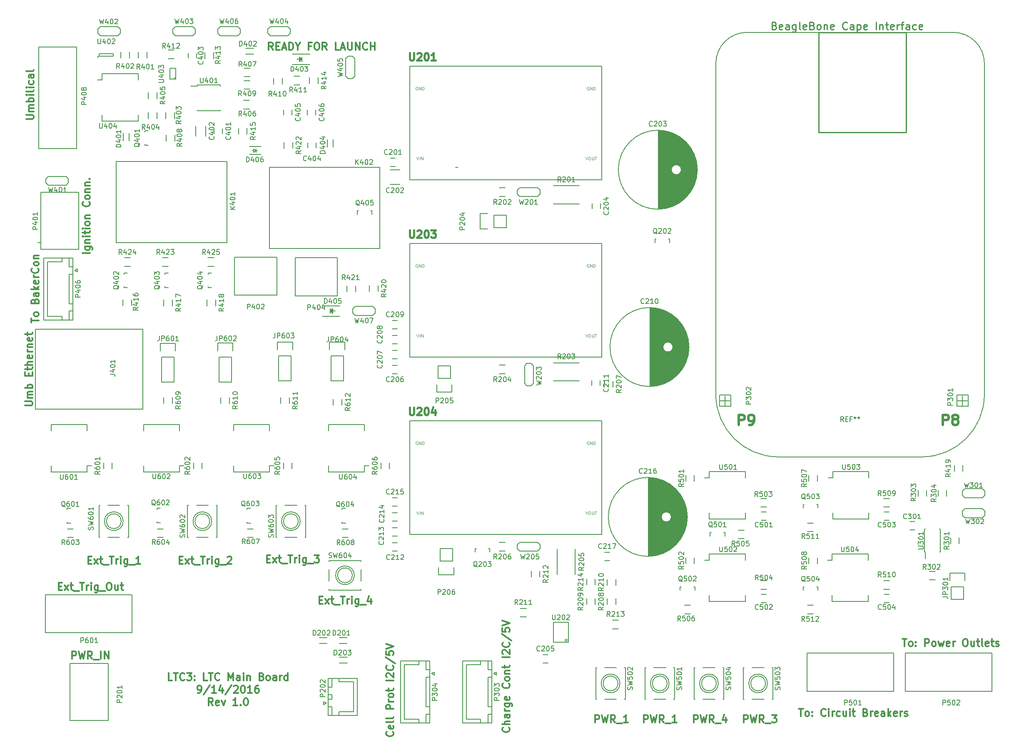
<source format=gto>
G04 #@! TF.FileFunction,Legend,Top*
%FSLAX46Y46*%
G04 Gerber Fmt 4.6, Leading zero omitted, Abs format (unit mm)*
G04 Created by KiCad (PCBNEW (2016-05-27 BZR 6836, Git 4441a4b)-product) date 09/15/16 15:21:32*
%MOMM*%
%LPD*%
G01*
G04 APERTURE LIST*
%ADD10C,0.150000*%
%ADD11C,0.300000*%
%ADD12C,0.254000*%
%ADD13C,0.381000*%
%ADD14C,0.101600*%
%ADD15C,0.508000*%
G04 APERTURE END LIST*
D10*
D11*
X103771714Y-165246857D02*
X104271714Y-165246857D01*
X104486000Y-166032571D02*
X103771714Y-166032571D01*
X103771714Y-164532571D01*
X104486000Y-164532571D01*
X104986000Y-166032571D02*
X105771714Y-165032571D01*
X104986000Y-165032571D02*
X105771714Y-166032571D01*
X106128857Y-165032571D02*
X106700285Y-165032571D01*
X106343142Y-164532571D02*
X106343142Y-165818285D01*
X106414571Y-165961142D01*
X106557428Y-166032571D01*
X106700285Y-166032571D01*
X106843142Y-166175428D02*
X107986000Y-166175428D01*
X108128857Y-164532571D02*
X108986000Y-164532571D01*
X108557428Y-166032571D02*
X108557428Y-164532571D01*
X109486000Y-166032571D02*
X109486000Y-165032571D01*
X109486000Y-165318285D02*
X109557428Y-165175428D01*
X109628857Y-165104000D01*
X109771714Y-165032571D01*
X109914571Y-165032571D01*
X110414571Y-166032571D02*
X110414571Y-165032571D01*
X110414571Y-164532571D02*
X110343142Y-164604000D01*
X110414571Y-164675428D01*
X110486000Y-164604000D01*
X110414571Y-164532571D01*
X110414571Y-164675428D01*
X111771714Y-165032571D02*
X111771714Y-166246857D01*
X111700285Y-166389714D01*
X111628857Y-166461142D01*
X111486000Y-166532571D01*
X111271714Y-166532571D01*
X111128857Y-166461142D01*
X111771714Y-165961142D02*
X111628857Y-166032571D01*
X111343142Y-166032571D01*
X111200285Y-165961142D01*
X111128857Y-165889714D01*
X111057428Y-165746857D01*
X111057428Y-165318285D01*
X111128857Y-165175428D01*
X111200285Y-165104000D01*
X111343142Y-165032571D01*
X111628857Y-165032571D01*
X111771714Y-165104000D01*
X112128857Y-166175428D02*
X113271714Y-166175428D01*
X113914571Y-164532571D02*
X114200285Y-164532571D01*
X114343142Y-164604000D01*
X114486000Y-164746857D01*
X114557428Y-165032571D01*
X114557428Y-165532571D01*
X114486000Y-165818285D01*
X114343142Y-165961142D01*
X114200285Y-166032571D01*
X113914571Y-166032571D01*
X113771714Y-165961142D01*
X113628857Y-165818285D01*
X113557428Y-165532571D01*
X113557428Y-165032571D01*
X113628857Y-164746857D01*
X113771714Y-164604000D01*
X113914571Y-164532571D01*
X115843142Y-165032571D02*
X115843142Y-166032571D01*
X115200285Y-165032571D02*
X115200285Y-165818285D01*
X115271714Y-165961142D01*
X115414571Y-166032571D01*
X115628857Y-166032571D01*
X115771714Y-165961142D01*
X115843142Y-165889714D01*
X116343142Y-165032571D02*
X116914571Y-165032571D01*
X116557428Y-164532571D02*
X116557428Y-165818285D01*
X116628857Y-165961142D01*
X116771714Y-166032571D01*
X116914571Y-166032571D01*
X97222571Y-70206571D02*
X98436857Y-70206571D01*
X98579714Y-70135142D01*
X98651142Y-70063714D01*
X98722571Y-69920857D01*
X98722571Y-69635142D01*
X98651142Y-69492285D01*
X98579714Y-69420857D01*
X98436857Y-69349428D01*
X97222571Y-69349428D01*
X98722571Y-68635142D02*
X97722571Y-68635142D01*
X97865428Y-68635142D02*
X97794000Y-68563714D01*
X97722571Y-68420857D01*
X97722571Y-68206571D01*
X97794000Y-68063714D01*
X97936857Y-67992285D01*
X98722571Y-67992285D01*
X97936857Y-67992285D02*
X97794000Y-67920857D01*
X97722571Y-67778000D01*
X97722571Y-67563714D01*
X97794000Y-67420857D01*
X97936857Y-67349428D01*
X98722571Y-67349428D01*
X98722571Y-66635142D02*
X97222571Y-66635142D01*
X97794000Y-66635142D02*
X97722571Y-66492285D01*
X97722571Y-66206571D01*
X97794000Y-66063714D01*
X97865428Y-65992285D01*
X98008285Y-65920857D01*
X98436857Y-65920857D01*
X98579714Y-65992285D01*
X98651142Y-66063714D01*
X98722571Y-66206571D01*
X98722571Y-66492285D01*
X98651142Y-66635142D01*
X98722571Y-65278000D02*
X97722571Y-65278000D01*
X97222571Y-65278000D02*
X97294000Y-65349428D01*
X97365428Y-65278000D01*
X97294000Y-65206571D01*
X97222571Y-65278000D01*
X97365428Y-65278000D01*
X98722571Y-64349428D02*
X98651142Y-64492285D01*
X98508285Y-64563714D01*
X97222571Y-64563714D01*
X98722571Y-63778000D02*
X97722571Y-63778000D01*
X97222571Y-63778000D02*
X97294000Y-63849428D01*
X97365428Y-63778000D01*
X97294000Y-63706571D01*
X97222571Y-63778000D01*
X97365428Y-63778000D01*
X98651142Y-62420857D02*
X98722571Y-62563714D01*
X98722571Y-62849428D01*
X98651142Y-62992285D01*
X98579714Y-63063714D01*
X98436857Y-63135142D01*
X98008285Y-63135142D01*
X97865428Y-63063714D01*
X97794000Y-62992285D01*
X97722571Y-62849428D01*
X97722571Y-62563714D01*
X97794000Y-62420857D01*
X98722571Y-61135142D02*
X97936857Y-61135142D01*
X97794000Y-61206571D01*
X97722571Y-61349428D01*
X97722571Y-61635142D01*
X97794000Y-61778000D01*
X98651142Y-61135142D02*
X98722571Y-61278000D01*
X98722571Y-61635142D01*
X98651142Y-61778000D01*
X98508285Y-61849428D01*
X98365428Y-61849428D01*
X98222571Y-61778000D01*
X98151142Y-61635142D01*
X98151142Y-61278000D01*
X98079714Y-61135142D01*
X98722571Y-60206571D02*
X98651142Y-60349428D01*
X98508285Y-60420857D01*
X97222571Y-60420857D01*
X110152571Y-97487428D02*
X108652571Y-97487428D01*
X109152571Y-96130285D02*
X110366857Y-96130285D01*
X110509714Y-96201714D01*
X110581142Y-96273142D01*
X110652571Y-96416000D01*
X110652571Y-96630285D01*
X110581142Y-96773142D01*
X110081142Y-96130285D02*
X110152571Y-96273142D01*
X110152571Y-96558857D01*
X110081142Y-96701714D01*
X110009714Y-96773142D01*
X109866857Y-96844571D01*
X109438285Y-96844571D01*
X109295428Y-96773142D01*
X109224000Y-96701714D01*
X109152571Y-96558857D01*
X109152571Y-96273142D01*
X109224000Y-96130285D01*
X109152571Y-95416000D02*
X110152571Y-95416000D01*
X109295428Y-95416000D02*
X109224000Y-95344571D01*
X109152571Y-95201714D01*
X109152571Y-94987428D01*
X109224000Y-94844571D01*
X109366857Y-94773142D01*
X110152571Y-94773142D01*
X110152571Y-94058857D02*
X109152571Y-94058857D01*
X108652571Y-94058857D02*
X108724000Y-94130285D01*
X108795428Y-94058857D01*
X108724000Y-93987428D01*
X108652571Y-94058857D01*
X108795428Y-94058857D01*
X109152571Y-93558857D02*
X109152571Y-92987428D01*
X108652571Y-93344571D02*
X109938285Y-93344571D01*
X110081142Y-93273142D01*
X110152571Y-93130285D01*
X110152571Y-92987428D01*
X110152571Y-92487428D02*
X109152571Y-92487428D01*
X108652571Y-92487428D02*
X108724000Y-92558857D01*
X108795428Y-92487428D01*
X108724000Y-92416000D01*
X108652571Y-92487428D01*
X108795428Y-92487428D01*
X110152571Y-91558857D02*
X110081142Y-91701714D01*
X110009714Y-91773142D01*
X109866857Y-91844571D01*
X109438285Y-91844571D01*
X109295428Y-91773142D01*
X109224000Y-91701714D01*
X109152571Y-91558857D01*
X109152571Y-91344571D01*
X109224000Y-91201714D01*
X109295428Y-91130285D01*
X109438285Y-91058857D01*
X109866857Y-91058857D01*
X110009714Y-91130285D01*
X110081142Y-91201714D01*
X110152571Y-91344571D01*
X110152571Y-91558857D01*
X109152571Y-90416000D02*
X110152571Y-90416000D01*
X109295428Y-90416000D02*
X109224000Y-90344571D01*
X109152571Y-90201714D01*
X109152571Y-89987428D01*
X109224000Y-89844571D01*
X109366857Y-89773142D01*
X110152571Y-89773142D01*
X110009714Y-87058857D02*
X110081142Y-87130285D01*
X110152571Y-87344571D01*
X110152571Y-87487428D01*
X110081142Y-87701714D01*
X109938285Y-87844571D01*
X109795428Y-87916000D01*
X109509714Y-87987428D01*
X109295428Y-87987428D01*
X109009714Y-87916000D01*
X108866857Y-87844571D01*
X108724000Y-87701714D01*
X108652571Y-87487428D01*
X108652571Y-87344571D01*
X108724000Y-87130285D01*
X108795428Y-87058857D01*
X110152571Y-86201714D02*
X110081142Y-86344571D01*
X110009714Y-86416000D01*
X109866857Y-86487428D01*
X109438285Y-86487428D01*
X109295428Y-86416000D01*
X109224000Y-86344571D01*
X109152571Y-86201714D01*
X109152571Y-85987428D01*
X109224000Y-85844571D01*
X109295428Y-85773142D01*
X109438285Y-85701714D01*
X109866857Y-85701714D01*
X110009714Y-85773142D01*
X110081142Y-85844571D01*
X110152571Y-85987428D01*
X110152571Y-86201714D01*
X109152571Y-85058857D02*
X110152571Y-85058857D01*
X109295428Y-85058857D02*
X109224000Y-84987428D01*
X109152571Y-84844571D01*
X109152571Y-84630285D01*
X109224000Y-84487428D01*
X109366857Y-84416000D01*
X110152571Y-84416000D01*
X109152571Y-83701714D02*
X110152571Y-83701714D01*
X109295428Y-83701714D02*
X109224000Y-83630285D01*
X109152571Y-83487428D01*
X109152571Y-83273142D01*
X109224000Y-83130285D01*
X109366857Y-83058857D01*
X110152571Y-83058857D01*
X110009714Y-82344571D02*
X110081142Y-82273142D01*
X110152571Y-82344571D01*
X110081142Y-82416000D01*
X110009714Y-82344571D01*
X110152571Y-82344571D01*
X98238571Y-111576571D02*
X98238571Y-110719428D01*
X99738571Y-111148000D02*
X98238571Y-111148000D01*
X99738571Y-110005142D02*
X99667142Y-110148000D01*
X99595714Y-110219428D01*
X99452857Y-110290857D01*
X99024285Y-110290857D01*
X98881428Y-110219428D01*
X98810000Y-110148000D01*
X98738571Y-110005142D01*
X98738571Y-109790857D01*
X98810000Y-109648000D01*
X98881428Y-109576571D01*
X99024285Y-109505142D01*
X99452857Y-109505142D01*
X99595714Y-109576571D01*
X99667142Y-109648000D01*
X99738571Y-109790857D01*
X99738571Y-110005142D01*
X98952857Y-107219428D02*
X99024285Y-107005142D01*
X99095714Y-106933714D01*
X99238571Y-106862285D01*
X99452857Y-106862285D01*
X99595714Y-106933714D01*
X99667142Y-107005142D01*
X99738571Y-107148000D01*
X99738571Y-107719428D01*
X98238571Y-107719428D01*
X98238571Y-107219428D01*
X98310000Y-107076571D01*
X98381428Y-107005142D01*
X98524285Y-106933714D01*
X98667142Y-106933714D01*
X98810000Y-107005142D01*
X98881428Y-107076571D01*
X98952857Y-107219428D01*
X98952857Y-107719428D01*
X99738571Y-105576571D02*
X98952857Y-105576571D01*
X98810000Y-105648000D01*
X98738571Y-105790857D01*
X98738571Y-106076571D01*
X98810000Y-106219428D01*
X99667142Y-105576571D02*
X99738571Y-105719428D01*
X99738571Y-106076571D01*
X99667142Y-106219428D01*
X99524285Y-106290857D01*
X99381428Y-106290857D01*
X99238571Y-106219428D01*
X99167142Y-106076571D01*
X99167142Y-105719428D01*
X99095714Y-105576571D01*
X99738571Y-104862285D02*
X98238571Y-104862285D01*
X99167142Y-104719428D02*
X99738571Y-104290857D01*
X98738571Y-104290857D02*
X99310000Y-104862285D01*
X99667142Y-103076571D02*
X99738571Y-103219428D01*
X99738571Y-103505142D01*
X99667142Y-103648000D01*
X99524285Y-103719428D01*
X98952857Y-103719428D01*
X98810000Y-103648000D01*
X98738571Y-103505142D01*
X98738571Y-103219428D01*
X98810000Y-103076571D01*
X98952857Y-103005142D01*
X99095714Y-103005142D01*
X99238571Y-103719428D01*
X99738571Y-102362285D02*
X98738571Y-102362285D01*
X99024285Y-102362285D02*
X98881428Y-102290857D01*
X98810000Y-102219428D01*
X98738571Y-102076571D01*
X98738571Y-101933714D01*
X99595714Y-100576571D02*
X99667142Y-100648000D01*
X99738571Y-100862285D01*
X99738571Y-101005142D01*
X99667142Y-101219428D01*
X99524285Y-101362285D01*
X99381428Y-101433714D01*
X99095714Y-101505142D01*
X98881428Y-101505142D01*
X98595714Y-101433714D01*
X98452857Y-101362285D01*
X98310000Y-101219428D01*
X98238571Y-101005142D01*
X98238571Y-100862285D01*
X98310000Y-100648000D01*
X98381428Y-100576571D01*
X99738571Y-99719428D02*
X99667142Y-99862285D01*
X99595714Y-99933714D01*
X99452857Y-100005142D01*
X99024285Y-100005142D01*
X98881428Y-99933714D01*
X98810000Y-99862285D01*
X98738571Y-99719428D01*
X98738571Y-99505142D01*
X98810000Y-99362285D01*
X98881428Y-99290857D01*
X99024285Y-99219428D01*
X99452857Y-99219428D01*
X99595714Y-99290857D01*
X99667142Y-99362285D01*
X99738571Y-99505142D01*
X99738571Y-99719428D01*
X98738571Y-98576571D02*
X99738571Y-98576571D01*
X98881428Y-98576571D02*
X98810000Y-98505142D01*
X98738571Y-98362285D01*
X98738571Y-98148000D01*
X98810000Y-98005142D01*
X98952857Y-97933714D01*
X99738571Y-97933714D01*
X96968571Y-128479428D02*
X98182857Y-128479428D01*
X98325714Y-128408000D01*
X98397142Y-128336571D01*
X98468571Y-128193714D01*
X98468571Y-127908000D01*
X98397142Y-127765142D01*
X98325714Y-127693714D01*
X98182857Y-127622285D01*
X96968571Y-127622285D01*
X98468571Y-126908000D02*
X97468571Y-126908000D01*
X97611428Y-126908000D02*
X97540000Y-126836571D01*
X97468571Y-126693714D01*
X97468571Y-126479428D01*
X97540000Y-126336571D01*
X97682857Y-126265142D01*
X98468571Y-126265142D01*
X97682857Y-126265142D02*
X97540000Y-126193714D01*
X97468571Y-126050857D01*
X97468571Y-125836571D01*
X97540000Y-125693714D01*
X97682857Y-125622285D01*
X98468571Y-125622285D01*
X98468571Y-124908000D02*
X96968571Y-124908000D01*
X97540000Y-124908000D02*
X97468571Y-124765142D01*
X97468571Y-124479428D01*
X97540000Y-124336571D01*
X97611428Y-124265142D01*
X97754285Y-124193714D01*
X98182857Y-124193714D01*
X98325714Y-124265142D01*
X98397142Y-124336571D01*
X98468571Y-124479428D01*
X98468571Y-124765142D01*
X98397142Y-124908000D01*
X97682857Y-122408000D02*
X97682857Y-121908000D01*
X98468571Y-121693714D02*
X98468571Y-122408000D01*
X96968571Y-122408000D01*
X96968571Y-121693714D01*
X97468571Y-121265142D02*
X97468571Y-120693714D01*
X96968571Y-121050857D02*
X98254285Y-121050857D01*
X98397142Y-120979428D01*
X98468571Y-120836571D01*
X98468571Y-120693714D01*
X98468571Y-120193714D02*
X96968571Y-120193714D01*
X98468571Y-119550857D02*
X97682857Y-119550857D01*
X97540000Y-119622285D01*
X97468571Y-119765142D01*
X97468571Y-119979428D01*
X97540000Y-120122285D01*
X97611428Y-120193714D01*
X98397142Y-118265142D02*
X98468571Y-118408000D01*
X98468571Y-118693714D01*
X98397142Y-118836571D01*
X98254285Y-118908000D01*
X97682857Y-118908000D01*
X97540000Y-118836571D01*
X97468571Y-118693714D01*
X97468571Y-118408000D01*
X97540000Y-118265142D01*
X97682857Y-118193714D01*
X97825714Y-118193714D01*
X97968571Y-118908000D01*
X98468571Y-117550857D02*
X97468571Y-117550857D01*
X97754285Y-117550857D02*
X97611428Y-117479428D01*
X97540000Y-117408000D01*
X97468571Y-117265142D01*
X97468571Y-117122285D01*
X97468571Y-116622285D02*
X98468571Y-116622285D01*
X97611428Y-116622285D02*
X97540000Y-116550857D01*
X97468571Y-116408000D01*
X97468571Y-116193714D01*
X97540000Y-116050857D01*
X97682857Y-115979428D01*
X98468571Y-115979428D01*
X98397142Y-114693714D02*
X98468571Y-114836571D01*
X98468571Y-115122285D01*
X98397142Y-115265142D01*
X98254285Y-115336571D01*
X97682857Y-115336571D01*
X97540000Y-115265142D01*
X97468571Y-115122285D01*
X97468571Y-114836571D01*
X97540000Y-114693714D01*
X97682857Y-114622285D01*
X97825714Y-114622285D01*
X97968571Y-115336571D01*
X97468571Y-114193714D02*
X97468571Y-113622285D01*
X96968571Y-113979428D02*
X98254285Y-113979428D01*
X98397142Y-113908000D01*
X98468571Y-113765142D01*
X98468571Y-113622285D01*
X275349142Y-175962571D02*
X276206285Y-175962571D01*
X275777714Y-177462571D02*
X275777714Y-175962571D01*
X276920571Y-177462571D02*
X276777714Y-177391142D01*
X276706285Y-177319714D01*
X276634857Y-177176857D01*
X276634857Y-176748285D01*
X276706285Y-176605428D01*
X276777714Y-176534000D01*
X276920571Y-176462571D01*
X277134857Y-176462571D01*
X277277714Y-176534000D01*
X277349142Y-176605428D01*
X277420571Y-176748285D01*
X277420571Y-177176857D01*
X277349142Y-177319714D01*
X277277714Y-177391142D01*
X277134857Y-177462571D01*
X276920571Y-177462571D01*
X278063428Y-177319714D02*
X278134857Y-177391142D01*
X278063428Y-177462571D01*
X277992000Y-177391142D01*
X278063428Y-177319714D01*
X278063428Y-177462571D01*
X278063428Y-176534000D02*
X278134857Y-176605428D01*
X278063428Y-176676857D01*
X277992000Y-176605428D01*
X278063428Y-176534000D01*
X278063428Y-176676857D01*
X279920571Y-177462571D02*
X279920571Y-175962571D01*
X280492000Y-175962571D01*
X280634857Y-176034000D01*
X280706285Y-176105428D01*
X280777714Y-176248285D01*
X280777714Y-176462571D01*
X280706285Y-176605428D01*
X280634857Y-176676857D01*
X280492000Y-176748285D01*
X279920571Y-176748285D01*
X281634857Y-177462571D02*
X281492000Y-177391142D01*
X281420571Y-177319714D01*
X281349142Y-177176857D01*
X281349142Y-176748285D01*
X281420571Y-176605428D01*
X281492000Y-176534000D01*
X281634857Y-176462571D01*
X281849142Y-176462571D01*
X281992000Y-176534000D01*
X282063428Y-176605428D01*
X282134857Y-176748285D01*
X282134857Y-177176857D01*
X282063428Y-177319714D01*
X281992000Y-177391142D01*
X281849142Y-177462571D01*
X281634857Y-177462571D01*
X282634857Y-176462571D02*
X282920571Y-177462571D01*
X283206285Y-176748285D01*
X283492000Y-177462571D01*
X283777714Y-176462571D01*
X284920571Y-177391142D02*
X284777714Y-177462571D01*
X284492000Y-177462571D01*
X284349142Y-177391142D01*
X284277714Y-177248285D01*
X284277714Y-176676857D01*
X284349142Y-176534000D01*
X284492000Y-176462571D01*
X284777714Y-176462571D01*
X284920571Y-176534000D01*
X284992000Y-176676857D01*
X284992000Y-176819714D01*
X284277714Y-176962571D01*
X285634857Y-177462571D02*
X285634857Y-176462571D01*
X285634857Y-176748285D02*
X285706285Y-176605428D01*
X285777714Y-176534000D01*
X285920571Y-176462571D01*
X286063428Y-176462571D01*
X287992000Y-175962571D02*
X288277714Y-175962571D01*
X288420571Y-176034000D01*
X288563428Y-176176857D01*
X288634857Y-176462571D01*
X288634857Y-176962571D01*
X288563428Y-177248285D01*
X288420571Y-177391142D01*
X288277714Y-177462571D01*
X287992000Y-177462571D01*
X287849142Y-177391142D01*
X287706285Y-177248285D01*
X287634857Y-176962571D01*
X287634857Y-176462571D01*
X287706285Y-176176857D01*
X287849142Y-176034000D01*
X287992000Y-175962571D01*
X289920571Y-176462571D02*
X289920571Y-177462571D01*
X289277714Y-176462571D02*
X289277714Y-177248285D01*
X289349142Y-177391142D01*
X289492000Y-177462571D01*
X289706285Y-177462571D01*
X289849142Y-177391142D01*
X289920571Y-177319714D01*
X290420571Y-176462571D02*
X290992000Y-176462571D01*
X290634857Y-175962571D02*
X290634857Y-177248285D01*
X290706285Y-177391142D01*
X290849142Y-177462571D01*
X290992000Y-177462571D01*
X291706285Y-177462571D02*
X291563428Y-177391142D01*
X291492000Y-177248285D01*
X291492000Y-175962571D01*
X292849142Y-177391142D02*
X292706285Y-177462571D01*
X292420571Y-177462571D01*
X292277714Y-177391142D01*
X292206285Y-177248285D01*
X292206285Y-176676857D01*
X292277714Y-176534000D01*
X292420571Y-176462571D01*
X292706285Y-176462571D01*
X292849142Y-176534000D01*
X292920571Y-176676857D01*
X292920571Y-176819714D01*
X292206285Y-176962571D01*
X293349142Y-176462571D02*
X293920571Y-176462571D01*
X293563428Y-175962571D02*
X293563428Y-177248285D01*
X293634857Y-177391142D01*
X293777714Y-177462571D01*
X293920571Y-177462571D01*
X294349142Y-177391142D02*
X294492000Y-177462571D01*
X294777714Y-177462571D01*
X294920571Y-177391142D01*
X294992000Y-177248285D01*
X294992000Y-177176857D01*
X294920571Y-177034000D01*
X294777714Y-176962571D01*
X294563428Y-176962571D01*
X294420571Y-176891142D01*
X294349142Y-176748285D01*
X294349142Y-176676857D01*
X294420571Y-176534000D01*
X294563428Y-176462571D01*
X294777714Y-176462571D01*
X294920571Y-176534000D01*
X254287142Y-190186571D02*
X255144285Y-190186571D01*
X254715714Y-191686571D02*
X254715714Y-190186571D01*
X255858571Y-191686571D02*
X255715714Y-191615142D01*
X255644285Y-191543714D01*
X255572857Y-191400857D01*
X255572857Y-190972285D01*
X255644285Y-190829428D01*
X255715714Y-190758000D01*
X255858571Y-190686571D01*
X256072857Y-190686571D01*
X256215714Y-190758000D01*
X256287142Y-190829428D01*
X256358571Y-190972285D01*
X256358571Y-191400857D01*
X256287142Y-191543714D01*
X256215714Y-191615142D01*
X256072857Y-191686571D01*
X255858571Y-191686571D01*
X257001428Y-191543714D02*
X257072857Y-191615142D01*
X257001428Y-191686571D01*
X256930000Y-191615142D01*
X257001428Y-191543714D01*
X257001428Y-191686571D01*
X257001428Y-190758000D02*
X257072857Y-190829428D01*
X257001428Y-190900857D01*
X256930000Y-190829428D01*
X257001428Y-190758000D01*
X257001428Y-190900857D01*
X259715714Y-191543714D02*
X259644285Y-191615142D01*
X259430000Y-191686571D01*
X259287142Y-191686571D01*
X259072857Y-191615142D01*
X258930000Y-191472285D01*
X258858571Y-191329428D01*
X258787142Y-191043714D01*
X258787142Y-190829428D01*
X258858571Y-190543714D01*
X258930000Y-190400857D01*
X259072857Y-190258000D01*
X259287142Y-190186571D01*
X259430000Y-190186571D01*
X259644285Y-190258000D01*
X259715714Y-190329428D01*
X260358571Y-191686571D02*
X260358571Y-190686571D01*
X260358571Y-190186571D02*
X260287142Y-190258000D01*
X260358571Y-190329428D01*
X260430000Y-190258000D01*
X260358571Y-190186571D01*
X260358571Y-190329428D01*
X261072857Y-191686571D02*
X261072857Y-190686571D01*
X261072857Y-190972285D02*
X261144285Y-190829428D01*
X261215714Y-190758000D01*
X261358571Y-190686571D01*
X261501428Y-190686571D01*
X262644285Y-191615142D02*
X262501428Y-191686571D01*
X262215714Y-191686571D01*
X262072857Y-191615142D01*
X262001428Y-191543714D01*
X261930000Y-191400857D01*
X261930000Y-190972285D01*
X262001428Y-190829428D01*
X262072857Y-190758000D01*
X262215714Y-190686571D01*
X262501428Y-190686571D01*
X262644285Y-190758000D01*
X263930000Y-190686571D02*
X263930000Y-191686571D01*
X263287142Y-190686571D02*
X263287142Y-191472285D01*
X263358571Y-191615142D01*
X263501428Y-191686571D01*
X263715714Y-191686571D01*
X263858571Y-191615142D01*
X263930000Y-191543714D01*
X264644285Y-191686571D02*
X264644285Y-190686571D01*
X264644285Y-190186571D02*
X264572857Y-190258000D01*
X264644285Y-190329428D01*
X264715714Y-190258000D01*
X264644285Y-190186571D01*
X264644285Y-190329428D01*
X265144285Y-190686571D02*
X265715714Y-190686571D01*
X265358571Y-190186571D02*
X265358571Y-191472285D01*
X265430000Y-191615142D01*
X265572857Y-191686571D01*
X265715714Y-191686571D01*
X267858571Y-190900857D02*
X268072857Y-190972285D01*
X268144285Y-191043714D01*
X268215714Y-191186571D01*
X268215714Y-191400857D01*
X268144285Y-191543714D01*
X268072857Y-191615142D01*
X267930000Y-191686571D01*
X267358571Y-191686571D01*
X267358571Y-190186571D01*
X267858571Y-190186571D01*
X268001428Y-190258000D01*
X268072857Y-190329428D01*
X268144285Y-190472285D01*
X268144285Y-190615142D01*
X268072857Y-190758000D01*
X268001428Y-190829428D01*
X267858571Y-190900857D01*
X267358571Y-190900857D01*
X268858571Y-191686571D02*
X268858571Y-190686571D01*
X268858571Y-190972285D02*
X268930000Y-190829428D01*
X269001428Y-190758000D01*
X269144285Y-190686571D01*
X269287142Y-190686571D01*
X270358571Y-191615142D02*
X270215714Y-191686571D01*
X269930000Y-191686571D01*
X269787142Y-191615142D01*
X269715714Y-191472285D01*
X269715714Y-190900857D01*
X269787142Y-190758000D01*
X269930000Y-190686571D01*
X270215714Y-190686571D01*
X270358571Y-190758000D01*
X270430000Y-190900857D01*
X270430000Y-191043714D01*
X269715714Y-191186571D01*
X271715714Y-191686571D02*
X271715714Y-190900857D01*
X271644285Y-190758000D01*
X271501428Y-190686571D01*
X271215714Y-190686571D01*
X271072857Y-190758000D01*
X271715714Y-191615142D02*
X271572857Y-191686571D01*
X271215714Y-191686571D01*
X271072857Y-191615142D01*
X271001428Y-191472285D01*
X271001428Y-191329428D01*
X271072857Y-191186571D01*
X271215714Y-191115142D01*
X271572857Y-191115142D01*
X271715714Y-191043714D01*
X272430000Y-191686571D02*
X272430000Y-190186571D01*
X272572857Y-191115142D02*
X273001428Y-191686571D01*
X273001428Y-190686571D02*
X272430000Y-191258000D01*
X274215714Y-191615142D02*
X274072857Y-191686571D01*
X273787142Y-191686571D01*
X273644285Y-191615142D01*
X273572857Y-191472285D01*
X273572857Y-190900857D01*
X273644285Y-190758000D01*
X273787142Y-190686571D01*
X274072857Y-190686571D01*
X274215714Y-190758000D01*
X274287142Y-190900857D01*
X274287142Y-191043714D01*
X273572857Y-191186571D01*
X274930000Y-191686571D02*
X274930000Y-190686571D01*
X274930000Y-190972285D02*
X275001428Y-190829428D01*
X275072857Y-190758000D01*
X275215714Y-190686571D01*
X275358571Y-190686571D01*
X275787142Y-191615142D02*
X275930000Y-191686571D01*
X276215714Y-191686571D01*
X276358571Y-191615142D01*
X276430000Y-191472285D01*
X276430000Y-191400857D01*
X276358571Y-191258000D01*
X276215714Y-191186571D01*
X276001428Y-191186571D01*
X275858571Y-191115142D01*
X275787142Y-190972285D01*
X275787142Y-190900857D01*
X275858571Y-190758000D01*
X276001428Y-190686571D01*
X276215714Y-190686571D01*
X276358571Y-190758000D01*
X195353714Y-193963428D02*
X195425142Y-194034857D01*
X195496571Y-194249142D01*
X195496571Y-194392000D01*
X195425142Y-194606285D01*
X195282285Y-194749142D01*
X195139428Y-194820571D01*
X194853714Y-194892000D01*
X194639428Y-194892000D01*
X194353714Y-194820571D01*
X194210857Y-194749142D01*
X194068000Y-194606285D01*
X193996571Y-194392000D01*
X193996571Y-194249142D01*
X194068000Y-194034857D01*
X194139428Y-193963428D01*
X195496571Y-193320571D02*
X193996571Y-193320571D01*
X195496571Y-192677714D02*
X194710857Y-192677714D01*
X194568000Y-192749142D01*
X194496571Y-192892000D01*
X194496571Y-193106285D01*
X194568000Y-193249142D01*
X194639428Y-193320571D01*
X195496571Y-191320571D02*
X194710857Y-191320571D01*
X194568000Y-191392000D01*
X194496571Y-191534857D01*
X194496571Y-191820571D01*
X194568000Y-191963428D01*
X195425142Y-191320571D02*
X195496571Y-191463428D01*
X195496571Y-191820571D01*
X195425142Y-191963428D01*
X195282285Y-192034857D01*
X195139428Y-192034857D01*
X194996571Y-191963428D01*
X194925142Y-191820571D01*
X194925142Y-191463428D01*
X194853714Y-191320571D01*
X195496571Y-190606285D02*
X194496571Y-190606285D01*
X194782285Y-190606285D02*
X194639428Y-190534857D01*
X194568000Y-190463428D01*
X194496571Y-190320571D01*
X194496571Y-190177714D01*
X194496571Y-189034857D02*
X195710857Y-189034857D01*
X195853714Y-189106285D01*
X195925142Y-189177714D01*
X195996571Y-189320571D01*
X195996571Y-189534857D01*
X195925142Y-189677714D01*
X195425142Y-189034857D02*
X195496571Y-189177714D01*
X195496571Y-189463428D01*
X195425142Y-189606285D01*
X195353714Y-189677714D01*
X195210857Y-189749142D01*
X194782285Y-189749142D01*
X194639428Y-189677714D01*
X194568000Y-189606285D01*
X194496571Y-189463428D01*
X194496571Y-189177714D01*
X194568000Y-189034857D01*
X195425142Y-187749142D02*
X195496571Y-187892000D01*
X195496571Y-188177714D01*
X195425142Y-188320571D01*
X195282285Y-188392000D01*
X194710857Y-188392000D01*
X194568000Y-188320571D01*
X194496571Y-188177714D01*
X194496571Y-187892000D01*
X194568000Y-187749142D01*
X194710857Y-187677714D01*
X194853714Y-187677714D01*
X194996571Y-188392000D01*
X195353714Y-185034857D02*
X195425142Y-185106285D01*
X195496571Y-185320571D01*
X195496571Y-185463428D01*
X195425142Y-185677714D01*
X195282285Y-185820571D01*
X195139428Y-185892000D01*
X194853714Y-185963428D01*
X194639428Y-185963428D01*
X194353714Y-185892000D01*
X194210857Y-185820571D01*
X194068000Y-185677714D01*
X193996571Y-185463428D01*
X193996571Y-185320571D01*
X194068000Y-185106285D01*
X194139428Y-185034857D01*
X195496571Y-184177714D02*
X195425142Y-184320571D01*
X195353714Y-184392000D01*
X195210857Y-184463428D01*
X194782285Y-184463428D01*
X194639428Y-184392000D01*
X194568000Y-184320571D01*
X194496571Y-184177714D01*
X194496571Y-183963428D01*
X194568000Y-183820571D01*
X194639428Y-183749142D01*
X194782285Y-183677714D01*
X195210857Y-183677714D01*
X195353714Y-183749142D01*
X195425142Y-183820571D01*
X195496571Y-183963428D01*
X195496571Y-184177714D01*
X194496571Y-183034857D02*
X195496571Y-183034857D01*
X194639428Y-183034857D02*
X194568000Y-182963428D01*
X194496571Y-182820571D01*
X194496571Y-182606285D01*
X194568000Y-182463428D01*
X194710857Y-182392000D01*
X195496571Y-182392000D01*
X194496571Y-181892000D02*
X194496571Y-181320571D01*
X193996571Y-181677714D02*
X195282285Y-181677714D01*
X195425142Y-181606285D01*
X195496571Y-181463428D01*
X195496571Y-181320571D01*
X195496571Y-179677714D02*
X193996571Y-179677714D01*
X194139428Y-179034857D02*
X194068000Y-178963428D01*
X193996571Y-178820571D01*
X193996571Y-178463428D01*
X194068000Y-178320571D01*
X194139428Y-178249142D01*
X194282285Y-178177714D01*
X194425142Y-178177714D01*
X194639428Y-178249142D01*
X195496571Y-179106285D01*
X195496571Y-178177714D01*
X195353714Y-176677714D02*
X195425142Y-176749142D01*
X195496571Y-176963428D01*
X195496571Y-177106285D01*
X195425142Y-177320571D01*
X195282285Y-177463428D01*
X195139428Y-177534857D01*
X194853714Y-177606285D01*
X194639428Y-177606285D01*
X194353714Y-177534857D01*
X194210857Y-177463428D01*
X194068000Y-177320571D01*
X193996571Y-177106285D01*
X193996571Y-176963428D01*
X194068000Y-176749142D01*
X194139428Y-176677714D01*
X193925142Y-174963428D02*
X195853714Y-176249142D01*
X193996571Y-173749142D02*
X193996571Y-174463428D01*
X194710857Y-174534857D01*
X194639428Y-174463428D01*
X194568000Y-174320571D01*
X194568000Y-173963428D01*
X194639428Y-173820571D01*
X194710857Y-173749142D01*
X194853714Y-173677714D01*
X195210857Y-173677714D01*
X195353714Y-173749142D01*
X195425142Y-173820571D01*
X195496571Y-173963428D01*
X195496571Y-174320571D01*
X195425142Y-174463428D01*
X195353714Y-174534857D01*
X193996571Y-173249142D02*
X195496571Y-172749142D01*
X193996571Y-172249142D01*
X171731714Y-194828857D02*
X171803142Y-194900285D01*
X171874571Y-195114571D01*
X171874571Y-195257428D01*
X171803142Y-195471714D01*
X171660285Y-195614571D01*
X171517428Y-195686000D01*
X171231714Y-195757428D01*
X171017428Y-195757428D01*
X170731714Y-195686000D01*
X170588857Y-195614571D01*
X170446000Y-195471714D01*
X170374571Y-195257428D01*
X170374571Y-195114571D01*
X170446000Y-194900285D01*
X170517428Y-194828857D01*
X171803142Y-193614571D02*
X171874571Y-193757428D01*
X171874571Y-194043142D01*
X171803142Y-194186000D01*
X171660285Y-194257428D01*
X171088857Y-194257428D01*
X170946000Y-194186000D01*
X170874571Y-194043142D01*
X170874571Y-193757428D01*
X170946000Y-193614571D01*
X171088857Y-193543142D01*
X171231714Y-193543142D01*
X171374571Y-194257428D01*
X171874571Y-192686000D02*
X171803142Y-192828857D01*
X171660285Y-192900285D01*
X170374571Y-192900285D01*
X171874571Y-191900285D02*
X171803142Y-192043142D01*
X171660285Y-192114571D01*
X170374571Y-192114571D01*
X171874571Y-190186000D02*
X170374571Y-190186000D01*
X170374571Y-189614571D01*
X170446000Y-189471714D01*
X170517428Y-189400285D01*
X170660285Y-189328857D01*
X170874571Y-189328857D01*
X171017428Y-189400285D01*
X171088857Y-189471714D01*
X171160285Y-189614571D01*
X171160285Y-190186000D01*
X171874571Y-188686000D02*
X170874571Y-188686000D01*
X171160285Y-188686000D02*
X171017428Y-188614571D01*
X170946000Y-188543142D01*
X170874571Y-188400285D01*
X170874571Y-188257428D01*
X171874571Y-187543142D02*
X171803142Y-187686000D01*
X171731714Y-187757428D01*
X171588857Y-187828857D01*
X171160285Y-187828857D01*
X171017428Y-187757428D01*
X170946000Y-187686000D01*
X170874571Y-187543142D01*
X170874571Y-187328857D01*
X170946000Y-187186000D01*
X171017428Y-187114571D01*
X171160285Y-187043142D01*
X171588857Y-187043142D01*
X171731714Y-187114571D01*
X171803142Y-187186000D01*
X171874571Y-187328857D01*
X171874571Y-187543142D01*
X170874571Y-186614571D02*
X170874571Y-186043142D01*
X170374571Y-186400285D02*
X171660285Y-186400285D01*
X171803142Y-186328857D01*
X171874571Y-186186000D01*
X171874571Y-186043142D01*
X171874571Y-184400285D02*
X170374571Y-184400285D01*
X170517428Y-183757428D02*
X170446000Y-183686000D01*
X170374571Y-183543142D01*
X170374571Y-183186000D01*
X170446000Y-183043142D01*
X170517428Y-182971714D01*
X170660285Y-182900285D01*
X170803142Y-182900285D01*
X171017428Y-182971714D01*
X171874571Y-183828857D01*
X171874571Y-182900285D01*
X171731714Y-181400285D02*
X171803142Y-181471714D01*
X171874571Y-181686000D01*
X171874571Y-181828857D01*
X171803142Y-182043142D01*
X171660285Y-182186000D01*
X171517428Y-182257428D01*
X171231714Y-182328857D01*
X171017428Y-182328857D01*
X170731714Y-182257428D01*
X170588857Y-182186000D01*
X170446000Y-182043142D01*
X170374571Y-181828857D01*
X170374571Y-181686000D01*
X170446000Y-181471714D01*
X170517428Y-181400285D01*
X170303142Y-179686000D02*
X172231714Y-180971714D01*
X170374571Y-178471714D02*
X170374571Y-179186000D01*
X171088857Y-179257428D01*
X171017428Y-179186000D01*
X170946000Y-179043142D01*
X170946000Y-178686000D01*
X171017428Y-178543142D01*
X171088857Y-178471714D01*
X171231714Y-178400285D01*
X171588857Y-178400285D01*
X171731714Y-178471714D01*
X171803142Y-178543142D01*
X171874571Y-178686000D01*
X171874571Y-179043142D01*
X171803142Y-179186000D01*
X171731714Y-179257428D01*
X170374571Y-177971714D02*
X171874571Y-177471714D01*
X170374571Y-176971714D01*
X106521714Y-180002571D02*
X106521714Y-178502571D01*
X107093142Y-178502571D01*
X107236000Y-178574000D01*
X107307428Y-178645428D01*
X107378857Y-178788285D01*
X107378857Y-179002571D01*
X107307428Y-179145428D01*
X107236000Y-179216857D01*
X107093142Y-179288285D01*
X106521714Y-179288285D01*
X107878857Y-178502571D02*
X108236000Y-180002571D01*
X108521714Y-178931142D01*
X108807428Y-180002571D01*
X109164571Y-178502571D01*
X110593142Y-180002571D02*
X110093142Y-179288285D01*
X109736000Y-180002571D02*
X109736000Y-178502571D01*
X110307428Y-178502571D01*
X110450285Y-178574000D01*
X110521714Y-178645428D01*
X110593142Y-178788285D01*
X110593142Y-179002571D01*
X110521714Y-179145428D01*
X110450285Y-179216857D01*
X110307428Y-179288285D01*
X109736000Y-179288285D01*
X110878857Y-180145428D02*
X112021714Y-180145428D01*
X112378857Y-180002571D02*
X112378857Y-178502571D01*
X113093142Y-180002571D02*
X113093142Y-178502571D01*
X113950285Y-180002571D01*
X113950285Y-178502571D01*
X243094285Y-192956571D02*
X243094285Y-191456571D01*
X243665714Y-191456571D01*
X243808571Y-191528000D01*
X243880000Y-191599428D01*
X243951428Y-191742285D01*
X243951428Y-191956571D01*
X243880000Y-192099428D01*
X243808571Y-192170857D01*
X243665714Y-192242285D01*
X243094285Y-192242285D01*
X244451428Y-191456571D02*
X244808571Y-192956571D01*
X245094285Y-191885142D01*
X245380000Y-192956571D01*
X245737142Y-191456571D01*
X247165714Y-192956571D02*
X246665714Y-192242285D01*
X246308571Y-192956571D02*
X246308571Y-191456571D01*
X246880000Y-191456571D01*
X247022857Y-191528000D01*
X247094285Y-191599428D01*
X247165714Y-191742285D01*
X247165714Y-191956571D01*
X247094285Y-192099428D01*
X247022857Y-192170857D01*
X246880000Y-192242285D01*
X246308571Y-192242285D01*
X247451428Y-193099428D02*
X248594285Y-193099428D01*
X248808571Y-191456571D02*
X249737142Y-191456571D01*
X249237142Y-192028000D01*
X249451428Y-192028000D01*
X249594285Y-192099428D01*
X249665714Y-192170857D01*
X249737142Y-192313714D01*
X249737142Y-192670857D01*
X249665714Y-192813714D01*
X249594285Y-192885142D01*
X249451428Y-192956571D01*
X249022857Y-192956571D01*
X248880000Y-192885142D01*
X248808571Y-192813714D01*
X232934285Y-192956571D02*
X232934285Y-191456571D01*
X233505714Y-191456571D01*
X233648571Y-191528000D01*
X233720000Y-191599428D01*
X233791428Y-191742285D01*
X233791428Y-191956571D01*
X233720000Y-192099428D01*
X233648571Y-192170857D01*
X233505714Y-192242285D01*
X232934285Y-192242285D01*
X234291428Y-191456571D02*
X234648571Y-192956571D01*
X234934285Y-191885142D01*
X235220000Y-192956571D01*
X235577142Y-191456571D01*
X237005714Y-192956571D02*
X236505714Y-192242285D01*
X236148571Y-192956571D02*
X236148571Y-191456571D01*
X236720000Y-191456571D01*
X236862857Y-191528000D01*
X236934285Y-191599428D01*
X237005714Y-191742285D01*
X237005714Y-191956571D01*
X236934285Y-192099428D01*
X236862857Y-192170857D01*
X236720000Y-192242285D01*
X236148571Y-192242285D01*
X237291428Y-193099428D02*
X238434285Y-193099428D01*
X239434285Y-191956571D02*
X239434285Y-192956571D01*
X239077142Y-191385142D02*
X238720000Y-192456571D01*
X239648571Y-192456571D01*
X222774285Y-192956571D02*
X222774285Y-191456571D01*
X223345714Y-191456571D01*
X223488571Y-191528000D01*
X223560000Y-191599428D01*
X223631428Y-191742285D01*
X223631428Y-191956571D01*
X223560000Y-192099428D01*
X223488571Y-192170857D01*
X223345714Y-192242285D01*
X222774285Y-192242285D01*
X224131428Y-191456571D02*
X224488571Y-192956571D01*
X224774285Y-191885142D01*
X225060000Y-192956571D01*
X225417142Y-191456571D01*
X226845714Y-192956571D02*
X226345714Y-192242285D01*
X225988571Y-192956571D02*
X225988571Y-191456571D01*
X226560000Y-191456571D01*
X226702857Y-191528000D01*
X226774285Y-191599428D01*
X226845714Y-191742285D01*
X226845714Y-191956571D01*
X226774285Y-192099428D01*
X226702857Y-192170857D01*
X226560000Y-192242285D01*
X225988571Y-192242285D01*
X227131428Y-193099428D02*
X228274285Y-193099428D01*
X229417142Y-192956571D02*
X228560000Y-192956571D01*
X228988571Y-192956571D02*
X228988571Y-191456571D01*
X228845714Y-191670857D01*
X228702857Y-191813714D01*
X228560000Y-191885142D01*
X212868285Y-192956571D02*
X212868285Y-191456571D01*
X213439714Y-191456571D01*
X213582571Y-191528000D01*
X213654000Y-191599428D01*
X213725428Y-191742285D01*
X213725428Y-191956571D01*
X213654000Y-192099428D01*
X213582571Y-192170857D01*
X213439714Y-192242285D01*
X212868285Y-192242285D01*
X214225428Y-191456571D02*
X214582571Y-192956571D01*
X214868285Y-191885142D01*
X215154000Y-192956571D01*
X215511142Y-191456571D01*
X216939714Y-192956571D02*
X216439714Y-192242285D01*
X216082571Y-192956571D02*
X216082571Y-191456571D01*
X216654000Y-191456571D01*
X216796857Y-191528000D01*
X216868285Y-191599428D01*
X216939714Y-191742285D01*
X216939714Y-191956571D01*
X216868285Y-192099428D01*
X216796857Y-192170857D01*
X216654000Y-192242285D01*
X216082571Y-192242285D01*
X217225428Y-193099428D02*
X218368285Y-193099428D01*
X219511142Y-192956571D02*
X218654000Y-192956571D01*
X219082571Y-192956571D02*
X219082571Y-191456571D01*
X218939714Y-191670857D01*
X218796857Y-191813714D01*
X218654000Y-191885142D01*
X156766285Y-168040857D02*
X157266285Y-168040857D01*
X157480571Y-168826571D02*
X156766285Y-168826571D01*
X156766285Y-167326571D01*
X157480571Y-167326571D01*
X157980571Y-168826571D02*
X158766285Y-167826571D01*
X157980571Y-167826571D02*
X158766285Y-168826571D01*
X159123428Y-167826571D02*
X159694857Y-167826571D01*
X159337714Y-167326571D02*
X159337714Y-168612285D01*
X159409142Y-168755142D01*
X159552000Y-168826571D01*
X159694857Y-168826571D01*
X159837714Y-168969428D02*
X160980571Y-168969428D01*
X161123428Y-167326571D02*
X161980571Y-167326571D01*
X161552000Y-168826571D02*
X161552000Y-167326571D01*
X162480571Y-168826571D02*
X162480571Y-167826571D01*
X162480571Y-168112285D02*
X162552000Y-167969428D01*
X162623428Y-167898000D01*
X162766285Y-167826571D01*
X162909142Y-167826571D01*
X163409142Y-168826571D02*
X163409142Y-167826571D01*
X163409142Y-167326571D02*
X163337714Y-167398000D01*
X163409142Y-167469428D01*
X163480571Y-167398000D01*
X163409142Y-167326571D01*
X163409142Y-167469428D01*
X164766285Y-167826571D02*
X164766285Y-169040857D01*
X164694857Y-169183714D01*
X164623428Y-169255142D01*
X164480571Y-169326571D01*
X164266285Y-169326571D01*
X164123428Y-169255142D01*
X164766285Y-168755142D02*
X164623428Y-168826571D01*
X164337714Y-168826571D01*
X164194857Y-168755142D01*
X164123428Y-168683714D01*
X164052000Y-168540857D01*
X164052000Y-168112285D01*
X164123428Y-167969428D01*
X164194857Y-167898000D01*
X164337714Y-167826571D01*
X164623428Y-167826571D01*
X164766285Y-167898000D01*
X165123428Y-168969428D02*
X166266285Y-168969428D01*
X167266285Y-167826571D02*
X167266285Y-168826571D01*
X166909142Y-167255142D02*
X166552000Y-168326571D01*
X167480571Y-168326571D01*
X146098285Y-159658857D02*
X146598285Y-159658857D01*
X146812571Y-160444571D02*
X146098285Y-160444571D01*
X146098285Y-158944571D01*
X146812571Y-158944571D01*
X147312571Y-160444571D02*
X148098285Y-159444571D01*
X147312571Y-159444571D02*
X148098285Y-160444571D01*
X148455428Y-159444571D02*
X149026857Y-159444571D01*
X148669714Y-158944571D02*
X148669714Y-160230285D01*
X148741142Y-160373142D01*
X148884000Y-160444571D01*
X149026857Y-160444571D01*
X149169714Y-160587428D02*
X150312571Y-160587428D01*
X150455428Y-158944571D02*
X151312571Y-158944571D01*
X150884000Y-160444571D02*
X150884000Y-158944571D01*
X151812571Y-160444571D02*
X151812571Y-159444571D01*
X151812571Y-159730285D02*
X151884000Y-159587428D01*
X151955428Y-159516000D01*
X152098285Y-159444571D01*
X152241142Y-159444571D01*
X152741142Y-160444571D02*
X152741142Y-159444571D01*
X152741142Y-158944571D02*
X152669714Y-159016000D01*
X152741142Y-159087428D01*
X152812571Y-159016000D01*
X152741142Y-158944571D01*
X152741142Y-159087428D01*
X154098285Y-159444571D02*
X154098285Y-160658857D01*
X154026857Y-160801714D01*
X153955428Y-160873142D01*
X153812571Y-160944571D01*
X153598285Y-160944571D01*
X153455428Y-160873142D01*
X154098285Y-160373142D02*
X153955428Y-160444571D01*
X153669714Y-160444571D01*
X153526857Y-160373142D01*
X153455428Y-160301714D01*
X153384000Y-160158857D01*
X153384000Y-159730285D01*
X153455428Y-159587428D01*
X153526857Y-159516000D01*
X153669714Y-159444571D01*
X153955428Y-159444571D01*
X154098285Y-159516000D01*
X154455428Y-160587428D02*
X155598285Y-160587428D01*
X155812571Y-158944571D02*
X156741142Y-158944571D01*
X156241142Y-159516000D01*
X156455428Y-159516000D01*
X156598285Y-159587428D01*
X156669714Y-159658857D01*
X156741142Y-159801714D01*
X156741142Y-160158857D01*
X156669714Y-160301714D01*
X156598285Y-160373142D01*
X156455428Y-160444571D01*
X156026857Y-160444571D01*
X155884000Y-160373142D01*
X155812571Y-160301714D01*
X128318285Y-159912857D02*
X128818285Y-159912857D01*
X129032571Y-160698571D02*
X128318285Y-160698571D01*
X128318285Y-159198571D01*
X129032571Y-159198571D01*
X129532571Y-160698571D02*
X130318285Y-159698571D01*
X129532571Y-159698571D02*
X130318285Y-160698571D01*
X130675428Y-159698571D02*
X131246857Y-159698571D01*
X130889714Y-159198571D02*
X130889714Y-160484285D01*
X130961142Y-160627142D01*
X131104000Y-160698571D01*
X131246857Y-160698571D01*
X131389714Y-160841428D02*
X132532571Y-160841428D01*
X132675428Y-159198571D02*
X133532571Y-159198571D01*
X133104000Y-160698571D02*
X133104000Y-159198571D01*
X134032571Y-160698571D02*
X134032571Y-159698571D01*
X134032571Y-159984285D02*
X134104000Y-159841428D01*
X134175428Y-159770000D01*
X134318285Y-159698571D01*
X134461142Y-159698571D01*
X134961142Y-160698571D02*
X134961142Y-159698571D01*
X134961142Y-159198571D02*
X134889714Y-159270000D01*
X134961142Y-159341428D01*
X135032571Y-159270000D01*
X134961142Y-159198571D01*
X134961142Y-159341428D01*
X136318285Y-159698571D02*
X136318285Y-160912857D01*
X136246857Y-161055714D01*
X136175428Y-161127142D01*
X136032571Y-161198571D01*
X135818285Y-161198571D01*
X135675428Y-161127142D01*
X136318285Y-160627142D02*
X136175428Y-160698571D01*
X135889714Y-160698571D01*
X135746857Y-160627142D01*
X135675428Y-160555714D01*
X135604000Y-160412857D01*
X135604000Y-159984285D01*
X135675428Y-159841428D01*
X135746857Y-159770000D01*
X135889714Y-159698571D01*
X136175428Y-159698571D01*
X136318285Y-159770000D01*
X136675428Y-160841428D02*
X137818285Y-160841428D01*
X138104000Y-159341428D02*
X138175428Y-159270000D01*
X138318285Y-159198571D01*
X138675428Y-159198571D01*
X138818285Y-159270000D01*
X138889714Y-159341428D01*
X138961142Y-159484285D01*
X138961142Y-159627142D01*
X138889714Y-159841428D01*
X138032571Y-160698571D01*
X138961142Y-160698571D01*
X109776285Y-159912857D02*
X110276285Y-159912857D01*
X110490571Y-160698571D02*
X109776285Y-160698571D01*
X109776285Y-159198571D01*
X110490571Y-159198571D01*
X110990571Y-160698571D02*
X111776285Y-159698571D01*
X110990571Y-159698571D02*
X111776285Y-160698571D01*
X112133428Y-159698571D02*
X112704857Y-159698571D01*
X112347714Y-159198571D02*
X112347714Y-160484285D01*
X112419142Y-160627142D01*
X112562000Y-160698571D01*
X112704857Y-160698571D01*
X112847714Y-160841428D02*
X113990571Y-160841428D01*
X114133428Y-159198571D02*
X114990571Y-159198571D01*
X114562000Y-160698571D02*
X114562000Y-159198571D01*
X115490571Y-160698571D02*
X115490571Y-159698571D01*
X115490571Y-159984285D02*
X115562000Y-159841428D01*
X115633428Y-159770000D01*
X115776285Y-159698571D01*
X115919142Y-159698571D01*
X116419142Y-160698571D02*
X116419142Y-159698571D01*
X116419142Y-159198571D02*
X116347714Y-159270000D01*
X116419142Y-159341428D01*
X116490571Y-159270000D01*
X116419142Y-159198571D01*
X116419142Y-159341428D01*
X117776285Y-159698571D02*
X117776285Y-160912857D01*
X117704857Y-161055714D01*
X117633428Y-161127142D01*
X117490571Y-161198571D01*
X117276285Y-161198571D01*
X117133428Y-161127142D01*
X117776285Y-160627142D02*
X117633428Y-160698571D01*
X117347714Y-160698571D01*
X117204857Y-160627142D01*
X117133428Y-160555714D01*
X117062000Y-160412857D01*
X117062000Y-159984285D01*
X117133428Y-159841428D01*
X117204857Y-159770000D01*
X117347714Y-159698571D01*
X117633428Y-159698571D01*
X117776285Y-159770000D01*
X118133428Y-160841428D02*
X119276285Y-160841428D01*
X120419142Y-160698571D02*
X119561999Y-160698571D01*
X119990571Y-160698571D02*
X119990571Y-159198571D01*
X119847714Y-159412857D01*
X119704857Y-159555714D01*
X119561999Y-159627142D01*
X126857142Y-184378571D02*
X126142857Y-184378571D01*
X126142857Y-182878571D01*
X127142857Y-182878571D02*
X128000000Y-182878571D01*
X127571428Y-184378571D02*
X127571428Y-182878571D01*
X129357142Y-184235714D02*
X129285714Y-184307142D01*
X129071428Y-184378571D01*
X128928571Y-184378571D01*
X128714285Y-184307142D01*
X128571428Y-184164285D01*
X128500000Y-184021428D01*
X128428571Y-183735714D01*
X128428571Y-183521428D01*
X128500000Y-183235714D01*
X128571428Y-183092857D01*
X128714285Y-182950000D01*
X128928571Y-182878571D01*
X129071428Y-182878571D01*
X129285714Y-182950000D01*
X129357142Y-183021428D01*
X129857142Y-182878571D02*
X130785714Y-182878571D01*
X130285714Y-183450000D01*
X130500000Y-183450000D01*
X130642857Y-183521428D01*
X130714285Y-183592857D01*
X130785714Y-183735714D01*
X130785714Y-184092857D01*
X130714285Y-184235714D01*
X130642857Y-184307142D01*
X130500000Y-184378571D01*
X130071428Y-184378571D01*
X129928571Y-184307142D01*
X129857142Y-184235714D01*
X131428571Y-184235714D02*
X131500000Y-184307142D01*
X131428571Y-184378571D01*
X131357142Y-184307142D01*
X131428571Y-184235714D01*
X131428571Y-184378571D01*
X131428571Y-183450000D02*
X131500000Y-183521428D01*
X131428571Y-183592857D01*
X131357142Y-183521428D01*
X131428571Y-183450000D01*
X131428571Y-183592857D01*
X134000000Y-184378571D02*
X133285714Y-184378571D01*
X133285714Y-182878571D01*
X134285714Y-182878571D02*
X135142857Y-182878571D01*
X134714285Y-184378571D02*
X134714285Y-182878571D01*
X136500000Y-184235714D02*
X136428571Y-184307142D01*
X136214285Y-184378571D01*
X136071428Y-184378571D01*
X135857142Y-184307142D01*
X135714285Y-184164285D01*
X135642857Y-184021428D01*
X135571428Y-183735714D01*
X135571428Y-183521428D01*
X135642857Y-183235714D01*
X135714285Y-183092857D01*
X135857142Y-182950000D01*
X136071428Y-182878571D01*
X136214285Y-182878571D01*
X136428571Y-182950000D01*
X136500000Y-183021428D01*
X138285714Y-184378571D02*
X138285714Y-182878571D01*
X138785714Y-183950000D01*
X139285714Y-182878571D01*
X139285714Y-184378571D01*
X140642857Y-184378571D02*
X140642857Y-183592857D01*
X140571428Y-183450000D01*
X140428571Y-183378571D01*
X140142857Y-183378571D01*
X140000000Y-183450000D01*
X140642857Y-184307142D02*
X140500000Y-184378571D01*
X140142857Y-184378571D01*
X140000000Y-184307142D01*
X139928571Y-184164285D01*
X139928571Y-184021428D01*
X140000000Y-183878571D01*
X140142857Y-183807142D01*
X140500000Y-183807142D01*
X140642857Y-183735714D01*
X141357142Y-184378571D02*
X141357142Y-183378571D01*
X141357142Y-182878571D02*
X141285714Y-182950000D01*
X141357142Y-183021428D01*
X141428571Y-182950000D01*
X141357142Y-182878571D01*
X141357142Y-183021428D01*
X142071428Y-183378571D02*
X142071428Y-184378571D01*
X142071428Y-183521428D02*
X142142857Y-183450000D01*
X142285714Y-183378571D01*
X142500000Y-183378571D01*
X142642857Y-183450000D01*
X142714285Y-183592857D01*
X142714285Y-184378571D01*
X145071428Y-183592857D02*
X145285714Y-183664285D01*
X145357142Y-183735714D01*
X145428571Y-183878571D01*
X145428571Y-184092857D01*
X145357142Y-184235714D01*
X145285714Y-184307142D01*
X145142857Y-184378571D01*
X144571428Y-184378571D01*
X144571428Y-182878571D01*
X145071428Y-182878571D01*
X145214285Y-182950000D01*
X145285714Y-183021428D01*
X145357142Y-183164285D01*
X145357142Y-183307142D01*
X145285714Y-183450000D01*
X145214285Y-183521428D01*
X145071428Y-183592857D01*
X144571428Y-183592857D01*
X146285714Y-184378571D02*
X146142857Y-184307142D01*
X146071428Y-184235714D01*
X146000000Y-184092857D01*
X146000000Y-183664285D01*
X146071428Y-183521428D01*
X146142857Y-183450000D01*
X146285714Y-183378571D01*
X146500000Y-183378571D01*
X146642857Y-183450000D01*
X146714285Y-183521428D01*
X146785714Y-183664285D01*
X146785714Y-184092857D01*
X146714285Y-184235714D01*
X146642857Y-184307142D01*
X146500000Y-184378571D01*
X146285714Y-184378571D01*
X148071428Y-184378571D02*
X148071428Y-183592857D01*
X148000000Y-183450000D01*
X147857142Y-183378571D01*
X147571428Y-183378571D01*
X147428571Y-183450000D01*
X148071428Y-184307142D02*
X147928571Y-184378571D01*
X147571428Y-184378571D01*
X147428571Y-184307142D01*
X147357142Y-184164285D01*
X147357142Y-184021428D01*
X147428571Y-183878571D01*
X147571428Y-183807142D01*
X147928571Y-183807142D01*
X148071428Y-183735714D01*
X148785714Y-184378571D02*
X148785714Y-183378571D01*
X148785714Y-183664285D02*
X148857142Y-183521428D01*
X148928571Y-183450000D01*
X149071428Y-183378571D01*
X149214285Y-183378571D01*
X150357142Y-184378571D02*
X150357142Y-182878571D01*
X150357142Y-184307142D02*
X150214285Y-184378571D01*
X149928571Y-184378571D01*
X149785714Y-184307142D01*
X149714285Y-184235714D01*
X149642857Y-184092857D01*
X149642857Y-183664285D01*
X149714285Y-183521428D01*
X149785714Y-183450000D01*
X149928571Y-183378571D01*
X150214285Y-183378571D01*
X150357142Y-183450000D01*
X132107142Y-186928571D02*
X132392857Y-186928571D01*
X132535714Y-186857142D01*
X132607142Y-186785714D01*
X132750000Y-186571428D01*
X132821428Y-186285714D01*
X132821428Y-185714285D01*
X132750000Y-185571428D01*
X132678571Y-185500000D01*
X132535714Y-185428571D01*
X132250000Y-185428571D01*
X132107142Y-185500000D01*
X132035714Y-185571428D01*
X131964285Y-185714285D01*
X131964285Y-186071428D01*
X132035714Y-186214285D01*
X132107142Y-186285714D01*
X132250000Y-186357142D01*
X132535714Y-186357142D01*
X132678571Y-186285714D01*
X132750000Y-186214285D01*
X132821428Y-186071428D01*
X134535714Y-185357142D02*
X133250000Y-187285714D01*
X135821428Y-186928571D02*
X134964285Y-186928571D01*
X135392857Y-186928571D02*
X135392857Y-185428571D01*
X135250000Y-185642857D01*
X135107142Y-185785714D01*
X134964285Y-185857142D01*
X137107142Y-185928571D02*
X137107142Y-186928571D01*
X136750000Y-185357142D02*
X136392857Y-186428571D01*
X137321428Y-186428571D01*
X138964285Y-185357142D02*
X137678571Y-187285714D01*
X139392857Y-185571428D02*
X139464285Y-185500000D01*
X139607142Y-185428571D01*
X139964285Y-185428571D01*
X140107142Y-185500000D01*
X140178571Y-185571428D01*
X140250000Y-185714285D01*
X140250000Y-185857142D01*
X140178571Y-186071428D01*
X139321428Y-186928571D01*
X140250000Y-186928571D01*
X141178571Y-185428571D02*
X141321428Y-185428571D01*
X141464285Y-185500000D01*
X141535714Y-185571428D01*
X141607142Y-185714285D01*
X141678571Y-186000000D01*
X141678571Y-186357142D01*
X141607142Y-186642857D01*
X141535714Y-186785714D01*
X141464285Y-186857142D01*
X141321428Y-186928571D01*
X141178571Y-186928571D01*
X141035714Y-186857142D01*
X140964285Y-186785714D01*
X140892857Y-186642857D01*
X140821428Y-186357142D01*
X140821428Y-186000000D01*
X140892857Y-185714285D01*
X140964285Y-185571428D01*
X141035714Y-185500000D01*
X141178571Y-185428571D01*
X143107142Y-186928571D02*
X142250000Y-186928571D01*
X142678571Y-186928571D02*
X142678571Y-185428571D01*
X142535714Y-185642857D01*
X142392857Y-185785714D01*
X142250000Y-185857142D01*
X144392857Y-185428571D02*
X144107142Y-185428571D01*
X143964285Y-185500000D01*
X143892857Y-185571428D01*
X143750000Y-185785714D01*
X143678571Y-186071428D01*
X143678571Y-186642857D01*
X143750000Y-186785714D01*
X143821428Y-186857142D01*
X143964285Y-186928571D01*
X144250000Y-186928571D01*
X144392857Y-186857142D01*
X144464285Y-186785714D01*
X144535714Y-186642857D01*
X144535714Y-186285714D01*
X144464285Y-186142857D01*
X144392857Y-186071428D01*
X144250000Y-186000000D01*
X143964285Y-186000000D01*
X143821428Y-186071428D01*
X143750000Y-186142857D01*
X143678571Y-186285714D01*
X135142857Y-189478571D02*
X134642857Y-188764285D01*
X134285714Y-189478571D02*
X134285714Y-187978571D01*
X134857142Y-187978571D01*
X135000000Y-188050000D01*
X135071428Y-188121428D01*
X135142857Y-188264285D01*
X135142857Y-188478571D01*
X135071428Y-188621428D01*
X135000000Y-188692857D01*
X134857142Y-188764285D01*
X134285714Y-188764285D01*
X136357142Y-189407142D02*
X136214285Y-189478571D01*
X135928571Y-189478571D01*
X135785714Y-189407142D01*
X135714285Y-189264285D01*
X135714285Y-188692857D01*
X135785714Y-188550000D01*
X135928571Y-188478571D01*
X136214285Y-188478571D01*
X136357142Y-188550000D01*
X136428571Y-188692857D01*
X136428571Y-188835714D01*
X135714285Y-188978571D01*
X136928571Y-188478571D02*
X137285714Y-189478571D01*
X137642857Y-188478571D01*
X140142857Y-189478571D02*
X139285714Y-189478571D01*
X139714285Y-189478571D02*
X139714285Y-187978571D01*
X139571428Y-188192857D01*
X139428571Y-188335714D01*
X139285714Y-188407142D01*
X140785714Y-189335714D02*
X140857142Y-189407142D01*
X140785714Y-189478571D01*
X140714285Y-189407142D01*
X140785714Y-189335714D01*
X140785714Y-189478571D01*
X141785714Y-187978571D02*
X141928571Y-187978571D01*
X142071428Y-188050000D01*
X142142857Y-188121428D01*
X142214285Y-188264285D01*
X142285714Y-188550000D01*
X142285714Y-188907142D01*
X142214285Y-189192857D01*
X142142857Y-189335714D01*
X142071428Y-189407142D01*
X141928571Y-189478571D01*
X141785714Y-189478571D01*
X141642857Y-189407142D01*
X141571428Y-189335714D01*
X141500000Y-189192857D01*
X141428571Y-188907142D01*
X141428571Y-188550000D01*
X141500000Y-188264285D01*
X141571428Y-188121428D01*
X141642857Y-188050000D01*
X141785714Y-187978571D01*
X147360928Y-56126771D02*
X146860928Y-55412485D01*
X146503785Y-56126771D02*
X146503785Y-54626771D01*
X147075214Y-54626771D01*
X147218071Y-54698200D01*
X147289500Y-54769628D01*
X147360928Y-54912485D01*
X147360928Y-55126771D01*
X147289500Y-55269628D01*
X147218071Y-55341057D01*
X147075214Y-55412485D01*
X146503785Y-55412485D01*
X148003785Y-55341057D02*
X148503785Y-55341057D01*
X148718071Y-56126771D02*
X148003785Y-56126771D01*
X148003785Y-54626771D01*
X148718071Y-54626771D01*
X149289500Y-55698200D02*
X150003785Y-55698200D01*
X149146642Y-56126771D02*
X149646642Y-54626771D01*
X150146642Y-56126771D01*
X150646642Y-56126771D02*
X150646642Y-54626771D01*
X151003785Y-54626771D01*
X151218071Y-54698200D01*
X151360928Y-54841057D01*
X151432357Y-54983914D01*
X151503785Y-55269628D01*
X151503785Y-55483914D01*
X151432357Y-55769628D01*
X151360928Y-55912485D01*
X151218071Y-56055342D01*
X151003785Y-56126771D01*
X150646642Y-56126771D01*
X152432357Y-55412485D02*
X152432357Y-56126771D01*
X151932357Y-54626771D02*
X152432357Y-55412485D01*
X152932357Y-54626771D01*
X155075214Y-55341057D02*
X154575214Y-55341057D01*
X154575214Y-56126771D02*
X154575214Y-54626771D01*
X155289500Y-54626771D01*
X156146642Y-54626771D02*
X156432357Y-54626771D01*
X156575214Y-54698200D01*
X156718071Y-54841057D01*
X156789500Y-55126771D01*
X156789500Y-55626771D01*
X156718071Y-55912485D01*
X156575214Y-56055342D01*
X156432357Y-56126771D01*
X156146642Y-56126771D01*
X156003785Y-56055342D01*
X155860928Y-55912485D01*
X155789500Y-55626771D01*
X155789500Y-55126771D01*
X155860928Y-54841057D01*
X156003785Y-54698200D01*
X156146642Y-54626771D01*
X158289500Y-56126771D02*
X157789500Y-55412485D01*
X157432357Y-56126771D02*
X157432357Y-54626771D01*
X158003785Y-54626771D01*
X158146642Y-54698200D01*
X158218071Y-54769628D01*
X158289500Y-54912485D01*
X158289500Y-55126771D01*
X158218071Y-55269628D01*
X158146642Y-55341057D01*
X158003785Y-55412485D01*
X157432357Y-55412485D01*
X160789500Y-56126771D02*
X160075214Y-56126771D01*
X160075214Y-54626771D01*
X161218071Y-55698200D02*
X161932357Y-55698200D01*
X161075214Y-56126771D02*
X161575214Y-54626771D01*
X162075214Y-56126771D01*
X162575214Y-54626771D02*
X162575214Y-55841057D01*
X162646642Y-55983914D01*
X162718071Y-56055342D01*
X162860928Y-56126771D01*
X163146642Y-56126771D01*
X163289500Y-56055342D01*
X163360928Y-55983914D01*
X163432357Y-55841057D01*
X163432357Y-54626771D01*
X164146642Y-56126771D02*
X164146642Y-54626771D01*
X165003785Y-56126771D01*
X165003785Y-54626771D01*
X166575214Y-55983914D02*
X166503785Y-56055342D01*
X166289500Y-56126771D01*
X166146642Y-56126771D01*
X165932357Y-56055342D01*
X165789500Y-55912485D01*
X165718071Y-55769628D01*
X165646642Y-55483914D01*
X165646642Y-55269628D01*
X165718071Y-54983914D01*
X165789500Y-54841057D01*
X165932357Y-54698200D01*
X166146642Y-54626771D01*
X166289500Y-54626771D01*
X166503785Y-54698200D01*
X166575214Y-54769628D01*
X167218071Y-56126771D02*
X167218071Y-54626771D01*
X167218071Y-55341057D02*
X168075214Y-55341057D01*
X168075214Y-56126771D02*
X168075214Y-54626771D01*
D10*
X223987000Y-108572000D02*
X223987000Y-124572000D01*
X224127000Y-108575000D02*
X224127000Y-124569000D01*
X224267000Y-108580000D02*
X224267000Y-124564000D01*
X224407000Y-108587000D02*
X224407000Y-124557000D01*
X224547000Y-108597000D02*
X224547000Y-124547000D01*
X224687000Y-108610000D02*
X224687000Y-124534000D01*
X224827000Y-108624000D02*
X224827000Y-124520000D01*
X224967000Y-108642000D02*
X224967000Y-124502000D01*
X225107000Y-108662000D02*
X225107000Y-124482000D01*
X225247000Y-108684000D02*
X225247000Y-124460000D01*
X225387000Y-108709000D02*
X225387000Y-124435000D01*
X225527000Y-108737000D02*
X225527000Y-124407000D01*
X225667000Y-108767000D02*
X225667000Y-124377000D01*
X225807000Y-108800000D02*
X225807000Y-124344000D01*
X225947000Y-108835000D02*
X225947000Y-124309000D01*
X226087000Y-108873000D02*
X226087000Y-124271000D01*
X226227000Y-108914000D02*
X226227000Y-124230000D01*
X226367000Y-108958000D02*
X226367000Y-124186000D01*
X226507000Y-109005000D02*
X226507000Y-124139000D01*
X226647000Y-109054000D02*
X226647000Y-124090000D01*
X226787000Y-109106000D02*
X226787000Y-116088000D01*
X226787000Y-117056000D02*
X226787000Y-124038000D01*
X226927000Y-109162000D02*
X226927000Y-115894000D01*
X226927000Y-117250000D02*
X226927000Y-123982000D01*
X227067000Y-109220000D02*
X227067000Y-115768000D01*
X227067000Y-117376000D02*
X227067000Y-123924000D01*
X227207000Y-109282000D02*
X227207000Y-115682000D01*
X227207000Y-117462000D02*
X227207000Y-123862000D01*
X227347000Y-109347000D02*
X227347000Y-115623000D01*
X227347000Y-117521000D02*
X227347000Y-123797000D01*
X227487000Y-109415000D02*
X227487000Y-115587000D01*
X227487000Y-117557000D02*
X227487000Y-123729000D01*
X227627000Y-109487000D02*
X227627000Y-115573000D01*
X227627000Y-117571000D02*
X227627000Y-123657000D01*
X227767000Y-109562000D02*
X227767000Y-115578000D01*
X227767000Y-117566000D02*
X227767000Y-123582000D01*
X227907000Y-109641000D02*
X227907000Y-115602000D01*
X227907000Y-117542000D02*
X227907000Y-123503000D01*
X228047000Y-109724000D02*
X228047000Y-115649000D01*
X228047000Y-117495000D02*
X228047000Y-123420000D01*
X228187000Y-109810000D02*
X228187000Y-115721000D01*
X228187000Y-117423000D02*
X228187000Y-123334000D01*
X228327000Y-109901000D02*
X228327000Y-115825000D01*
X228327000Y-117319000D02*
X228327000Y-123243000D01*
X228467000Y-109995000D02*
X228467000Y-115979000D01*
X228467000Y-117165000D02*
X228467000Y-123149000D01*
X228607000Y-110095000D02*
X228607000Y-116245000D01*
X228607000Y-116899000D02*
X228607000Y-123049000D01*
X228747000Y-110198000D02*
X228747000Y-122946000D01*
X228887000Y-110307000D02*
X228887000Y-122837000D01*
X229027000Y-110421000D02*
X229027000Y-122723000D01*
X229167000Y-110540000D02*
X229167000Y-122604000D01*
X229307000Y-110665000D02*
X229307000Y-122479000D01*
X229447000Y-110796000D02*
X229447000Y-122348000D01*
X229587000Y-110933000D02*
X229587000Y-122211000D01*
X229727000Y-111078000D02*
X229727000Y-122066000D01*
X229867000Y-111230000D02*
X229867000Y-121914000D01*
X230007000Y-111390000D02*
X230007000Y-121754000D01*
X230147000Y-111560000D02*
X230147000Y-121584000D01*
X230287000Y-111739000D02*
X230287000Y-121405000D01*
X230427000Y-111929000D02*
X230427000Y-121215000D01*
X230567000Y-112132000D02*
X230567000Y-121012000D01*
X230707000Y-112350000D02*
X230707000Y-120794000D01*
X230847000Y-112584000D02*
X230847000Y-120560000D01*
X230987000Y-112838000D02*
X230987000Y-120306000D01*
X231127000Y-113116000D02*
X231127000Y-120028000D01*
X231267000Y-113425000D02*
X231267000Y-119719000D01*
X231407000Y-113775000D02*
X231407000Y-119369000D01*
X231547000Y-114183000D02*
X231547000Y-118961000D01*
X231687000Y-114688000D02*
X231687000Y-118456000D01*
X231827000Y-115409000D02*
X231827000Y-117735000D01*
X228662000Y-116572000D02*
G75*
G03X228662000Y-116572000I-1000000J0D01*
G01*
X231949500Y-116572000D02*
G75*
G03X231949500Y-116572000I-8037500J0D01*
G01*
X159600000Y-75900000D02*
X159600000Y-74350000D01*
X158400000Y-75900000D02*
X158400000Y-74350000D01*
X137967500Y-95372000D02*
X115467500Y-95372000D01*
X137967500Y-78872000D02*
X115467500Y-78872000D01*
X137967500Y-95372000D02*
X137967500Y-78872000D01*
X115467500Y-87122000D02*
X115467500Y-78872000D01*
X115467500Y-87122000D02*
X115467500Y-95372000D01*
X99567500Y-95372000D02*
X100067500Y-95372000D01*
X112593500Y-60951000D02*
X112593500Y-62221000D01*
X119943500Y-60951000D02*
X119943500Y-62221000D01*
X119943500Y-70621000D02*
X119943500Y-69351000D01*
X112593500Y-70621000D02*
X112593500Y-69351000D01*
X112593500Y-60951000D02*
X119943500Y-60951000D01*
X112593500Y-70621000D02*
X119943500Y-70621000D01*
X112593500Y-62221000D02*
X111658500Y-62221000D01*
X118159500Y-56550000D02*
X118159500Y-57750000D01*
X116409500Y-57750000D02*
X116409500Y-56550000D01*
X202250000Y-180850000D02*
X203250000Y-180850000D01*
X203250000Y-179150000D02*
X202250000Y-179150000D01*
X171250000Y-79830000D02*
X172250000Y-79830000D01*
X172250000Y-78130000D02*
X171250000Y-78130000D01*
X213950000Y-88400000D02*
X213950000Y-87400000D01*
X212250000Y-87400000D02*
X212250000Y-88400000D01*
X171656000Y-115898000D02*
X172656000Y-115898000D01*
X172656000Y-114198000D02*
X171656000Y-114198000D01*
X171656000Y-118946000D02*
X172656000Y-118946000D01*
X172656000Y-117246000D02*
X171656000Y-117246000D01*
X171656000Y-112850000D02*
X172656000Y-112850000D01*
X172656000Y-111150000D02*
X171656000Y-111150000D01*
X213850000Y-124400000D02*
X213850000Y-123400000D01*
X212150000Y-123400000D02*
X212150000Y-124400000D01*
X171656000Y-155014000D02*
X172656000Y-155014000D01*
X172656000Y-153314000D02*
X171656000Y-153314000D01*
X171656000Y-151966000D02*
X172656000Y-151966000D01*
X172656000Y-150266000D02*
X171656000Y-150266000D01*
X171656000Y-148918000D02*
X172656000Y-148918000D01*
X172656000Y-147218000D02*
X171656000Y-147218000D01*
X215800000Y-158350000D02*
X214800000Y-158350000D01*
X214800000Y-160050000D02*
X215800000Y-160050000D01*
X276868000Y-153758000D02*
X277868000Y-153758000D01*
X277868000Y-152058000D02*
X276868000Y-152058000D01*
X130150500Y-56777000D02*
X130150500Y-57777000D01*
X131850500Y-57777000D02*
X131850500Y-56777000D01*
X156100000Y-76000000D02*
X156100000Y-75000000D01*
X154400000Y-75000000D02*
X154400000Y-76000000D01*
X151218000Y-69334000D02*
X151218000Y-68334000D01*
X149518000Y-68334000D02*
X149518000Y-69334000D01*
X236029000Y-141913000D02*
X236029000Y-143183000D01*
X243379000Y-141913000D02*
X243379000Y-143183000D01*
X243379000Y-151583000D02*
X243379000Y-150313000D01*
X236029000Y-151583000D02*
X236029000Y-150313000D01*
X236029000Y-141913000D02*
X243379000Y-141913000D01*
X236029000Y-151583000D02*
X243379000Y-151583000D01*
X236029000Y-143183000D02*
X235094000Y-143183000D01*
X287782000Y-165354000D02*
X287782000Y-167894000D01*
X288062000Y-162534000D02*
X288062000Y-164084000D01*
X287782000Y-165354000D02*
X285242000Y-165354000D01*
X284962000Y-164084000D02*
X284962000Y-162534000D01*
X284962000Y-162534000D02*
X288062000Y-162534000D01*
X285242000Y-165354000D02*
X285242000Y-167894000D01*
X285242000Y-167894000D02*
X287782000Y-167894000D01*
X121333260Y-72741840D02*
X121333260Y-72790100D01*
X122034300Y-75540820D02*
X121333260Y-75540820D01*
X121333260Y-75540820D02*
X121333260Y-75291900D01*
X121333260Y-72741840D02*
X121333260Y-72541180D01*
X121333260Y-72541180D02*
X122034300Y-72541180D01*
X117097980Y-101700840D02*
X117097980Y-101749100D01*
X117799020Y-104499820D02*
X117097980Y-104499820D01*
X117097980Y-104499820D02*
X117097980Y-104250900D01*
X117097980Y-101700840D02*
X117097980Y-101500180D01*
X117097980Y-101500180D02*
X117799020Y-101500180D01*
X239043160Y-154289760D02*
X238994900Y-154289760D01*
X236244180Y-154990800D02*
X236244180Y-154289760D01*
X236244180Y-154289760D02*
X236493100Y-154289760D01*
X239043160Y-154289760D02*
X239243820Y-154289760D01*
X239243820Y-154289760D02*
X239243820Y-154990800D01*
X194600000Y-85951000D02*
X193400000Y-85951000D01*
X193400000Y-84201000D02*
X194600000Y-84201000D01*
X194600000Y-158087000D02*
X193400000Y-158087000D01*
X193400000Y-156337000D02*
X194600000Y-156337000D01*
X286879000Y-155356000D02*
X286879000Y-156556000D01*
X285129000Y-156556000D02*
X285129000Y-155356000D01*
X282032000Y-163943000D02*
X280832000Y-163943000D01*
X280832000Y-162193000D02*
X282032000Y-162193000D01*
X278525000Y-146904000D02*
X278525000Y-145704000D01*
X280275000Y-145704000D02*
X280275000Y-146904000D01*
X282589000Y-146904000D02*
X282589000Y-145704000D01*
X284339000Y-145704000D02*
X284339000Y-146904000D01*
X119965500Y-57750000D02*
X119965500Y-56550000D01*
X121715500Y-56550000D02*
X121715500Y-57750000D01*
X127303500Y-68869000D02*
X127303500Y-70069000D01*
X125553500Y-70069000D02*
X125553500Y-68869000D01*
X123747500Y-68869000D02*
X123747500Y-70069000D01*
X121997500Y-70069000D02*
X121997500Y-68869000D01*
X121997500Y-66005000D02*
X121997500Y-64805000D01*
X123747500Y-64805000D02*
X123747500Y-66005000D01*
X142600000Y-68125000D02*
X141400000Y-68125000D01*
X141400000Y-66375000D02*
X142600000Y-66375000D01*
X141449500Y-59831000D02*
X142649500Y-59831000D01*
X142649500Y-61581000D02*
X141449500Y-61581000D01*
X127430500Y-73441000D02*
X127430500Y-74641000D01*
X125680500Y-74641000D02*
X125680500Y-73441000D01*
X152809500Y-63232000D02*
X151609500Y-63232000D01*
X151609500Y-61482000D02*
X152809500Y-61482000D01*
X126082500Y-56148000D02*
X127282500Y-56148000D01*
X127282500Y-57898000D02*
X126082500Y-57898000D01*
X135304500Y-56677000D02*
X135304500Y-57877000D01*
X133554500Y-57877000D02*
X133554500Y-56677000D01*
X154763500Y-62957000D02*
X154763500Y-61757000D01*
X156513500Y-61757000D02*
X156513500Y-62957000D01*
X140349000Y-73244000D02*
X140349000Y-72044000D01*
X142099000Y-72044000D02*
X142099000Y-73244000D01*
X116875000Y-108100000D02*
X116875000Y-106900000D01*
X118625000Y-106900000D02*
X118625000Y-108100000D01*
X231269000Y-143848000D02*
X231269000Y-142648000D01*
X233019000Y-142648000D02*
X233019000Y-143848000D01*
X272744000Y-149123000D02*
X271544000Y-149123000D01*
X271544000Y-147373000D02*
X272744000Y-147373000D01*
X207172221Y-176207390D02*
G75*
G03X207172221Y-176207390I-200000J0D01*
G01*
X207412221Y-176627390D02*
X204392221Y-176627390D01*
X204392221Y-176627390D02*
X204392221Y-172597390D01*
X204392221Y-172597390D02*
X207412221Y-172597390D01*
X207412221Y-172597390D02*
X207412221Y-176627390D01*
X279807000Y-158281000D02*
X280007000Y-158281000D01*
X279807000Y-153631000D02*
X280007000Y-153631000D01*
X283057000Y-153631000D02*
X282857000Y-153631000D01*
X283057000Y-158281000D02*
X282857000Y-158281000D01*
X279807000Y-158281000D02*
X279807000Y-153631000D01*
X283057000Y-158281000D02*
X283057000Y-153631000D01*
X280007000Y-158281000D02*
X280007000Y-159631000D01*
X156044000Y-69334000D02*
X156044000Y-68334000D01*
X154344000Y-68334000D02*
X154344000Y-69334000D01*
X247644000Y-166898000D02*
X246644000Y-166898000D01*
X246644000Y-168598000D02*
X247644000Y-168598000D01*
X272644000Y-150148000D02*
X271644000Y-150148000D01*
X271644000Y-151848000D02*
X272644000Y-151848000D01*
X272644000Y-166898000D02*
X271644000Y-166898000D01*
X271644000Y-168598000D02*
X272644000Y-168598000D01*
X236029000Y-158663000D02*
X236029000Y-159933000D01*
X243379000Y-158663000D02*
X243379000Y-159933000D01*
X243379000Y-168333000D02*
X243379000Y-167063000D01*
X236029000Y-168333000D02*
X236029000Y-167063000D01*
X236029000Y-158663000D02*
X243379000Y-158663000D01*
X236029000Y-168333000D02*
X243379000Y-168333000D01*
X236029000Y-159933000D02*
X235094000Y-159933000D01*
X261159000Y-141913000D02*
X261159000Y-143183000D01*
X268509000Y-141913000D02*
X268509000Y-143183000D01*
X268509000Y-151583000D02*
X268509000Y-150313000D01*
X261159000Y-151583000D02*
X261159000Y-150313000D01*
X261159000Y-141913000D02*
X268509000Y-141913000D01*
X261159000Y-151583000D02*
X268509000Y-151583000D01*
X261159000Y-143183000D02*
X260224000Y-143183000D01*
X261029000Y-158663000D02*
X261029000Y-159933000D01*
X268379000Y-158663000D02*
X268379000Y-159933000D01*
X268379000Y-168333000D02*
X268379000Y-167063000D01*
X261029000Y-168333000D02*
X261029000Y-167063000D01*
X261029000Y-158663000D02*
X268379000Y-158663000D01*
X261029000Y-168333000D02*
X268379000Y-168333000D01*
X261029000Y-159933000D02*
X260094000Y-159933000D01*
X232943160Y-165345980D02*
X232894900Y-165345980D01*
X230144180Y-166047020D02*
X230144180Y-165345980D01*
X230144180Y-165345980D02*
X230393100Y-165345980D01*
X232943160Y-165345980D02*
X233143820Y-165345980D01*
X233143820Y-165345980D02*
X233143820Y-166047020D01*
X257943160Y-148597760D02*
X257894900Y-148597760D01*
X255144180Y-149298800D02*
X255144180Y-148597760D01*
X255144180Y-148597760D02*
X255393100Y-148597760D01*
X257943160Y-148597760D02*
X258143820Y-148597760D01*
X258143820Y-148597760D02*
X258143820Y-149298800D01*
X257943160Y-165347760D02*
X257894900Y-165347760D01*
X255144180Y-166048800D02*
X255144180Y-165347760D01*
X255144180Y-165347760D02*
X255393100Y-165347760D01*
X257943160Y-165347760D02*
X258143820Y-165347760D01*
X258143820Y-165347760D02*
X258143820Y-166048800D01*
X149625000Y-76150000D02*
X149625000Y-74950000D01*
X151375000Y-74950000D02*
X151375000Y-76150000D01*
X231269000Y-160598000D02*
X231269000Y-159398000D01*
X233019000Y-159398000D02*
X233019000Y-160598000D01*
X243170000Y-155561000D02*
X241970000Y-155561000D01*
X241970000Y-153811000D02*
X243170000Y-153811000D01*
X232244000Y-170873000D02*
X231044000Y-170873000D01*
X231044000Y-169123000D02*
X232244000Y-169123000D01*
X256269000Y-143848000D02*
X256269000Y-142648000D01*
X258019000Y-142648000D02*
X258019000Y-143848000D01*
X256269000Y-160598000D02*
X256269000Y-159398000D01*
X258019000Y-159398000D02*
X258019000Y-160598000D01*
X257244000Y-154123000D02*
X256044000Y-154123000D01*
X256044000Y-152373000D02*
X257244000Y-152373000D01*
X257244000Y-170873000D02*
X256044000Y-170873000D01*
X256044000Y-169123000D02*
X257244000Y-169123000D01*
X131977500Y-63288000D02*
X131977500Y-63513000D01*
X136627500Y-63288000D02*
X136627500Y-63513000D01*
X136627500Y-68538000D02*
X136627500Y-68313000D01*
X131977500Y-68538000D02*
X131977500Y-68313000D01*
X131977500Y-63288000D02*
X136627500Y-63288000D01*
X131977500Y-68538000D02*
X136627500Y-68538000D01*
X131977500Y-63513000D02*
X130627500Y-63513000D01*
X197534000Y-84176000D02*
X201134000Y-84176000D01*
X201134000Y-84176000D02*
X201634000Y-84676000D01*
X201634000Y-84676000D02*
X201634000Y-85476000D01*
X201634000Y-85476000D02*
X201134000Y-85976000D01*
X201134000Y-85976000D02*
X197534000Y-85976000D01*
X197534000Y-85976000D02*
X197034000Y-85476000D01*
X197034000Y-85476000D02*
X197034000Y-84676000D01*
X197034000Y-84676000D02*
X197534000Y-84176000D01*
X198500000Y-123970000D02*
X198500000Y-120370000D01*
X198500000Y-120370000D02*
X199000000Y-119870000D01*
X199000000Y-119870000D02*
X199800000Y-119870000D01*
X199800000Y-119870000D02*
X200300000Y-120370000D01*
X200300000Y-120370000D02*
X200300000Y-123970000D01*
X200300000Y-123970000D02*
X199800000Y-124470000D01*
X199800000Y-124470000D02*
X199000000Y-124470000D01*
X199000000Y-124470000D02*
X198500000Y-123970000D01*
X197534000Y-156312000D02*
X201134000Y-156312000D01*
X201134000Y-156312000D02*
X201634000Y-156812000D01*
X201634000Y-156812000D02*
X201634000Y-157612000D01*
X201634000Y-157612000D02*
X201134000Y-158112000D01*
X201134000Y-158112000D02*
X197534000Y-158112000D01*
X197534000Y-158112000D02*
X197034000Y-157612000D01*
X197034000Y-157612000D02*
X197034000Y-156812000D01*
X197034000Y-156812000D02*
X197534000Y-156312000D01*
X288014000Y-145404000D02*
X291614000Y-145404000D01*
X291614000Y-145404000D02*
X292114000Y-145904000D01*
X292114000Y-145904000D02*
X292114000Y-146704000D01*
X292114000Y-146704000D02*
X291614000Y-147204000D01*
X291614000Y-147204000D02*
X288014000Y-147204000D01*
X288014000Y-147204000D02*
X287514000Y-146704000D01*
X287514000Y-146704000D02*
X287514000Y-145904000D01*
X287514000Y-145904000D02*
X288014000Y-145404000D01*
X288014000Y-149468000D02*
X291614000Y-149468000D01*
X291614000Y-149468000D02*
X292114000Y-149968000D01*
X292114000Y-149968000D02*
X292114000Y-150768000D01*
X292114000Y-150768000D02*
X291614000Y-151268000D01*
X291614000Y-151268000D02*
X288014000Y-151268000D01*
X288014000Y-151268000D02*
X287514000Y-150768000D01*
X287514000Y-150768000D02*
X287514000Y-149968000D01*
X287514000Y-149968000D02*
X288014000Y-149468000D01*
X101680000Y-81850000D02*
X105280000Y-81850000D01*
X105280000Y-81850000D02*
X105780000Y-82350000D01*
X105780000Y-82350000D02*
X105780000Y-83150000D01*
X105780000Y-83150000D02*
X105280000Y-83650000D01*
X105280000Y-83650000D02*
X101680000Y-83650000D01*
X101680000Y-83650000D02*
X101180000Y-83150000D01*
X101180000Y-83150000D02*
X101180000Y-82350000D01*
X101180000Y-82350000D02*
X101680000Y-81850000D01*
X115846000Y-53224000D02*
X112246000Y-53224000D01*
X112246000Y-53224000D02*
X111746000Y-52724000D01*
X111746000Y-52724000D02*
X111746000Y-51924000D01*
X111746000Y-51924000D02*
X112246000Y-51424000D01*
X112246000Y-51424000D02*
X115846000Y-51424000D01*
X115846000Y-51424000D02*
X116346000Y-51924000D01*
X116346000Y-51924000D02*
X116346000Y-52724000D01*
X116346000Y-52724000D02*
X115846000Y-53224000D01*
X127486000Y-51424000D02*
X131086000Y-51424000D01*
X131086000Y-51424000D02*
X131586000Y-51924000D01*
X131586000Y-51924000D02*
X131586000Y-52724000D01*
X131586000Y-52724000D02*
X131086000Y-53224000D01*
X131086000Y-53224000D02*
X127486000Y-53224000D01*
X127486000Y-53224000D02*
X126986000Y-52724000D01*
X126986000Y-52724000D02*
X126986000Y-51924000D01*
X126986000Y-51924000D02*
X127486000Y-51424000D01*
X146790000Y-51424000D02*
X150390000Y-51424000D01*
X150390000Y-51424000D02*
X150890000Y-51924000D01*
X150890000Y-51924000D02*
X150890000Y-52724000D01*
X150890000Y-52724000D02*
X150390000Y-53224000D01*
X150390000Y-53224000D02*
X146790000Y-53224000D01*
X146790000Y-53224000D02*
X146290000Y-52724000D01*
X146290000Y-52724000D02*
X146290000Y-51924000D01*
X146290000Y-51924000D02*
X146790000Y-51424000D01*
X162168000Y-61490000D02*
X162168000Y-57890000D01*
X162168000Y-57890000D02*
X162668000Y-57390000D01*
X162668000Y-57390000D02*
X163468000Y-57390000D01*
X163468000Y-57390000D02*
X163968000Y-57890000D01*
X163968000Y-57890000D02*
X163968000Y-61490000D01*
X163968000Y-61490000D02*
X163468000Y-61990000D01*
X163468000Y-61990000D02*
X162668000Y-61990000D01*
X162668000Y-61990000D02*
X162168000Y-61490000D01*
X136630000Y-51424000D02*
X140230000Y-51424000D01*
X140230000Y-51424000D02*
X140730000Y-51924000D01*
X140730000Y-51924000D02*
X140730000Y-52724000D01*
X140730000Y-52724000D02*
X140230000Y-53224000D01*
X140230000Y-53224000D02*
X136630000Y-53224000D01*
X136630000Y-53224000D02*
X136130000Y-52724000D01*
X136130000Y-52724000D02*
X136130000Y-51924000D01*
X136130000Y-51924000D02*
X136630000Y-51424000D01*
X167662000Y-110120000D02*
X164062000Y-110120000D01*
X164062000Y-110120000D02*
X163562000Y-109620000D01*
X163562000Y-109620000D02*
X163562000Y-108820000D01*
X163562000Y-108820000D02*
X164062000Y-108320000D01*
X164062000Y-108320000D02*
X167662000Y-108320000D01*
X167662000Y-108320000D02*
X168162000Y-108820000D01*
X168162000Y-108820000D02*
X168162000Y-109620000D01*
X168162000Y-109620000D02*
X167662000Y-110120000D01*
X247644000Y-150148000D02*
X246644000Y-150148000D01*
X246644000Y-151848000D02*
X247644000Y-151848000D01*
X164125000Y-104150000D02*
X164125000Y-105350000D01*
X162375000Y-105350000D02*
X162375000Y-104150000D01*
X247744000Y-149123000D02*
X246544000Y-149123000D01*
X246544000Y-147373000D02*
X247744000Y-147373000D01*
X247744000Y-165873000D02*
X246544000Y-165873000D01*
X246544000Y-164123000D02*
X247744000Y-164123000D01*
X272744000Y-165873000D02*
X271544000Y-165873000D01*
X271544000Y-164123000D02*
X272744000Y-164123000D01*
X133676500Y-73644000D02*
X133676500Y-71644000D01*
X131626500Y-71644000D02*
X131626500Y-73644000D01*
X109593000Y-141995000D02*
X109593000Y-140725000D01*
X102243000Y-141995000D02*
X102243000Y-140725000D01*
X102243000Y-132325000D02*
X102243000Y-133595000D01*
X109593000Y-132325000D02*
X109593000Y-133595000D01*
X109593000Y-141995000D02*
X102243000Y-141995000D01*
X109593000Y-132325000D02*
X102243000Y-132325000D01*
X109593000Y-140725000D02*
X110528000Y-140725000D01*
X128389000Y-141995000D02*
X128389000Y-140725000D01*
X121039000Y-141995000D02*
X121039000Y-140725000D01*
X121039000Y-132325000D02*
X121039000Y-133595000D01*
X128389000Y-132325000D02*
X128389000Y-133595000D01*
X128389000Y-141995000D02*
X121039000Y-141995000D01*
X128389000Y-132325000D02*
X121039000Y-132325000D01*
X128389000Y-140725000D02*
X129324000Y-140725000D01*
X146677000Y-141995000D02*
X146677000Y-140725000D01*
X139327000Y-141995000D02*
X139327000Y-140725000D01*
X139327000Y-132325000D02*
X139327000Y-133595000D01*
X146677000Y-132325000D02*
X146677000Y-133595000D01*
X146677000Y-141995000D02*
X139327000Y-141995000D01*
X146677000Y-132325000D02*
X139327000Y-132325000D01*
X146677000Y-140725000D02*
X147612000Y-140725000D01*
X165981000Y-141995000D02*
X165981000Y-140725000D01*
X158631000Y-141995000D02*
X158631000Y-140725000D01*
X158631000Y-132325000D02*
X158631000Y-133595000D01*
X165981000Y-132325000D02*
X165981000Y-133595000D01*
X165981000Y-141995000D02*
X158631000Y-141995000D01*
X165981000Y-132325000D02*
X158631000Y-132325000D01*
X165981000Y-140725000D02*
X166916000Y-140725000D01*
X124714000Y-118618000D02*
X124714000Y-123698000D01*
X124714000Y-123698000D02*
X127254000Y-123698000D01*
X127254000Y-123698000D02*
X127254000Y-118618000D01*
X127534000Y-115798000D02*
X127534000Y-117348000D01*
X127254000Y-118618000D02*
X124714000Y-118618000D01*
X124434000Y-117348000D02*
X124434000Y-115798000D01*
X124434000Y-115798000D02*
X127534000Y-115798000D01*
X136398000Y-118590000D02*
X136398000Y-123670000D01*
X136398000Y-123670000D02*
X138938000Y-123670000D01*
X138938000Y-123670000D02*
X138938000Y-118590000D01*
X139218000Y-115770000D02*
X139218000Y-117320000D01*
X138938000Y-118590000D02*
X136398000Y-118590000D01*
X136118000Y-117320000D02*
X136118000Y-115770000D01*
X136118000Y-115770000D02*
X139218000Y-115770000D01*
X148530000Y-118390000D02*
X148530000Y-123470000D01*
X148530000Y-123470000D02*
X151070000Y-123470000D01*
X151070000Y-123470000D02*
X151070000Y-118390000D01*
X151350000Y-115570000D02*
X151350000Y-117120000D01*
X151070000Y-118390000D02*
X148530000Y-118390000D01*
X148250000Y-117120000D02*
X148250000Y-115570000D01*
X148250000Y-115570000D02*
X151350000Y-115570000D01*
X159130000Y-118390000D02*
X159130000Y-123470000D01*
X159130000Y-123470000D02*
X161670000Y-123470000D01*
X161670000Y-123470000D02*
X161670000Y-118390000D01*
X161950000Y-115570000D02*
X161950000Y-117120000D01*
X161670000Y-118390000D02*
X159130000Y-118390000D01*
X158850000Y-117120000D02*
X158850000Y-115570000D01*
X158850000Y-115570000D02*
X161950000Y-115570000D01*
X99712000Y-76182000D02*
X107462000Y-76182000D01*
X99712000Y-55582000D02*
X107462000Y-55582000D01*
X99712000Y-76182000D02*
X99712000Y-55582000D01*
X107462000Y-76182000D02*
X107462000Y-55582000D01*
X191235160Y-157577760D02*
X191186900Y-157577760D01*
X188436180Y-158278800D02*
X188436180Y-157577760D01*
X188436180Y-157577760D02*
X188685100Y-157577760D01*
X191235160Y-157577760D02*
X191435820Y-157577760D01*
X191435820Y-157577760D02*
X191435820Y-158278800D01*
X105521760Y-149576840D02*
X105521760Y-149625100D01*
X106222800Y-152375820D02*
X105521760Y-152375820D01*
X105521760Y-152375820D02*
X105521760Y-152126900D01*
X105521760Y-149576840D02*
X105521760Y-149376180D01*
X105521760Y-149376180D02*
X106222800Y-149376180D01*
X123779280Y-149551440D02*
X123779280Y-149599700D01*
X124480320Y-152350420D02*
X123779280Y-152350420D01*
X123779280Y-152350420D02*
X123779280Y-152101500D01*
X123779280Y-149551440D02*
X123779280Y-149350780D01*
X123779280Y-149350780D02*
X124480320Y-149350780D01*
X142097760Y-149576840D02*
X142097760Y-149625100D01*
X142798800Y-152375820D02*
X142097760Y-152375820D01*
X142097760Y-152375820D02*
X142097760Y-152126900D01*
X142097760Y-149576840D02*
X142097760Y-149376180D01*
X142097760Y-149376180D02*
X142798800Y-149376180D01*
X161401760Y-149576840D02*
X161401760Y-149625100D01*
X162102800Y-152375820D02*
X161401760Y-152375820D01*
X161401760Y-152375820D02*
X161401760Y-152126900D01*
X161401760Y-149576840D02*
X161401760Y-149376180D01*
X161401760Y-149376180D02*
X162102800Y-149376180D01*
X141449500Y-62371000D02*
X142649500Y-62371000D01*
X142649500Y-64121000D02*
X141449500Y-64121000D01*
X147524500Y-63084000D02*
X147524500Y-61884000D01*
X149274500Y-61884000D02*
X149274500Y-63084000D01*
X125172500Y-108169000D02*
X125172500Y-106969000D01*
X126922500Y-106969000D02*
X126922500Y-108169000D01*
X133935500Y-108169000D02*
X133935500Y-106969000D01*
X135685500Y-106969000D02*
X135685500Y-108169000D01*
X166955500Y-105248000D02*
X166955500Y-104048000D01*
X168705500Y-104048000D02*
X168705500Y-105248000D01*
X114667000Y-140116000D02*
X114667000Y-141316000D01*
X112917000Y-141316000D02*
X112917000Y-140116000D01*
X132955000Y-140116000D02*
X132955000Y-141316000D01*
X131205000Y-141316000D02*
X131205000Y-140116000D01*
X106772000Y-155307000D02*
X105572000Y-155307000D01*
X105572000Y-153557000D02*
X106772000Y-153557000D01*
X125060000Y-155307000D02*
X123860000Y-155307000D01*
X123860000Y-153557000D02*
X125060000Y-153557000D01*
X151243000Y-140116000D02*
X151243000Y-141316000D01*
X149493000Y-141316000D02*
X149493000Y-140116000D01*
X171055000Y-140116000D02*
X171055000Y-141316000D01*
X169305000Y-141316000D02*
X169305000Y-140116000D01*
X143348000Y-155307000D02*
X142148000Y-155307000D01*
X142148000Y-153557000D02*
X143348000Y-153557000D01*
X162652000Y-155307000D02*
X161452000Y-155307000D01*
X161452000Y-153557000D02*
X162652000Y-153557000D01*
X111874500Y-57550000D02*
G75*
G03X111874500Y-57550000I-100000J0D01*
G01*
X112024500Y-56900000D02*
X112024500Y-57400000D01*
X114924500Y-56900000D02*
X112024500Y-56900000D01*
X114924500Y-57400000D02*
X114924500Y-56900000D01*
X112024500Y-57400000D02*
X114924500Y-57400000D01*
X194600000Y-122019000D02*
X193400000Y-122019000D01*
X193400000Y-120269000D02*
X194600000Y-120269000D01*
X171656000Y-158062000D02*
X172656000Y-158062000D01*
X172656000Y-156362000D02*
X171656000Y-156362000D01*
X171656000Y-121994000D02*
X172656000Y-121994000D01*
X172656000Y-120294000D02*
X171656000Y-120294000D01*
X214167600Y-59422000D02*
X214167600Y-82536000D01*
X175178600Y-59422000D02*
X214167600Y-59422000D01*
X175178600Y-82536000D02*
X175178600Y-59422000D01*
X175178600Y-82536000D02*
X214167600Y-82536000D01*
X214167600Y-95490000D02*
X214167600Y-118604000D01*
X175178600Y-95490000D02*
X214167600Y-95490000D01*
X175178600Y-118604000D02*
X175178600Y-95490000D01*
X175178600Y-118604000D02*
X214167600Y-118604000D01*
X214167600Y-131558000D02*
X214167600Y-154672000D01*
X175178600Y-131558000D02*
X214167600Y-131558000D01*
X175178600Y-154672000D02*
X175178600Y-131558000D01*
X175178600Y-154672000D02*
X214167600Y-154672000D01*
X171156000Y-83503000D02*
X173156000Y-83503000D01*
X173156000Y-80553000D02*
X171156000Y-80553000D01*
X225687000Y-72504000D02*
X225687000Y-88504000D01*
X225827000Y-72507000D02*
X225827000Y-88501000D01*
X225967000Y-72512000D02*
X225967000Y-88496000D01*
X226107000Y-72519000D02*
X226107000Y-88489000D01*
X226247000Y-72529000D02*
X226247000Y-88479000D01*
X226387000Y-72542000D02*
X226387000Y-88466000D01*
X226527000Y-72556000D02*
X226527000Y-88452000D01*
X226667000Y-72574000D02*
X226667000Y-88434000D01*
X226807000Y-72594000D02*
X226807000Y-88414000D01*
X226947000Y-72616000D02*
X226947000Y-88392000D01*
X227087000Y-72641000D02*
X227087000Y-88367000D01*
X227227000Y-72669000D02*
X227227000Y-88339000D01*
X227367000Y-72699000D02*
X227367000Y-88309000D01*
X227507000Y-72732000D02*
X227507000Y-88276000D01*
X227647000Y-72767000D02*
X227647000Y-88241000D01*
X227787000Y-72805000D02*
X227787000Y-88203000D01*
X227927000Y-72846000D02*
X227927000Y-88162000D01*
X228067000Y-72890000D02*
X228067000Y-88118000D01*
X228207000Y-72937000D02*
X228207000Y-88071000D01*
X228347000Y-72986000D02*
X228347000Y-88022000D01*
X228487000Y-73038000D02*
X228487000Y-80020000D01*
X228487000Y-80988000D02*
X228487000Y-87970000D01*
X228627000Y-73094000D02*
X228627000Y-79826000D01*
X228627000Y-81182000D02*
X228627000Y-87914000D01*
X228767000Y-73152000D02*
X228767000Y-79700000D01*
X228767000Y-81308000D02*
X228767000Y-87856000D01*
X228907000Y-73214000D02*
X228907000Y-79614000D01*
X228907000Y-81394000D02*
X228907000Y-87794000D01*
X229047000Y-73279000D02*
X229047000Y-79555000D01*
X229047000Y-81453000D02*
X229047000Y-87729000D01*
X229187000Y-73347000D02*
X229187000Y-79519000D01*
X229187000Y-81489000D02*
X229187000Y-87661000D01*
X229327000Y-73419000D02*
X229327000Y-79505000D01*
X229327000Y-81503000D02*
X229327000Y-87589000D01*
X229467000Y-73494000D02*
X229467000Y-79510000D01*
X229467000Y-81498000D02*
X229467000Y-87514000D01*
X229607000Y-73573000D02*
X229607000Y-79534000D01*
X229607000Y-81474000D02*
X229607000Y-87435000D01*
X229747000Y-73656000D02*
X229747000Y-79581000D01*
X229747000Y-81427000D02*
X229747000Y-87352000D01*
X229887000Y-73742000D02*
X229887000Y-79653000D01*
X229887000Y-81355000D02*
X229887000Y-87266000D01*
X230027000Y-73833000D02*
X230027000Y-79757000D01*
X230027000Y-81251000D02*
X230027000Y-87175000D01*
X230167000Y-73927000D02*
X230167000Y-79911000D01*
X230167000Y-81097000D02*
X230167000Y-87081000D01*
X230307000Y-74027000D02*
X230307000Y-80177000D01*
X230307000Y-80831000D02*
X230307000Y-86981000D01*
X230447000Y-74130000D02*
X230447000Y-86878000D01*
X230587000Y-74239000D02*
X230587000Y-86769000D01*
X230727000Y-74353000D02*
X230727000Y-86655000D01*
X230867000Y-74472000D02*
X230867000Y-86536000D01*
X231007000Y-74597000D02*
X231007000Y-86411000D01*
X231147000Y-74728000D02*
X231147000Y-86280000D01*
X231287000Y-74865000D02*
X231287000Y-86143000D01*
X231427000Y-75010000D02*
X231427000Y-85998000D01*
X231567000Y-75162000D02*
X231567000Y-85846000D01*
X231707000Y-75322000D02*
X231707000Y-85686000D01*
X231847000Y-75492000D02*
X231847000Y-85516000D01*
X231987000Y-75671000D02*
X231987000Y-85337000D01*
X232127000Y-75861000D02*
X232127000Y-85147000D01*
X232267000Y-76064000D02*
X232267000Y-84944000D01*
X232407000Y-76282000D02*
X232407000Y-84726000D01*
X232547000Y-76516000D02*
X232547000Y-84492000D01*
X232687000Y-76770000D02*
X232687000Y-84238000D01*
X232827000Y-77048000D02*
X232827000Y-83960000D01*
X232967000Y-77357000D02*
X232967000Y-83651000D01*
X233107000Y-77707000D02*
X233107000Y-83301000D01*
X233247000Y-78115000D02*
X233247000Y-82893000D01*
X233387000Y-78620000D02*
X233387000Y-82388000D01*
X233527000Y-79341000D02*
X233527000Y-81667000D01*
X230362000Y-80504000D02*
G75*
G03X230362000Y-80504000I-1000000J0D01*
G01*
X233649500Y-80504000D02*
G75*
G03X233649500Y-80504000I-8037500J0D01*
G01*
X223655000Y-143130000D02*
X223655000Y-159130000D01*
X223795000Y-143133000D02*
X223795000Y-159127000D01*
X223935000Y-143138000D02*
X223935000Y-159122000D01*
X224075000Y-143145000D02*
X224075000Y-159115000D01*
X224215000Y-143155000D02*
X224215000Y-159105000D01*
X224355000Y-143168000D02*
X224355000Y-159092000D01*
X224495000Y-143182000D02*
X224495000Y-159078000D01*
X224635000Y-143200000D02*
X224635000Y-159060000D01*
X224775000Y-143220000D02*
X224775000Y-159040000D01*
X224915000Y-143242000D02*
X224915000Y-159018000D01*
X225055000Y-143267000D02*
X225055000Y-158993000D01*
X225195000Y-143295000D02*
X225195000Y-158965000D01*
X225335000Y-143325000D02*
X225335000Y-158935000D01*
X225475000Y-143358000D02*
X225475000Y-158902000D01*
X225615000Y-143393000D02*
X225615000Y-158867000D01*
X225755000Y-143431000D02*
X225755000Y-158829000D01*
X225895000Y-143472000D02*
X225895000Y-158788000D01*
X226035000Y-143516000D02*
X226035000Y-158744000D01*
X226175000Y-143563000D02*
X226175000Y-158697000D01*
X226315000Y-143612000D02*
X226315000Y-158648000D01*
X226455000Y-143664000D02*
X226455000Y-150646000D01*
X226455000Y-151614000D02*
X226455000Y-158596000D01*
X226595000Y-143720000D02*
X226595000Y-150452000D01*
X226595000Y-151808000D02*
X226595000Y-158540000D01*
X226735000Y-143778000D02*
X226735000Y-150326000D01*
X226735000Y-151934000D02*
X226735000Y-158482000D01*
X226875000Y-143840000D02*
X226875000Y-150240000D01*
X226875000Y-152020000D02*
X226875000Y-158420000D01*
X227015000Y-143905000D02*
X227015000Y-150181000D01*
X227015000Y-152079000D02*
X227015000Y-158355000D01*
X227155000Y-143973000D02*
X227155000Y-150145000D01*
X227155000Y-152115000D02*
X227155000Y-158287000D01*
X227295000Y-144045000D02*
X227295000Y-150131000D01*
X227295000Y-152129000D02*
X227295000Y-158215000D01*
X227435000Y-144120000D02*
X227435000Y-150136000D01*
X227435000Y-152124000D02*
X227435000Y-158140000D01*
X227575000Y-144199000D02*
X227575000Y-150160000D01*
X227575000Y-152100000D02*
X227575000Y-158061000D01*
X227715000Y-144282000D02*
X227715000Y-150207000D01*
X227715000Y-152053000D02*
X227715000Y-157978000D01*
X227855000Y-144368000D02*
X227855000Y-150279000D01*
X227855000Y-151981000D02*
X227855000Y-157892000D01*
X227995000Y-144459000D02*
X227995000Y-150383000D01*
X227995000Y-151877000D02*
X227995000Y-157801000D01*
X228135000Y-144553000D02*
X228135000Y-150537000D01*
X228135000Y-151723000D02*
X228135000Y-157707000D01*
X228275000Y-144653000D02*
X228275000Y-150803000D01*
X228275000Y-151457000D02*
X228275000Y-157607000D01*
X228415000Y-144756000D02*
X228415000Y-157504000D01*
X228555000Y-144865000D02*
X228555000Y-157395000D01*
X228695000Y-144979000D02*
X228695000Y-157281000D01*
X228835000Y-145098000D02*
X228835000Y-157162000D01*
X228975000Y-145223000D02*
X228975000Y-157037000D01*
X229115000Y-145354000D02*
X229115000Y-156906000D01*
X229255000Y-145491000D02*
X229255000Y-156769000D01*
X229395000Y-145636000D02*
X229395000Y-156624000D01*
X229535000Y-145788000D02*
X229535000Y-156472000D01*
X229675000Y-145948000D02*
X229675000Y-156312000D01*
X229815000Y-146118000D02*
X229815000Y-156142000D01*
X229955000Y-146297000D02*
X229955000Y-155963000D01*
X230095000Y-146487000D02*
X230095000Y-155773000D01*
X230235000Y-146690000D02*
X230235000Y-155570000D01*
X230375000Y-146908000D02*
X230375000Y-155352000D01*
X230515000Y-147142000D02*
X230515000Y-155118000D01*
X230655000Y-147396000D02*
X230655000Y-154864000D01*
X230795000Y-147674000D02*
X230795000Y-154586000D01*
X230935000Y-147983000D02*
X230935000Y-154277000D01*
X231075000Y-148333000D02*
X231075000Y-153927000D01*
X231215000Y-148741000D02*
X231215000Y-153519000D01*
X231355000Y-149246000D02*
X231355000Y-153014000D01*
X231495000Y-149967000D02*
X231495000Y-152293000D01*
X228330000Y-151130000D02*
G75*
G03X228330000Y-151130000I-1000000J0D01*
G01*
X231617500Y-151130000D02*
G75*
G03X231617500Y-151130000I-8037500J0D01*
G01*
X137057500Y-73144000D02*
X137057500Y-72144000D01*
X135357500Y-72144000D02*
X135357500Y-73144000D01*
X160850000Y-176850000D02*
X162400000Y-176850000D01*
X160850000Y-175650000D02*
X162400000Y-175650000D01*
X156800000Y-176850000D02*
X158350000Y-176850000D01*
X156800000Y-175650000D02*
X158350000Y-175650000D01*
X160900000Y-180850000D02*
X162450000Y-180850000D01*
X160900000Y-179650000D02*
X162450000Y-179650000D01*
X118100000Y-74600000D02*
X118100000Y-73050000D01*
X116900000Y-74600000D02*
X116900000Y-73050000D01*
X141840000Y-56988000D02*
X143390000Y-56988000D01*
X141840000Y-55788000D02*
X143390000Y-55788000D01*
X154867500Y-56989000D02*
X151267500Y-56989000D01*
X154867500Y-59089000D02*
X151267500Y-59089000D01*
X152817500Y-58339000D02*
X152817500Y-57739000D01*
X152817500Y-57739000D02*
X153117500Y-58039000D01*
X153117500Y-58039000D02*
X152917500Y-58239000D01*
X152917500Y-58239000D02*
X152917500Y-57989000D01*
X152917500Y-57989000D02*
X152967500Y-58039000D01*
X153217500Y-58539000D02*
X153217500Y-57539000D01*
X152717500Y-58039000D02*
X152217500Y-58039000D01*
X153217500Y-58039000D02*
X152717500Y-58539000D01*
X152717500Y-58539000D02*
X152717500Y-57539000D01*
X152717500Y-57539000D02*
X153217500Y-58039000D01*
X157350000Y-110300000D02*
X160950000Y-110300000D01*
X157350000Y-108200000D02*
X160950000Y-108200000D01*
X159400000Y-108950000D02*
X159400000Y-109550000D01*
X159400000Y-109550000D02*
X159100000Y-109250000D01*
X159100000Y-109250000D02*
X159300000Y-109050000D01*
X159300000Y-109050000D02*
X159300000Y-109300000D01*
X159300000Y-109300000D02*
X159250000Y-109250000D01*
X159000000Y-108750000D02*
X159000000Y-109750000D01*
X159500000Y-109250000D02*
X160000000Y-109250000D01*
X159000000Y-109250000D02*
X159500000Y-108750000D01*
X159500000Y-108750000D02*
X159500000Y-109750000D01*
X159500000Y-109750000D02*
X159000000Y-109250000D01*
X143405000Y-76600000D02*
X143155000Y-76600000D01*
X143905000Y-76600000D02*
X144155000Y-76600000D01*
X143905000Y-76600000D02*
X143405000Y-76950000D01*
X143405000Y-76950000D02*
X143405000Y-76250000D01*
X143405000Y-76250000D02*
X143905000Y-76600000D01*
X143905000Y-76950000D02*
X143905000Y-76250000D01*
X144955000Y-75800000D02*
X142555000Y-75800000D01*
X144955000Y-77400000D02*
X142555000Y-77400000D01*
X120904000Y-129197100D02*
X120904000Y-112941100D01*
X120904000Y-112941100D02*
X99060000Y-112941100D01*
X99060000Y-112941100D02*
X99060000Y-129197100D01*
X99060000Y-129197100D02*
X120904000Y-129197100D01*
X113850000Y-180900000D02*
X106100000Y-180900000D01*
X113850000Y-192500000D02*
X106100000Y-192500000D01*
X113850000Y-180900000D02*
X113850000Y-192500000D01*
X106100000Y-180900000D02*
X106100000Y-192500000D01*
X158550000Y-191550000D02*
X164500000Y-191550000D01*
X164500000Y-191550000D02*
X164500000Y-183950000D01*
X164500000Y-183950000D02*
X158550000Y-183950000D01*
X158550000Y-183950000D02*
X158550000Y-191550000D01*
X158550000Y-188250000D02*
X159300000Y-188250000D01*
X159300000Y-188250000D02*
X159300000Y-187250000D01*
X159300000Y-187250000D02*
X158550000Y-187250000D01*
X158550000Y-187250000D02*
X158550000Y-188250000D01*
X158550000Y-191550000D02*
X159300000Y-191550000D01*
X159300000Y-191550000D02*
X159300000Y-189750000D01*
X159300000Y-189750000D02*
X158550000Y-189750000D01*
X158550000Y-189750000D02*
X158550000Y-191550000D01*
X158550000Y-185750000D02*
X159300000Y-185750000D01*
X159300000Y-185750000D02*
X159300000Y-183950000D01*
X159300000Y-183950000D02*
X158550000Y-183950000D01*
X158550000Y-183950000D02*
X158550000Y-185750000D01*
X160800000Y-191550000D02*
X160800000Y-190800000D01*
X160800000Y-190800000D02*
X163750000Y-190800000D01*
X163750000Y-190800000D02*
X163750000Y-187750000D01*
X160800000Y-183950000D02*
X160800000Y-184700000D01*
X160800000Y-184700000D02*
X163750000Y-184700000D01*
X163750000Y-184700000D02*
X163750000Y-187750000D01*
X158250000Y-189000000D02*
X157650000Y-189300000D01*
X157650000Y-189300000D02*
X157650000Y-188700000D01*
X157650000Y-188700000D02*
X158250000Y-189000000D01*
X192270000Y-89730000D02*
X194810000Y-89730000D01*
X189450000Y-89450000D02*
X191000000Y-89450000D01*
X192270000Y-89730000D02*
X192270000Y-92270000D01*
X191000000Y-92550000D02*
X189450000Y-92550000D01*
X189450000Y-92550000D02*
X189450000Y-89450000D01*
X192270000Y-92270000D02*
X194810000Y-92270000D01*
X194810000Y-92270000D02*
X194810000Y-89730000D01*
X180930000Y-122930000D02*
X180930000Y-120390000D01*
X180650000Y-125750000D02*
X180650000Y-124200000D01*
X180930000Y-122930000D02*
X183470000Y-122930000D01*
X183750000Y-124200000D02*
X183750000Y-125750000D01*
X183750000Y-125750000D02*
X180650000Y-125750000D01*
X183470000Y-122930000D02*
X183470000Y-120390000D01*
X183470000Y-120390000D02*
X180930000Y-120390000D01*
X181330000Y-160070000D02*
X181330000Y-157530000D01*
X181050000Y-162890000D02*
X181050000Y-161340000D01*
X181330000Y-160070000D02*
X183870000Y-160070000D01*
X184150000Y-161340000D02*
X184150000Y-162890000D01*
X184150000Y-162890000D02*
X181050000Y-162890000D01*
X183870000Y-160070000D02*
X183870000Y-157530000D01*
X183870000Y-157530000D02*
X181330000Y-157530000D01*
X191850000Y-180450000D02*
X185900000Y-180450000D01*
X185900000Y-180450000D02*
X185900000Y-193050000D01*
X185900000Y-193050000D02*
X191850000Y-193050000D01*
X191850000Y-193050000D02*
X191850000Y-180450000D01*
X191850000Y-183750000D02*
X191100000Y-183750000D01*
X191100000Y-183750000D02*
X191100000Y-189750000D01*
X191100000Y-189750000D02*
X191850000Y-189750000D01*
X191850000Y-189750000D02*
X191850000Y-183750000D01*
X191850000Y-180450000D02*
X191100000Y-180450000D01*
X191100000Y-180450000D02*
X191100000Y-182250000D01*
X191100000Y-182250000D02*
X191850000Y-182250000D01*
X191850000Y-182250000D02*
X191850000Y-180450000D01*
X191850000Y-191250000D02*
X191100000Y-191250000D01*
X191100000Y-191250000D02*
X191100000Y-193050000D01*
X191100000Y-193050000D02*
X191850000Y-193050000D01*
X191850000Y-193050000D02*
X191850000Y-191250000D01*
X189600000Y-180450000D02*
X189600000Y-181200000D01*
X189600000Y-181200000D02*
X186650000Y-181200000D01*
X186650000Y-181200000D02*
X186650000Y-186750000D01*
X189600000Y-193050000D02*
X189600000Y-192300000D01*
X189600000Y-192300000D02*
X186650000Y-192300000D01*
X186650000Y-192300000D02*
X186650000Y-186750000D01*
X192150000Y-183000000D02*
X192750000Y-182700000D01*
X192750000Y-182700000D02*
X192750000Y-183300000D01*
X192750000Y-183300000D02*
X192150000Y-183000000D01*
X179250000Y-180450000D02*
X173300000Y-180450000D01*
X173300000Y-180450000D02*
X173300000Y-193050000D01*
X173300000Y-193050000D02*
X179250000Y-193050000D01*
X179250000Y-193050000D02*
X179250000Y-180450000D01*
X179250000Y-183750000D02*
X178500000Y-183750000D01*
X178500000Y-183750000D02*
X178500000Y-189750000D01*
X178500000Y-189750000D02*
X179250000Y-189750000D01*
X179250000Y-189750000D02*
X179250000Y-183750000D01*
X179250000Y-180450000D02*
X178500000Y-180450000D01*
X178500000Y-180450000D02*
X178500000Y-182250000D01*
X178500000Y-182250000D02*
X179250000Y-182250000D01*
X179250000Y-182250000D02*
X179250000Y-180450000D01*
X179250000Y-191250000D02*
X178500000Y-191250000D01*
X178500000Y-191250000D02*
X178500000Y-193050000D01*
X178500000Y-193050000D02*
X179250000Y-193050000D01*
X179250000Y-193050000D02*
X179250000Y-191250000D01*
X177000000Y-180450000D02*
X177000000Y-181200000D01*
X177000000Y-181200000D02*
X174050000Y-181200000D01*
X174050000Y-181200000D02*
X174050000Y-186750000D01*
X177000000Y-193050000D02*
X177000000Y-192300000D01*
X177000000Y-192300000D02*
X174050000Y-192300000D01*
X174050000Y-192300000D02*
X174050000Y-186750000D01*
X179550000Y-183000000D02*
X180150000Y-182700000D01*
X180150000Y-182700000D02*
X180150000Y-183300000D01*
X180150000Y-183300000D02*
X179550000Y-183000000D01*
X107869500Y-85108000D02*
X100119500Y-85108000D01*
X107869500Y-96708000D02*
X100119500Y-96708000D01*
X107869500Y-85108000D02*
X107869500Y-96708000D01*
X100119500Y-85108000D02*
X100119500Y-96708000D01*
X148127500Y-106028000D02*
X148127500Y-98278000D01*
X139527500Y-106028000D02*
X139527500Y-98278000D01*
X148127500Y-106028000D02*
X139527500Y-106028000D01*
X148127500Y-98278000D02*
X139527500Y-98278000D01*
X160446500Y-106155000D02*
X160446500Y-98405000D01*
X151846500Y-106155000D02*
X151846500Y-98405000D01*
X160446500Y-106155000D02*
X151846500Y-106155000D01*
X160446500Y-98405000D02*
X151846500Y-98405000D01*
X106700000Y-98450000D02*
X100750000Y-98450000D01*
X100750000Y-98450000D02*
X100750000Y-111050000D01*
X100750000Y-111050000D02*
X106700000Y-111050000D01*
X106700000Y-111050000D02*
X106700000Y-98450000D01*
X106700000Y-101750000D02*
X105950000Y-101750000D01*
X105950000Y-101750000D02*
X105950000Y-107750000D01*
X105950000Y-107750000D02*
X106700000Y-107750000D01*
X106700000Y-107750000D02*
X106700000Y-101750000D01*
X106700000Y-98450000D02*
X105950000Y-98450000D01*
X105950000Y-98450000D02*
X105950000Y-100250000D01*
X105950000Y-100250000D02*
X106700000Y-100250000D01*
X106700000Y-100250000D02*
X106700000Y-98450000D01*
X106700000Y-109250000D02*
X105950000Y-109250000D01*
X105950000Y-109250000D02*
X105950000Y-111050000D01*
X105950000Y-111050000D02*
X106700000Y-111050000D01*
X106700000Y-111050000D02*
X106700000Y-109250000D01*
X104450000Y-98450000D02*
X104450000Y-99200000D01*
X104450000Y-99200000D02*
X101500000Y-99200000D01*
X101500000Y-99200000D02*
X101500000Y-104750000D01*
X104450000Y-111050000D02*
X104450000Y-110300000D01*
X104450000Y-110300000D02*
X101500000Y-110300000D01*
X101500000Y-110300000D02*
X101500000Y-104750000D01*
X107000000Y-101000000D02*
X107600000Y-100700000D01*
X107600000Y-100700000D02*
X107600000Y-101300000D01*
X107600000Y-101300000D02*
X107000000Y-101000000D01*
X273544000Y-186578000D02*
X273544000Y-178828000D01*
X255944000Y-186578000D02*
X255944000Y-178828000D01*
X273544000Y-186578000D02*
X255944000Y-186578000D01*
X273544000Y-178828000D02*
X255944000Y-178828000D01*
X293544000Y-186578000D02*
X293544000Y-178828000D01*
X275944000Y-186578000D02*
X275944000Y-178828000D01*
X293544000Y-186578000D02*
X275944000Y-186578000D01*
X293544000Y-178828000D02*
X275944000Y-178828000D01*
X101100000Y-166950000D02*
X101100000Y-174700000D01*
X118700000Y-166950000D02*
X118700000Y-174700000D01*
X101100000Y-166950000D02*
X118700000Y-166950000D01*
X101100000Y-174700000D02*
X118700000Y-174700000D01*
X227799160Y-94599760D02*
X227750900Y-94599760D01*
X225000180Y-95300800D02*
X225000180Y-94599760D01*
X225000180Y-94599760D02*
X225249100Y-94599760D01*
X227799160Y-94599760D02*
X227999820Y-94599760D01*
X227999820Y-94599760D02*
X227999820Y-95300800D01*
X125397260Y-101697840D02*
X125397260Y-101746100D01*
X126098300Y-104496820D02*
X125397260Y-104496820D01*
X125397260Y-104496820D02*
X125397260Y-104247900D01*
X125397260Y-101697840D02*
X125397260Y-101497180D01*
X125397260Y-101497180D02*
X126098300Y-101497180D01*
X134160260Y-101697840D02*
X134160260Y-101746100D01*
X134861300Y-104496820D02*
X134160260Y-104496820D01*
X134160260Y-104496820D02*
X134160260Y-104247900D01*
X134160260Y-101697840D02*
X134160260Y-101497180D01*
X134160260Y-101497180D02*
X134861300Y-101497180D01*
X167299160Y-88849760D02*
X167250900Y-88849760D01*
X164500180Y-89550800D02*
X164500180Y-88849760D01*
X164500180Y-88849760D02*
X164749100Y-88849760D01*
X167299160Y-88849760D02*
X167499820Y-88849760D01*
X167499820Y-88849760D02*
X167499820Y-89550800D01*
X209600000Y-87425000D02*
X204400000Y-87425000D01*
X204400000Y-83775000D02*
X209600000Y-83775000D01*
X209600000Y-123425000D02*
X204400000Y-123425000D01*
X204400000Y-119775000D02*
X209600000Y-119775000D01*
X205175000Y-162850000D02*
X205175000Y-157650000D01*
X208825000Y-157650000D02*
X208825000Y-162850000D01*
X214725000Y-124700000D02*
X214725000Y-123500000D01*
X216475000Y-123500000D02*
X216475000Y-124700000D01*
X217075000Y-167750000D02*
X217075000Y-168950000D01*
X215325000Y-168950000D02*
X215325000Y-167750000D01*
X212875000Y-167750000D02*
X212875000Y-168950000D01*
X211125000Y-168950000D02*
X211125000Y-167750000D01*
X217075000Y-163800000D02*
X217075000Y-165000000D01*
X215325000Y-165000000D02*
X215325000Y-163800000D01*
X198850000Y-171475000D02*
X197650000Y-171475000D01*
X197650000Y-169725000D02*
X198850000Y-169725000D01*
X199875000Y-163350000D02*
X199875000Y-162150000D01*
X201625000Y-162150000D02*
X201625000Y-163350000D01*
X217600000Y-173875000D02*
X216400000Y-173875000D01*
X216400000Y-172125000D02*
X217600000Y-172125000D01*
X212875000Y-163750000D02*
X212875000Y-164950000D01*
X211125000Y-164950000D02*
X211125000Y-163750000D01*
X287625000Y-140650000D02*
X287625000Y-141850000D01*
X285875000Y-141850000D02*
X285875000Y-140650000D01*
X124900000Y-98375000D02*
X126100000Y-98375000D01*
X126100000Y-100125000D02*
X124900000Y-100125000D01*
X117150000Y-98375000D02*
X118350000Y-98375000D01*
X118350000Y-100125000D02*
X117150000Y-100125000D01*
X134150000Y-98375000D02*
X135350000Y-98375000D01*
X135350000Y-100125000D02*
X134150000Y-100125000D01*
X125125000Y-128000000D02*
X125125000Y-126800000D01*
X126875000Y-126800000D02*
X126875000Y-128000000D01*
X136725000Y-128000000D02*
X136725000Y-126800000D01*
X138475000Y-126800000D02*
X138475000Y-128000000D01*
X148925000Y-128050000D02*
X148925000Y-126850000D01*
X150675000Y-126850000D02*
X150675000Y-128050000D01*
X159625000Y-128350000D02*
X159625000Y-127150000D01*
X161375000Y-127150000D02*
X161375000Y-128350000D01*
X229000000Y-188250000D02*
X228800000Y-188250000D01*
X223000000Y-188250000D02*
X223200000Y-188250000D01*
X223000000Y-181750000D02*
X223200000Y-181750000D01*
X229000000Y-181750000D02*
X228800000Y-181750000D01*
X227200000Y-181750000D02*
X224800000Y-181750000D01*
X227200000Y-188250000D02*
X224800000Y-188250000D01*
X229000000Y-188250000D02*
X229000000Y-181750000D01*
X223000000Y-181750000D02*
X223000000Y-188250000D01*
X227900000Y-185000000D02*
G75*
G03X227900000Y-185000000I-1900000J0D01*
G01*
X227500000Y-185000000D02*
G75*
G03X227500000Y-185000000I-1500000J0D01*
G01*
X219000000Y-188250000D02*
X218800000Y-188250000D01*
X213000000Y-188250000D02*
X213200000Y-188250000D01*
X213000000Y-181750000D02*
X213200000Y-181750000D01*
X219000000Y-181750000D02*
X218800000Y-181750000D01*
X217200000Y-181750000D02*
X214800000Y-181750000D01*
X217200000Y-188250000D02*
X214800000Y-188250000D01*
X219000000Y-188250000D02*
X219000000Y-181750000D01*
X213000000Y-181750000D02*
X213000000Y-188250000D01*
X217900000Y-185000000D02*
G75*
G03X217900000Y-185000000I-1900000J0D01*
G01*
X217500000Y-185000000D02*
G75*
G03X217500000Y-185000000I-1500000J0D01*
G01*
X249000000Y-188250000D02*
X248800000Y-188250000D01*
X243000000Y-188250000D02*
X243200000Y-188250000D01*
X243000000Y-181750000D02*
X243200000Y-181750000D01*
X249000000Y-181750000D02*
X248800000Y-181750000D01*
X247200000Y-181750000D02*
X244800000Y-181750000D01*
X247200000Y-188250000D02*
X244800000Y-188250000D01*
X249000000Y-188250000D02*
X249000000Y-181750000D01*
X243000000Y-181750000D02*
X243000000Y-188250000D01*
X247900000Y-185000000D02*
G75*
G03X247900000Y-185000000I-1900000J0D01*
G01*
X247500000Y-185000000D02*
G75*
G03X247500000Y-185000000I-1500000J0D01*
G01*
X239000000Y-188250000D02*
X238800000Y-188250000D01*
X233000000Y-188250000D02*
X233200000Y-188250000D01*
X233000000Y-181750000D02*
X233200000Y-181750000D01*
X239000000Y-181750000D02*
X238800000Y-181750000D01*
X237200000Y-181750000D02*
X234800000Y-181750000D01*
X237200000Y-188250000D02*
X234800000Y-188250000D01*
X239000000Y-188250000D02*
X239000000Y-181750000D01*
X233000000Y-181750000D02*
X233000000Y-188250000D01*
X237900000Y-185000000D02*
G75*
G03X237900000Y-185000000I-1900000J0D01*
G01*
X237500000Y-185000000D02*
G75*
G03X237500000Y-185000000I-1500000J0D01*
G01*
X112000000Y-148750000D02*
X112200000Y-148750000D01*
X118000000Y-148750000D02*
X117800000Y-148750000D01*
X118000000Y-155250000D02*
X117800000Y-155250000D01*
X112000000Y-155250000D02*
X112200000Y-155250000D01*
X113800000Y-155250000D02*
X116200000Y-155250000D01*
X113800000Y-148750000D02*
X116200000Y-148750000D01*
X112000000Y-148750000D02*
X112000000Y-155250000D01*
X118000000Y-155250000D02*
X118000000Y-148750000D01*
X116900000Y-152000000D02*
G75*
G03X116900000Y-152000000I-1900000J0D01*
G01*
X116500000Y-152000000D02*
G75*
G03X116500000Y-152000000I-1500000J0D01*
G01*
X130000000Y-148750000D02*
X130200000Y-148750000D01*
X136000000Y-148750000D02*
X135800000Y-148750000D01*
X136000000Y-155250000D02*
X135800000Y-155250000D01*
X130000000Y-155250000D02*
X130200000Y-155250000D01*
X131800000Y-155250000D02*
X134200000Y-155250000D01*
X131800000Y-148750000D02*
X134200000Y-148750000D01*
X130000000Y-148750000D02*
X130000000Y-155250000D01*
X136000000Y-155250000D02*
X136000000Y-148750000D01*
X134900000Y-152000000D02*
G75*
G03X134900000Y-152000000I-1900000J0D01*
G01*
X134500000Y-152000000D02*
G75*
G03X134500000Y-152000000I-1500000J0D01*
G01*
X148000000Y-148750000D02*
X148200000Y-148750000D01*
X154000000Y-148750000D02*
X153800000Y-148750000D01*
X154000000Y-155250000D02*
X153800000Y-155250000D01*
X148000000Y-155250000D02*
X148200000Y-155250000D01*
X149800000Y-155250000D02*
X152200000Y-155250000D01*
X149800000Y-148750000D02*
X152200000Y-148750000D01*
X148000000Y-148750000D02*
X148000000Y-155250000D01*
X154000000Y-155250000D02*
X154000000Y-148750000D01*
X152900000Y-152000000D02*
G75*
G03X152900000Y-152000000I-1900000J0D01*
G01*
X152500000Y-152000000D02*
G75*
G03X152500000Y-152000000I-1500000J0D01*
G01*
X165250000Y-160000000D02*
X165250000Y-160200000D01*
X165250000Y-166000000D02*
X165250000Y-165800000D01*
X158750000Y-166000000D02*
X158750000Y-165800000D01*
X158750000Y-160000000D02*
X158750000Y-160200000D01*
X158750000Y-161800000D02*
X158750000Y-164200000D01*
X165250000Y-161800000D02*
X165250000Y-164200000D01*
X165250000Y-160000000D02*
X158750000Y-160000000D01*
X158750000Y-166000000D02*
X165250000Y-166000000D01*
X163900000Y-163000000D02*
G75*
G03X163900000Y-163000000I-1900000J0D01*
G01*
X163500000Y-163000000D02*
G75*
G03X163500000Y-163000000I-1500000J0D01*
G01*
X127300000Y-62100000D02*
X127300000Y-61800000D01*
X127300000Y-61800000D02*
X127600000Y-61800000D01*
X126400000Y-59900000D02*
X126400000Y-62100000D01*
X126400000Y-62100000D02*
X127600000Y-62100000D01*
X127600000Y-62100000D02*
X127600000Y-59900000D01*
X127600000Y-59900000D02*
X126400000Y-59900000D01*
D12*
X258351385Y-52556921D02*
X276131385Y-52556921D01*
X258351385Y-72876921D02*
X258351385Y-52556921D01*
X276131385Y-72876921D02*
X258351385Y-72876921D01*
X276131385Y-52556921D02*
X276131385Y-72876921D01*
D10*
X240317385Y-127486921D02*
X238285385Y-127486921D01*
X239301385Y-128502921D02*
X239301385Y-126470921D01*
X240444385Y-126343921D02*
X240444385Y-128629921D01*
X238158385Y-126343921D02*
X240444385Y-126343921D01*
X238158385Y-128629921D02*
X238158385Y-126343921D01*
X240444385Y-128629921D02*
X238158385Y-128629921D01*
X288704385Y-126343921D02*
X288704385Y-128629921D01*
X286418385Y-126343921D02*
X288704385Y-126343921D01*
X286418385Y-128629921D02*
X286418385Y-126343921D01*
X288704385Y-128629921D02*
X286418385Y-128629921D01*
X288577385Y-127486921D02*
X286545385Y-127486921D01*
X287561385Y-128502921D02*
X287561385Y-126470921D01*
X243746385Y-52556921D02*
G75*
G03X237396385Y-58906921I0J-6350000D01*
G01*
X292006385Y-58906921D02*
G75*
G03X285656385Y-52556921I-6350000J0D01*
G01*
X237396385Y-126216921D02*
G75*
G03X250096385Y-138916921I12700000J0D01*
G01*
X279306385Y-138916921D02*
G75*
G03X292006385Y-126216921I0J12700000D01*
G01*
X279306385Y-138916921D02*
X250096385Y-138916921D01*
X237396385Y-126216921D02*
X237396385Y-58906921D01*
X243746385Y-52556921D02*
X285656385Y-52556921D01*
X292006385Y-58906921D02*
X292006385Y-126216921D01*
X146600000Y-80000000D02*
X169100000Y-80000000D01*
X146600000Y-96500000D02*
X169100000Y-96500000D01*
X146600000Y-80000000D02*
X146600000Y-96500000D01*
X169100000Y-88250000D02*
X169100000Y-96500000D01*
X169100000Y-88250000D02*
X169100000Y-80000000D01*
X185000000Y-80000000D02*
X184500000Y-80000000D01*
X222792952Y-107629142D02*
X222745333Y-107676761D01*
X222602476Y-107724380D01*
X222507238Y-107724380D01*
X222364380Y-107676761D01*
X222269142Y-107581523D01*
X222221523Y-107486285D01*
X222173904Y-107295809D01*
X222173904Y-107152952D01*
X222221523Y-106962476D01*
X222269142Y-106867238D01*
X222364380Y-106772000D01*
X222507238Y-106724380D01*
X222602476Y-106724380D01*
X222745333Y-106772000D01*
X222792952Y-106819619D01*
X223173904Y-106819619D02*
X223221523Y-106772000D01*
X223316761Y-106724380D01*
X223554857Y-106724380D01*
X223650095Y-106772000D01*
X223697714Y-106819619D01*
X223745333Y-106914857D01*
X223745333Y-107010095D01*
X223697714Y-107152952D01*
X223126285Y-107724380D01*
X223745333Y-107724380D01*
X224697714Y-107724380D02*
X224126285Y-107724380D01*
X224412000Y-107724380D02*
X224412000Y-106724380D01*
X224316761Y-106867238D01*
X224221523Y-106962476D01*
X224126285Y-107010095D01*
X225316761Y-106724380D02*
X225412000Y-106724380D01*
X225507238Y-106772000D01*
X225554857Y-106819619D01*
X225602476Y-106914857D01*
X225650095Y-107105333D01*
X225650095Y-107343428D01*
X225602476Y-107533904D01*
X225554857Y-107629142D01*
X225507238Y-107676761D01*
X225412000Y-107724380D01*
X225316761Y-107724380D01*
X225221523Y-107676761D01*
X225173904Y-107629142D01*
X225126285Y-107533904D01*
X225078666Y-107343428D01*
X225078666Y-107105333D01*
X225126285Y-106914857D01*
X225173904Y-106819619D01*
X225221523Y-106772000D01*
X225316761Y-106724380D01*
X157952380Y-77190476D02*
X156952380Y-77190476D01*
X156952380Y-76952380D01*
X157000000Y-76809523D01*
X157095238Y-76714285D01*
X157190476Y-76666666D01*
X157380952Y-76619047D01*
X157523809Y-76619047D01*
X157714285Y-76666666D01*
X157809523Y-76714285D01*
X157904761Y-76809523D01*
X157952380Y-76952380D01*
X157952380Y-77190476D01*
X157285714Y-75761904D02*
X157952380Y-75761904D01*
X156904761Y-76000000D02*
X157619047Y-76238095D01*
X157619047Y-75619047D01*
X156952380Y-75047619D02*
X156952380Y-74952380D01*
X157000000Y-74857142D01*
X157047619Y-74809523D01*
X157142857Y-74761904D01*
X157333333Y-74714285D01*
X157571428Y-74714285D01*
X157761904Y-74761904D01*
X157857142Y-74809523D01*
X157904761Y-74857142D01*
X157952380Y-74952380D01*
X157952380Y-75047619D01*
X157904761Y-75142857D01*
X157857142Y-75190476D01*
X157761904Y-75238095D01*
X157571428Y-75285714D01*
X157333333Y-75285714D01*
X157142857Y-75238095D01*
X157047619Y-75190476D01*
X157000000Y-75142857D01*
X156952380Y-75047619D01*
X157285714Y-73857142D02*
X157952380Y-73857142D01*
X156904761Y-74095238D02*
X157619047Y-74333333D01*
X157619047Y-73714285D01*
X139644380Y-88558476D02*
X138644380Y-88558476D01*
X139644380Y-87987047D02*
X139072952Y-88415619D01*
X138644380Y-87987047D02*
X139215809Y-88558476D01*
X138977714Y-87129904D02*
X139644380Y-87129904D01*
X138596761Y-87368000D02*
X139311047Y-87606095D01*
X139311047Y-86987047D01*
X138644380Y-86415619D02*
X138644380Y-86320380D01*
X138692000Y-86225142D01*
X138739619Y-86177523D01*
X138834857Y-86129904D01*
X139025333Y-86082285D01*
X139263428Y-86082285D01*
X139453904Y-86129904D01*
X139549142Y-86177523D01*
X139596761Y-86225142D01*
X139644380Y-86320380D01*
X139644380Y-86415619D01*
X139596761Y-86510857D01*
X139549142Y-86558476D01*
X139453904Y-86606095D01*
X139263428Y-86653714D01*
X139025333Y-86653714D01*
X138834857Y-86606095D01*
X138739619Y-86558476D01*
X138692000Y-86510857D01*
X138644380Y-86415619D01*
X139644380Y-85129904D02*
X139644380Y-85701333D01*
X139644380Y-85415619D02*
X138644380Y-85415619D01*
X138787238Y-85510857D01*
X138882476Y-85606095D01*
X138930095Y-85701333D01*
X112077714Y-71080380D02*
X112077714Y-71889904D01*
X112125333Y-71985142D01*
X112172952Y-72032761D01*
X112268190Y-72080380D01*
X112458666Y-72080380D01*
X112553904Y-72032761D01*
X112601523Y-71985142D01*
X112649142Y-71889904D01*
X112649142Y-71080380D01*
X113553904Y-71413714D02*
X113553904Y-72080380D01*
X113315809Y-71032761D02*
X113077714Y-71747047D01*
X113696761Y-71747047D01*
X114268190Y-71080380D02*
X114363428Y-71080380D01*
X114458666Y-71128000D01*
X114506285Y-71175619D01*
X114553904Y-71270857D01*
X114601523Y-71461333D01*
X114601523Y-71699428D01*
X114553904Y-71889904D01*
X114506285Y-71985142D01*
X114458666Y-72032761D01*
X114363428Y-72080380D01*
X114268190Y-72080380D01*
X114172952Y-72032761D01*
X114125333Y-71985142D01*
X114077714Y-71889904D01*
X114030095Y-71699428D01*
X114030095Y-71461333D01*
X114077714Y-71270857D01*
X114125333Y-71175619D01*
X114172952Y-71128000D01*
X114268190Y-71080380D01*
X115458666Y-71413714D02*
X115458666Y-72080380D01*
X115220571Y-71032761D02*
X114982476Y-71747047D01*
X115601523Y-71747047D01*
X116178152Y-59901080D02*
X115844819Y-59424890D01*
X115606723Y-59901080D02*
X115606723Y-58901080D01*
X115987676Y-58901080D01*
X116082914Y-58948700D01*
X116130533Y-58996319D01*
X116178152Y-59091557D01*
X116178152Y-59234414D01*
X116130533Y-59329652D01*
X116082914Y-59377271D01*
X115987676Y-59424890D01*
X115606723Y-59424890D01*
X117035295Y-59234414D02*
X117035295Y-59901080D01*
X116797200Y-58853461D02*
X116559104Y-59567747D01*
X117178152Y-59567747D01*
X117749580Y-58901080D02*
X117844819Y-58901080D01*
X117940057Y-58948700D01*
X117987676Y-58996319D01*
X118035295Y-59091557D01*
X118082914Y-59282033D01*
X118082914Y-59520128D01*
X118035295Y-59710604D01*
X117987676Y-59805842D01*
X117940057Y-59853461D01*
X117844819Y-59901080D01*
X117749580Y-59901080D01*
X117654342Y-59853461D01*
X117606723Y-59805842D01*
X117559104Y-59710604D01*
X117511485Y-59520128D01*
X117511485Y-59282033D01*
X117559104Y-59091557D01*
X117606723Y-58996319D01*
X117654342Y-58948700D01*
X117749580Y-58901080D01*
X118463866Y-58996319D02*
X118511485Y-58948700D01*
X118606723Y-58901080D01*
X118844819Y-58901080D01*
X118940057Y-58948700D01*
X118987676Y-58996319D01*
X119035295Y-59091557D01*
X119035295Y-59186795D01*
X118987676Y-59329652D01*
X118416247Y-59901080D01*
X119035295Y-59901080D01*
X201630952Y-178325142D02*
X201583333Y-178372761D01*
X201440476Y-178420380D01*
X201345238Y-178420380D01*
X201202380Y-178372761D01*
X201107142Y-178277523D01*
X201059523Y-178182285D01*
X201011904Y-177991809D01*
X201011904Y-177848952D01*
X201059523Y-177658476D01*
X201107142Y-177563238D01*
X201202380Y-177468000D01*
X201345238Y-177420380D01*
X201440476Y-177420380D01*
X201583333Y-177468000D01*
X201630952Y-177515619D01*
X202011904Y-177515619D02*
X202059523Y-177468000D01*
X202154761Y-177420380D01*
X202392857Y-177420380D01*
X202488095Y-177468000D01*
X202535714Y-177515619D01*
X202583333Y-177610857D01*
X202583333Y-177706095D01*
X202535714Y-177848952D01*
X201964285Y-178420380D01*
X202583333Y-178420380D01*
X203202380Y-177420380D02*
X203297619Y-177420380D01*
X203392857Y-177468000D01*
X203440476Y-177515619D01*
X203488095Y-177610857D01*
X203535714Y-177801333D01*
X203535714Y-178039428D01*
X203488095Y-178229904D01*
X203440476Y-178325142D01*
X203392857Y-178372761D01*
X203297619Y-178420380D01*
X203202380Y-178420380D01*
X203107142Y-178372761D01*
X203059523Y-178325142D01*
X203011904Y-178229904D01*
X202964285Y-178039428D01*
X202964285Y-177801333D01*
X203011904Y-177610857D01*
X203059523Y-177515619D01*
X203107142Y-177468000D01*
X203202380Y-177420380D01*
X204440476Y-177420380D02*
X203964285Y-177420380D01*
X203916666Y-177896571D01*
X203964285Y-177848952D01*
X204059523Y-177801333D01*
X204297619Y-177801333D01*
X204392857Y-177848952D01*
X204440476Y-177896571D01*
X204488095Y-177991809D01*
X204488095Y-178229904D01*
X204440476Y-178325142D01*
X204392857Y-178372761D01*
X204297619Y-178420380D01*
X204059523Y-178420380D01*
X203964285Y-178372761D01*
X203916666Y-178325142D01*
X170630952Y-77305142D02*
X170583333Y-77352761D01*
X170440476Y-77400380D01*
X170345238Y-77400380D01*
X170202380Y-77352761D01*
X170107142Y-77257523D01*
X170059523Y-77162285D01*
X170011904Y-76971809D01*
X170011904Y-76828952D01*
X170059523Y-76638476D01*
X170107142Y-76543238D01*
X170202380Y-76448000D01*
X170345238Y-76400380D01*
X170440476Y-76400380D01*
X170583333Y-76448000D01*
X170630952Y-76495619D01*
X171011904Y-76495619D02*
X171059523Y-76448000D01*
X171154761Y-76400380D01*
X171392857Y-76400380D01*
X171488095Y-76448000D01*
X171535714Y-76495619D01*
X171583333Y-76590857D01*
X171583333Y-76686095D01*
X171535714Y-76828952D01*
X170964285Y-77400380D01*
X171583333Y-77400380D01*
X172202380Y-76400380D02*
X172297619Y-76400380D01*
X172392857Y-76448000D01*
X172440476Y-76495619D01*
X172488095Y-76590857D01*
X172535714Y-76781333D01*
X172535714Y-77019428D01*
X172488095Y-77209904D01*
X172440476Y-77305142D01*
X172392857Y-77352761D01*
X172297619Y-77400380D01*
X172202380Y-77400380D01*
X172107142Y-77352761D01*
X172059523Y-77305142D01*
X172011904Y-77209904D01*
X171964285Y-77019428D01*
X171964285Y-76781333D01*
X172011904Y-76590857D01*
X172059523Y-76495619D01*
X172107142Y-76448000D01*
X172202380Y-76400380D01*
X173488095Y-77400380D02*
X172916666Y-77400380D01*
X173202380Y-77400380D02*
X173202380Y-76400380D01*
X173107142Y-76543238D01*
X173011904Y-76638476D01*
X172916666Y-76686095D01*
X215489142Y-89019047D02*
X215536761Y-89066666D01*
X215584380Y-89209523D01*
X215584380Y-89304761D01*
X215536761Y-89447619D01*
X215441523Y-89542857D01*
X215346285Y-89590476D01*
X215155809Y-89638095D01*
X215012952Y-89638095D01*
X214822476Y-89590476D01*
X214727238Y-89542857D01*
X214632000Y-89447619D01*
X214584380Y-89304761D01*
X214584380Y-89209523D01*
X214632000Y-89066666D01*
X214679619Y-89019047D01*
X214679619Y-88638095D02*
X214632000Y-88590476D01*
X214584380Y-88495238D01*
X214584380Y-88257142D01*
X214632000Y-88161904D01*
X214679619Y-88114285D01*
X214774857Y-88066666D01*
X214870095Y-88066666D01*
X215012952Y-88114285D01*
X215584380Y-88685714D01*
X215584380Y-88066666D01*
X214584380Y-87447619D02*
X214584380Y-87352380D01*
X214632000Y-87257142D01*
X214679619Y-87209523D01*
X214774857Y-87161904D01*
X214965333Y-87114285D01*
X215203428Y-87114285D01*
X215393904Y-87161904D01*
X215489142Y-87209523D01*
X215536761Y-87257142D01*
X215584380Y-87352380D01*
X215584380Y-87447619D01*
X215536761Y-87542857D01*
X215489142Y-87590476D01*
X215393904Y-87638095D01*
X215203428Y-87685714D01*
X214965333Y-87685714D01*
X214774857Y-87638095D01*
X214679619Y-87590476D01*
X214632000Y-87542857D01*
X214584380Y-87447619D01*
X214917714Y-86257142D02*
X215584380Y-86257142D01*
X214536761Y-86495238D02*
X215251047Y-86733333D01*
X215251047Y-86114285D01*
X169465142Y-115151047D02*
X169512761Y-115198666D01*
X169560380Y-115341523D01*
X169560380Y-115436761D01*
X169512761Y-115579619D01*
X169417523Y-115674857D01*
X169322285Y-115722476D01*
X169131809Y-115770095D01*
X168988952Y-115770095D01*
X168798476Y-115722476D01*
X168703238Y-115674857D01*
X168608000Y-115579619D01*
X168560380Y-115436761D01*
X168560380Y-115341523D01*
X168608000Y-115198666D01*
X168655619Y-115151047D01*
X168655619Y-114770095D02*
X168608000Y-114722476D01*
X168560380Y-114627238D01*
X168560380Y-114389142D01*
X168608000Y-114293904D01*
X168655619Y-114246285D01*
X168750857Y-114198666D01*
X168846095Y-114198666D01*
X168988952Y-114246285D01*
X169560380Y-114817714D01*
X169560380Y-114198666D01*
X168560380Y-113579619D02*
X168560380Y-113484380D01*
X168608000Y-113389142D01*
X168655619Y-113341523D01*
X168750857Y-113293904D01*
X168941333Y-113246285D01*
X169179428Y-113246285D01*
X169369904Y-113293904D01*
X169465142Y-113341523D01*
X169512761Y-113389142D01*
X169560380Y-113484380D01*
X169560380Y-113579619D01*
X169512761Y-113674857D01*
X169465142Y-113722476D01*
X169369904Y-113770095D01*
X169179428Y-113817714D01*
X168941333Y-113817714D01*
X168750857Y-113770095D01*
X168655619Y-113722476D01*
X168608000Y-113674857D01*
X168560380Y-113579619D01*
X168988952Y-112674857D02*
X168941333Y-112770095D01*
X168893714Y-112817714D01*
X168798476Y-112865333D01*
X168750857Y-112865333D01*
X168655619Y-112817714D01*
X168608000Y-112770095D01*
X168560380Y-112674857D01*
X168560380Y-112484380D01*
X168608000Y-112389142D01*
X168655619Y-112341523D01*
X168750857Y-112293904D01*
X168798476Y-112293904D01*
X168893714Y-112341523D01*
X168941333Y-112389142D01*
X168988952Y-112484380D01*
X168988952Y-112674857D01*
X169036571Y-112770095D01*
X169084190Y-112817714D01*
X169179428Y-112865333D01*
X169369904Y-112865333D01*
X169465142Y-112817714D01*
X169512761Y-112770095D01*
X169560380Y-112674857D01*
X169560380Y-112484380D01*
X169512761Y-112389142D01*
X169465142Y-112341523D01*
X169369904Y-112293904D01*
X169179428Y-112293904D01*
X169084190Y-112341523D01*
X169036571Y-112389142D01*
X168988952Y-112484380D01*
X169465142Y-120231047D02*
X169512761Y-120278666D01*
X169560380Y-120421523D01*
X169560380Y-120516761D01*
X169512761Y-120659619D01*
X169417523Y-120754857D01*
X169322285Y-120802476D01*
X169131809Y-120850095D01*
X168988952Y-120850095D01*
X168798476Y-120802476D01*
X168703238Y-120754857D01*
X168608000Y-120659619D01*
X168560380Y-120516761D01*
X168560380Y-120421523D01*
X168608000Y-120278666D01*
X168655619Y-120231047D01*
X168655619Y-119850095D02*
X168608000Y-119802476D01*
X168560380Y-119707238D01*
X168560380Y-119469142D01*
X168608000Y-119373904D01*
X168655619Y-119326285D01*
X168750857Y-119278666D01*
X168846095Y-119278666D01*
X168988952Y-119326285D01*
X169560380Y-119897714D01*
X169560380Y-119278666D01*
X168560380Y-118659619D02*
X168560380Y-118564380D01*
X168608000Y-118469142D01*
X168655619Y-118421523D01*
X168750857Y-118373904D01*
X168941333Y-118326285D01*
X169179428Y-118326285D01*
X169369904Y-118373904D01*
X169465142Y-118421523D01*
X169512761Y-118469142D01*
X169560380Y-118564380D01*
X169560380Y-118659619D01*
X169512761Y-118754857D01*
X169465142Y-118802476D01*
X169369904Y-118850095D01*
X169179428Y-118897714D01*
X168941333Y-118897714D01*
X168750857Y-118850095D01*
X168655619Y-118802476D01*
X168608000Y-118754857D01*
X168560380Y-118659619D01*
X168560380Y-117992952D02*
X168560380Y-117326285D01*
X169560380Y-117754857D01*
X171036952Y-110325142D02*
X170989333Y-110372761D01*
X170846476Y-110420380D01*
X170751238Y-110420380D01*
X170608380Y-110372761D01*
X170513142Y-110277523D01*
X170465523Y-110182285D01*
X170417904Y-109991809D01*
X170417904Y-109848952D01*
X170465523Y-109658476D01*
X170513142Y-109563238D01*
X170608380Y-109468000D01*
X170751238Y-109420380D01*
X170846476Y-109420380D01*
X170989333Y-109468000D01*
X171036952Y-109515619D01*
X171417904Y-109515619D02*
X171465523Y-109468000D01*
X171560761Y-109420380D01*
X171798857Y-109420380D01*
X171894095Y-109468000D01*
X171941714Y-109515619D01*
X171989333Y-109610857D01*
X171989333Y-109706095D01*
X171941714Y-109848952D01*
X171370285Y-110420380D01*
X171989333Y-110420380D01*
X172608380Y-109420380D02*
X172703619Y-109420380D01*
X172798857Y-109468000D01*
X172846476Y-109515619D01*
X172894095Y-109610857D01*
X172941714Y-109801333D01*
X172941714Y-110039428D01*
X172894095Y-110229904D01*
X172846476Y-110325142D01*
X172798857Y-110372761D01*
X172703619Y-110420380D01*
X172608380Y-110420380D01*
X172513142Y-110372761D01*
X172465523Y-110325142D01*
X172417904Y-110229904D01*
X172370285Y-110039428D01*
X172370285Y-109801333D01*
X172417904Y-109610857D01*
X172465523Y-109515619D01*
X172513142Y-109468000D01*
X172608380Y-109420380D01*
X173417904Y-110420380D02*
X173608380Y-110420380D01*
X173703619Y-110372761D01*
X173751238Y-110325142D01*
X173846476Y-110182285D01*
X173894095Y-109991809D01*
X173894095Y-109610857D01*
X173846476Y-109515619D01*
X173798857Y-109468000D01*
X173703619Y-109420380D01*
X173513142Y-109420380D01*
X173417904Y-109468000D01*
X173370285Y-109515619D01*
X173322666Y-109610857D01*
X173322666Y-109848952D01*
X173370285Y-109944190D01*
X173417904Y-109991809D01*
X173513142Y-110039428D01*
X173703619Y-110039428D01*
X173798857Y-109991809D01*
X173846476Y-109944190D01*
X173894095Y-109848952D01*
X215457142Y-125019047D02*
X215504761Y-125066666D01*
X215552380Y-125209523D01*
X215552380Y-125304761D01*
X215504761Y-125447619D01*
X215409523Y-125542857D01*
X215314285Y-125590476D01*
X215123809Y-125638095D01*
X214980952Y-125638095D01*
X214790476Y-125590476D01*
X214695238Y-125542857D01*
X214600000Y-125447619D01*
X214552380Y-125304761D01*
X214552380Y-125209523D01*
X214600000Y-125066666D01*
X214647619Y-125019047D01*
X214647619Y-124638095D02*
X214600000Y-124590476D01*
X214552380Y-124495238D01*
X214552380Y-124257142D01*
X214600000Y-124161904D01*
X214647619Y-124114285D01*
X214742857Y-124066666D01*
X214838095Y-124066666D01*
X214980952Y-124114285D01*
X215552380Y-124685714D01*
X215552380Y-124066666D01*
X215552380Y-123114285D02*
X215552380Y-123685714D01*
X215552380Y-123400000D02*
X214552380Y-123400000D01*
X214695238Y-123495238D01*
X214790476Y-123590476D01*
X214838095Y-123685714D01*
X215552380Y-122161904D02*
X215552380Y-122733333D01*
X215552380Y-122447619D02*
X214552380Y-122447619D01*
X214695238Y-122542857D01*
X214790476Y-122638095D01*
X214838095Y-122733333D01*
X169775142Y-156119047D02*
X169822761Y-156166666D01*
X169870380Y-156309523D01*
X169870380Y-156404761D01*
X169822761Y-156547619D01*
X169727523Y-156642857D01*
X169632285Y-156690476D01*
X169441809Y-156738095D01*
X169298952Y-156738095D01*
X169108476Y-156690476D01*
X169013238Y-156642857D01*
X168918000Y-156547619D01*
X168870380Y-156404761D01*
X168870380Y-156309523D01*
X168918000Y-156166666D01*
X168965619Y-156119047D01*
X168965619Y-155738095D02*
X168918000Y-155690476D01*
X168870380Y-155595238D01*
X168870380Y-155357142D01*
X168918000Y-155261904D01*
X168965619Y-155214285D01*
X169060857Y-155166666D01*
X169156095Y-155166666D01*
X169298952Y-155214285D01*
X169870380Y-155785714D01*
X169870380Y-155166666D01*
X169870380Y-154214285D02*
X169870380Y-154785714D01*
X169870380Y-154500000D02*
X168870380Y-154500000D01*
X169013238Y-154595238D01*
X169108476Y-154690476D01*
X169156095Y-154785714D01*
X168870380Y-153880952D02*
X168870380Y-153261904D01*
X169251333Y-153595238D01*
X169251333Y-153452380D01*
X169298952Y-153357142D01*
X169346571Y-153309523D01*
X169441809Y-153261904D01*
X169679904Y-153261904D01*
X169775142Y-153309523D01*
X169822761Y-153357142D01*
X169870380Y-153452380D01*
X169870380Y-153738095D01*
X169822761Y-153833333D01*
X169775142Y-153880952D01*
X169857142Y-151619047D02*
X169904761Y-151666666D01*
X169952380Y-151809523D01*
X169952380Y-151904761D01*
X169904761Y-152047619D01*
X169809523Y-152142857D01*
X169714285Y-152190476D01*
X169523809Y-152238095D01*
X169380952Y-152238095D01*
X169190476Y-152190476D01*
X169095238Y-152142857D01*
X169000000Y-152047619D01*
X168952380Y-151904761D01*
X168952380Y-151809523D01*
X169000000Y-151666666D01*
X169047619Y-151619047D01*
X169047619Y-151238095D02*
X169000000Y-151190476D01*
X168952380Y-151095238D01*
X168952380Y-150857142D01*
X169000000Y-150761904D01*
X169047619Y-150714285D01*
X169142857Y-150666666D01*
X169238095Y-150666666D01*
X169380952Y-150714285D01*
X169952380Y-151285714D01*
X169952380Y-150666666D01*
X169952380Y-149714285D02*
X169952380Y-150285714D01*
X169952380Y-150000000D02*
X168952380Y-150000000D01*
X169095238Y-150095238D01*
X169190476Y-150190476D01*
X169238095Y-150285714D01*
X169285714Y-148857142D02*
X169952380Y-148857142D01*
X168904761Y-149095238D02*
X169619047Y-149333333D01*
X169619047Y-148714285D01*
X171036952Y-146393142D02*
X170989333Y-146440761D01*
X170846476Y-146488380D01*
X170751238Y-146488380D01*
X170608380Y-146440761D01*
X170513142Y-146345523D01*
X170465523Y-146250285D01*
X170417904Y-146059809D01*
X170417904Y-145916952D01*
X170465523Y-145726476D01*
X170513142Y-145631238D01*
X170608380Y-145536000D01*
X170751238Y-145488380D01*
X170846476Y-145488380D01*
X170989333Y-145536000D01*
X171036952Y-145583619D01*
X171417904Y-145583619D02*
X171465523Y-145536000D01*
X171560761Y-145488380D01*
X171798857Y-145488380D01*
X171894095Y-145536000D01*
X171941714Y-145583619D01*
X171989333Y-145678857D01*
X171989333Y-145774095D01*
X171941714Y-145916952D01*
X171370285Y-146488380D01*
X171989333Y-146488380D01*
X172941714Y-146488380D02*
X172370285Y-146488380D01*
X172656000Y-146488380D02*
X172656000Y-145488380D01*
X172560761Y-145631238D01*
X172465523Y-145726476D01*
X172370285Y-145774095D01*
X173846476Y-145488380D02*
X173370285Y-145488380D01*
X173322666Y-145964571D01*
X173370285Y-145916952D01*
X173465523Y-145869333D01*
X173703619Y-145869333D01*
X173798857Y-145916952D01*
X173846476Y-145964571D01*
X173894095Y-146059809D01*
X173894095Y-146297904D01*
X173846476Y-146393142D01*
X173798857Y-146440761D01*
X173703619Y-146488380D01*
X173465523Y-146488380D01*
X173370285Y-146440761D01*
X173322666Y-146393142D01*
X214180952Y-157457142D02*
X214133333Y-157504761D01*
X213990476Y-157552380D01*
X213895238Y-157552380D01*
X213752380Y-157504761D01*
X213657142Y-157409523D01*
X213609523Y-157314285D01*
X213561904Y-157123809D01*
X213561904Y-156980952D01*
X213609523Y-156790476D01*
X213657142Y-156695238D01*
X213752380Y-156600000D01*
X213895238Y-156552380D01*
X213990476Y-156552380D01*
X214133333Y-156600000D01*
X214180952Y-156647619D01*
X214561904Y-156647619D02*
X214609523Y-156600000D01*
X214704761Y-156552380D01*
X214942857Y-156552380D01*
X215038095Y-156600000D01*
X215085714Y-156647619D01*
X215133333Y-156742857D01*
X215133333Y-156838095D01*
X215085714Y-156980952D01*
X214514285Y-157552380D01*
X215133333Y-157552380D01*
X216085714Y-157552380D02*
X215514285Y-157552380D01*
X215800000Y-157552380D02*
X215800000Y-156552380D01*
X215704761Y-156695238D01*
X215609523Y-156790476D01*
X215514285Y-156838095D01*
X216419047Y-156552380D02*
X217085714Y-156552380D01*
X216657142Y-157552380D01*
X276185452Y-151410942D02*
X276137833Y-151458561D01*
X275994976Y-151506180D01*
X275899738Y-151506180D01*
X275756880Y-151458561D01*
X275661642Y-151363323D01*
X275614023Y-151268085D01*
X275566404Y-151077609D01*
X275566404Y-150934752D01*
X275614023Y-150744276D01*
X275661642Y-150649038D01*
X275756880Y-150553800D01*
X275899738Y-150506180D01*
X275994976Y-150506180D01*
X276137833Y-150553800D01*
X276185452Y-150601419D01*
X276518785Y-150506180D02*
X277137833Y-150506180D01*
X276804500Y-150887133D01*
X276947357Y-150887133D01*
X277042595Y-150934752D01*
X277090214Y-150982371D01*
X277137833Y-151077609D01*
X277137833Y-151315704D01*
X277090214Y-151410942D01*
X277042595Y-151458561D01*
X276947357Y-151506180D01*
X276661642Y-151506180D01*
X276566404Y-151458561D01*
X276518785Y-151410942D01*
X277756880Y-150506180D02*
X277852119Y-150506180D01*
X277947357Y-150553800D01*
X277994976Y-150601419D01*
X278042595Y-150696657D01*
X278090214Y-150887133D01*
X278090214Y-151125228D01*
X278042595Y-151315704D01*
X277994976Y-151410942D01*
X277947357Y-151458561D01*
X277852119Y-151506180D01*
X277756880Y-151506180D01*
X277661642Y-151458561D01*
X277614023Y-151410942D01*
X277566404Y-151315704D01*
X277518785Y-151125228D01*
X277518785Y-150887133D01*
X277566404Y-150696657D01*
X277614023Y-150601419D01*
X277661642Y-150553800D01*
X277756880Y-150506180D01*
X279042595Y-151506180D02*
X278471166Y-151506180D01*
X278756880Y-151506180D02*
X278756880Y-150506180D01*
X278661642Y-150649038D01*
X278566404Y-150744276D01*
X278471166Y-150791895D01*
X133059442Y-58408747D02*
X133107061Y-58456366D01*
X133154680Y-58599223D01*
X133154680Y-58694461D01*
X133107061Y-58837319D01*
X133011823Y-58932557D01*
X132916585Y-58980176D01*
X132726109Y-59027795D01*
X132583252Y-59027795D01*
X132392776Y-58980176D01*
X132297538Y-58932557D01*
X132202300Y-58837319D01*
X132154680Y-58694461D01*
X132154680Y-58599223D01*
X132202300Y-58456366D01*
X132249919Y-58408747D01*
X132488014Y-57551604D02*
X133154680Y-57551604D01*
X132107061Y-57789700D02*
X132821347Y-58027795D01*
X132821347Y-57408747D01*
X132154680Y-56837319D02*
X132154680Y-56742080D01*
X132202300Y-56646842D01*
X132249919Y-56599223D01*
X132345157Y-56551604D01*
X132535633Y-56503985D01*
X132773728Y-56503985D01*
X132964204Y-56551604D01*
X133059442Y-56599223D01*
X133107061Y-56646842D01*
X133154680Y-56742080D01*
X133154680Y-56837319D01*
X133107061Y-56932557D01*
X133059442Y-56980176D01*
X132964204Y-57027795D01*
X132773728Y-57075414D01*
X132535633Y-57075414D01*
X132345157Y-57027795D01*
X132249919Y-56980176D01*
X132202300Y-56932557D01*
X132154680Y-56837319D01*
X132154680Y-56170652D02*
X132154680Y-55551604D01*
X132535633Y-55884938D01*
X132535633Y-55742080D01*
X132583252Y-55646842D01*
X132630871Y-55599223D01*
X132726109Y-55551604D01*
X132964204Y-55551604D01*
X133059442Y-55599223D01*
X133107061Y-55646842D01*
X133154680Y-55742080D01*
X133154680Y-56027795D01*
X133107061Y-56123033D01*
X133059442Y-56170652D01*
X154169052Y-78600342D02*
X154121433Y-78647961D01*
X153978576Y-78695580D01*
X153883338Y-78695580D01*
X153740480Y-78647961D01*
X153645242Y-78552723D01*
X153597623Y-78457485D01*
X153550004Y-78267009D01*
X153550004Y-78124152D01*
X153597623Y-77933676D01*
X153645242Y-77838438D01*
X153740480Y-77743200D01*
X153883338Y-77695580D01*
X153978576Y-77695580D01*
X154121433Y-77743200D01*
X154169052Y-77790819D01*
X155026195Y-78028914D02*
X155026195Y-78695580D01*
X154788100Y-77647961D02*
X154550004Y-78362247D01*
X155169052Y-78362247D01*
X155740480Y-77695580D02*
X155835719Y-77695580D01*
X155930957Y-77743200D01*
X155978576Y-77790819D01*
X156026195Y-77886057D01*
X156073814Y-78076533D01*
X156073814Y-78314628D01*
X156026195Y-78505104D01*
X155978576Y-78600342D01*
X155930957Y-78647961D01*
X155835719Y-78695580D01*
X155740480Y-78695580D01*
X155645242Y-78647961D01*
X155597623Y-78600342D01*
X155550004Y-78505104D01*
X155502385Y-78314628D01*
X155502385Y-78076533D01*
X155550004Y-77886057D01*
X155597623Y-77790819D01*
X155645242Y-77743200D01*
X155740480Y-77695580D01*
X156930957Y-78028914D02*
X156930957Y-78695580D01*
X156692861Y-77647961D02*
X156454766Y-78362247D01*
X157073814Y-78362247D01*
X152825142Y-69953047D02*
X152872761Y-70000666D01*
X152920380Y-70143523D01*
X152920380Y-70238761D01*
X152872761Y-70381619D01*
X152777523Y-70476857D01*
X152682285Y-70524476D01*
X152491809Y-70572095D01*
X152348952Y-70572095D01*
X152158476Y-70524476D01*
X152063238Y-70476857D01*
X151968000Y-70381619D01*
X151920380Y-70238761D01*
X151920380Y-70143523D01*
X151968000Y-70000666D01*
X152015619Y-69953047D01*
X152253714Y-69095904D02*
X152920380Y-69095904D01*
X151872761Y-69334000D02*
X152587047Y-69572095D01*
X152587047Y-68953047D01*
X151920380Y-68381619D02*
X151920380Y-68286380D01*
X151968000Y-68191142D01*
X152015619Y-68143523D01*
X152110857Y-68095904D01*
X152301333Y-68048285D01*
X152539428Y-68048285D01*
X152729904Y-68095904D01*
X152825142Y-68143523D01*
X152872761Y-68191142D01*
X152920380Y-68286380D01*
X152920380Y-68381619D01*
X152872761Y-68476857D01*
X152825142Y-68524476D01*
X152729904Y-68572095D01*
X152539428Y-68619714D01*
X152301333Y-68619714D01*
X152110857Y-68572095D01*
X152015619Y-68524476D01*
X151968000Y-68476857D01*
X151920380Y-68381619D01*
X151920380Y-67143523D02*
X151920380Y-67619714D01*
X152396571Y-67667333D01*
X152348952Y-67619714D01*
X152301333Y-67524476D01*
X152301333Y-67286380D01*
X152348952Y-67191142D01*
X152396571Y-67143523D01*
X152491809Y-67095904D01*
X152729904Y-67095904D01*
X152825142Y-67143523D01*
X152872761Y-67191142D01*
X152920380Y-67286380D01*
X152920380Y-67524476D01*
X152872761Y-67619714D01*
X152825142Y-67667333D01*
X238179714Y-140450380D02*
X238179714Y-141259904D01*
X238227333Y-141355142D01*
X238274952Y-141402761D01*
X238370190Y-141450380D01*
X238560666Y-141450380D01*
X238655904Y-141402761D01*
X238703523Y-141355142D01*
X238751142Y-141259904D01*
X238751142Y-140450380D01*
X239703523Y-140450380D02*
X239227333Y-140450380D01*
X239179714Y-140926571D01*
X239227333Y-140878952D01*
X239322571Y-140831333D01*
X239560666Y-140831333D01*
X239655904Y-140878952D01*
X239703523Y-140926571D01*
X239751142Y-141021809D01*
X239751142Y-141259904D01*
X239703523Y-141355142D01*
X239655904Y-141402761D01*
X239560666Y-141450380D01*
X239322571Y-141450380D01*
X239227333Y-141402761D01*
X239179714Y-141355142D01*
X240370190Y-140450380D02*
X240465428Y-140450380D01*
X240560666Y-140498000D01*
X240608285Y-140545619D01*
X240655904Y-140640857D01*
X240703523Y-140831333D01*
X240703523Y-141069428D01*
X240655904Y-141259904D01*
X240608285Y-141355142D01*
X240560666Y-141402761D01*
X240465428Y-141450380D01*
X240370190Y-141450380D01*
X240274952Y-141402761D01*
X240227333Y-141355142D01*
X240179714Y-141259904D01*
X240132095Y-141069428D01*
X240132095Y-140831333D01*
X240179714Y-140640857D01*
X240227333Y-140545619D01*
X240274952Y-140498000D01*
X240370190Y-140450380D01*
X241655904Y-141450380D02*
X241084476Y-141450380D01*
X241370190Y-141450380D02*
X241370190Y-140450380D01*
X241274952Y-140593238D01*
X241179714Y-140688476D01*
X241084476Y-140736095D01*
X283564380Y-167369714D02*
X284278666Y-167369714D01*
X284421523Y-167417333D01*
X284516761Y-167512571D01*
X284564380Y-167655428D01*
X284564380Y-167750666D01*
X284564380Y-166893523D02*
X283564380Y-166893523D01*
X283564380Y-166512571D01*
X283612000Y-166417333D01*
X283659619Y-166369714D01*
X283754857Y-166322095D01*
X283897714Y-166322095D01*
X283992952Y-166369714D01*
X284040571Y-166417333D01*
X284088190Y-166512571D01*
X284088190Y-166893523D01*
X283564380Y-165988761D02*
X283564380Y-165369714D01*
X283945333Y-165703047D01*
X283945333Y-165560190D01*
X283992952Y-165464952D01*
X284040571Y-165417333D01*
X284135809Y-165369714D01*
X284373904Y-165369714D01*
X284469142Y-165417333D01*
X284516761Y-165464952D01*
X284564380Y-165560190D01*
X284564380Y-165845904D01*
X284516761Y-165941142D01*
X284469142Y-165988761D01*
X283564380Y-164750666D02*
X283564380Y-164655428D01*
X283612000Y-164560190D01*
X283659619Y-164512571D01*
X283754857Y-164464952D01*
X283945333Y-164417333D01*
X284183428Y-164417333D01*
X284373904Y-164464952D01*
X284469142Y-164512571D01*
X284516761Y-164560190D01*
X284564380Y-164655428D01*
X284564380Y-164750666D01*
X284516761Y-164845904D01*
X284469142Y-164893523D01*
X284373904Y-164941142D01*
X284183428Y-164988761D01*
X283945333Y-164988761D01*
X283754857Y-164941142D01*
X283659619Y-164893523D01*
X283612000Y-164845904D01*
X283564380Y-164750666D01*
X284564380Y-163464952D02*
X284564380Y-164036380D01*
X284564380Y-163750666D02*
X283564380Y-163750666D01*
X283707238Y-163845904D01*
X283802476Y-163941142D01*
X283850095Y-164036380D01*
X120281119Y-75088619D02*
X120233500Y-75183857D01*
X120138261Y-75279095D01*
X119995404Y-75421952D01*
X119947785Y-75517190D01*
X119947785Y-75612428D01*
X120185880Y-75564809D02*
X120138261Y-75660047D01*
X120043023Y-75755285D01*
X119852547Y-75802904D01*
X119519214Y-75802904D01*
X119328738Y-75755285D01*
X119233500Y-75660047D01*
X119185880Y-75564809D01*
X119185880Y-75374333D01*
X119233500Y-75279095D01*
X119328738Y-75183857D01*
X119519214Y-75136238D01*
X119852547Y-75136238D01*
X120043023Y-75183857D01*
X120138261Y-75279095D01*
X120185880Y-75374333D01*
X120185880Y-75564809D01*
X119519214Y-74279095D02*
X120185880Y-74279095D01*
X119138261Y-74517190D02*
X119852547Y-74755285D01*
X119852547Y-74136238D01*
X119185880Y-73564809D02*
X119185880Y-73469571D01*
X119233500Y-73374333D01*
X119281119Y-73326714D01*
X119376357Y-73279095D01*
X119566833Y-73231476D01*
X119804928Y-73231476D01*
X119995404Y-73279095D01*
X120090642Y-73326714D01*
X120138261Y-73374333D01*
X120185880Y-73469571D01*
X120185880Y-73564809D01*
X120138261Y-73660047D01*
X120090642Y-73707666D01*
X119995404Y-73755285D01*
X119804928Y-73802904D01*
X119566833Y-73802904D01*
X119376357Y-73755285D01*
X119281119Y-73707666D01*
X119233500Y-73660047D01*
X119185880Y-73564809D01*
X120185880Y-72279095D02*
X120185880Y-72850523D01*
X120185880Y-72564809D02*
X119185880Y-72564809D01*
X119328738Y-72660047D01*
X119423976Y-72755285D01*
X119471595Y-72850523D01*
X116045839Y-104047619D02*
X115998220Y-104142857D01*
X115902981Y-104238095D01*
X115760124Y-104380952D01*
X115712505Y-104476190D01*
X115712505Y-104571428D01*
X115950600Y-104523809D02*
X115902981Y-104619047D01*
X115807743Y-104714285D01*
X115617267Y-104761904D01*
X115283934Y-104761904D01*
X115093458Y-104714285D01*
X114998220Y-104619047D01*
X114950600Y-104523809D01*
X114950600Y-104333333D01*
X114998220Y-104238095D01*
X115093458Y-104142857D01*
X115283934Y-104095238D01*
X115617267Y-104095238D01*
X115807743Y-104142857D01*
X115902981Y-104238095D01*
X115950600Y-104333333D01*
X115950600Y-104523809D01*
X115283934Y-103238095D02*
X115950600Y-103238095D01*
X114902981Y-103476190D02*
X115617267Y-103714285D01*
X115617267Y-103095238D01*
X114950600Y-102523809D02*
X114950600Y-102428571D01*
X114998220Y-102333333D01*
X115045839Y-102285714D01*
X115141077Y-102238095D01*
X115331553Y-102190476D01*
X115569648Y-102190476D01*
X115760124Y-102238095D01*
X115855362Y-102285714D01*
X115902981Y-102333333D01*
X115950600Y-102428571D01*
X115950600Y-102523809D01*
X115902981Y-102619047D01*
X115855362Y-102666666D01*
X115760124Y-102714285D01*
X115569648Y-102761904D01*
X115331553Y-102761904D01*
X115141077Y-102714285D01*
X115045839Y-102666666D01*
X114998220Y-102619047D01*
X114950600Y-102523809D01*
X115045839Y-101809523D02*
X114998220Y-101761904D01*
X114950600Y-101666666D01*
X114950600Y-101428571D01*
X114998220Y-101333333D01*
X115045839Y-101285714D01*
X115141077Y-101238095D01*
X115236315Y-101238095D01*
X115379172Y-101285714D01*
X115950600Y-101857142D01*
X115950600Y-101238095D01*
X236696380Y-153237619D02*
X236601142Y-153190000D01*
X236505904Y-153094761D01*
X236363047Y-152951904D01*
X236267809Y-152904285D01*
X236172571Y-152904285D01*
X236220190Y-153142380D02*
X236124952Y-153094761D01*
X236029714Y-152999523D01*
X235982095Y-152809047D01*
X235982095Y-152475714D01*
X236029714Y-152285238D01*
X236124952Y-152190000D01*
X236220190Y-152142380D01*
X236410666Y-152142380D01*
X236505904Y-152190000D01*
X236601142Y-152285238D01*
X236648761Y-152475714D01*
X236648761Y-152809047D01*
X236601142Y-152999523D01*
X236505904Y-153094761D01*
X236410666Y-153142380D01*
X236220190Y-153142380D01*
X237553523Y-152142380D02*
X237077333Y-152142380D01*
X237029714Y-152618571D01*
X237077333Y-152570952D01*
X237172571Y-152523333D01*
X237410666Y-152523333D01*
X237505904Y-152570952D01*
X237553523Y-152618571D01*
X237601142Y-152713809D01*
X237601142Y-152951904D01*
X237553523Y-153047142D01*
X237505904Y-153094761D01*
X237410666Y-153142380D01*
X237172571Y-153142380D01*
X237077333Y-153094761D01*
X237029714Y-153047142D01*
X238220190Y-152142380D02*
X238315428Y-152142380D01*
X238410666Y-152190000D01*
X238458285Y-152237619D01*
X238505904Y-152332857D01*
X238553523Y-152523333D01*
X238553523Y-152761428D01*
X238505904Y-152951904D01*
X238458285Y-153047142D01*
X238410666Y-153094761D01*
X238315428Y-153142380D01*
X238220190Y-153142380D01*
X238124952Y-153094761D01*
X238077333Y-153047142D01*
X238029714Y-152951904D01*
X237982095Y-152761428D01*
X237982095Y-152523333D01*
X238029714Y-152332857D01*
X238077333Y-152237619D01*
X238124952Y-152190000D01*
X238220190Y-152142380D01*
X239505904Y-153142380D02*
X238934476Y-153142380D01*
X239220190Y-153142380D02*
X239220190Y-152142380D01*
X239124952Y-152285238D01*
X239029714Y-152380476D01*
X238934476Y-152428095D01*
X192880952Y-87560380D02*
X192547619Y-87084190D01*
X192309523Y-87560380D02*
X192309523Y-86560380D01*
X192690476Y-86560380D01*
X192785714Y-86608000D01*
X192833333Y-86655619D01*
X192880952Y-86750857D01*
X192880952Y-86893714D01*
X192833333Y-86988952D01*
X192785714Y-87036571D01*
X192690476Y-87084190D01*
X192309523Y-87084190D01*
X193261904Y-86655619D02*
X193309523Y-86608000D01*
X193404761Y-86560380D01*
X193642857Y-86560380D01*
X193738095Y-86608000D01*
X193785714Y-86655619D01*
X193833333Y-86750857D01*
X193833333Y-86846095D01*
X193785714Y-86988952D01*
X193214285Y-87560380D01*
X193833333Y-87560380D01*
X194452380Y-86560380D02*
X194547619Y-86560380D01*
X194642857Y-86608000D01*
X194690476Y-86655619D01*
X194738095Y-86750857D01*
X194785714Y-86941333D01*
X194785714Y-87179428D01*
X194738095Y-87369904D01*
X194690476Y-87465142D01*
X194642857Y-87512761D01*
X194547619Y-87560380D01*
X194452380Y-87560380D01*
X194357142Y-87512761D01*
X194309523Y-87465142D01*
X194261904Y-87369904D01*
X194214285Y-87179428D01*
X194214285Y-86941333D01*
X194261904Y-86750857D01*
X194309523Y-86655619D01*
X194357142Y-86608000D01*
X194452380Y-86560380D01*
X195166666Y-86655619D02*
X195214285Y-86608000D01*
X195309523Y-86560380D01*
X195547619Y-86560380D01*
X195642857Y-86608000D01*
X195690476Y-86655619D01*
X195738095Y-86750857D01*
X195738095Y-86846095D01*
X195690476Y-86988952D01*
X195119047Y-87560380D01*
X195738095Y-87560380D01*
X192880952Y-159696380D02*
X192547619Y-159220190D01*
X192309523Y-159696380D02*
X192309523Y-158696380D01*
X192690476Y-158696380D01*
X192785714Y-158744000D01*
X192833333Y-158791619D01*
X192880952Y-158886857D01*
X192880952Y-159029714D01*
X192833333Y-159124952D01*
X192785714Y-159172571D01*
X192690476Y-159220190D01*
X192309523Y-159220190D01*
X193261904Y-158791619D02*
X193309523Y-158744000D01*
X193404761Y-158696380D01*
X193642857Y-158696380D01*
X193738095Y-158744000D01*
X193785714Y-158791619D01*
X193833333Y-158886857D01*
X193833333Y-158982095D01*
X193785714Y-159124952D01*
X193214285Y-159696380D01*
X193833333Y-159696380D01*
X194452380Y-158696380D02*
X194547619Y-158696380D01*
X194642857Y-158744000D01*
X194690476Y-158791619D01*
X194738095Y-158886857D01*
X194785714Y-159077333D01*
X194785714Y-159315428D01*
X194738095Y-159505904D01*
X194690476Y-159601142D01*
X194642857Y-159648761D01*
X194547619Y-159696380D01*
X194452380Y-159696380D01*
X194357142Y-159648761D01*
X194309523Y-159601142D01*
X194261904Y-159505904D01*
X194214285Y-159315428D01*
X194214285Y-159077333D01*
X194261904Y-158886857D01*
X194309523Y-158791619D01*
X194357142Y-158744000D01*
X194452380Y-158696380D01*
X195642857Y-158696380D02*
X195452380Y-158696380D01*
X195357142Y-158744000D01*
X195309523Y-158791619D01*
X195214285Y-158934476D01*
X195166666Y-159124952D01*
X195166666Y-159505904D01*
X195214285Y-159601142D01*
X195261904Y-159648761D01*
X195357142Y-159696380D01*
X195547619Y-159696380D01*
X195642857Y-159648761D01*
X195690476Y-159601142D01*
X195738095Y-159505904D01*
X195738095Y-159267809D01*
X195690476Y-159172571D01*
X195642857Y-159124952D01*
X195547619Y-159077333D01*
X195357142Y-159077333D01*
X195261904Y-159124952D01*
X195214285Y-159172571D01*
X195166666Y-159267809D01*
X284806380Y-157075047D02*
X284330190Y-157408380D01*
X284806380Y-157646476D02*
X283806380Y-157646476D01*
X283806380Y-157265523D01*
X283854000Y-157170285D01*
X283901619Y-157122666D01*
X283996857Y-157075047D01*
X284139714Y-157075047D01*
X284234952Y-157122666D01*
X284282571Y-157170285D01*
X284330190Y-157265523D01*
X284330190Y-157646476D01*
X283806380Y-156741714D02*
X283806380Y-156122666D01*
X284187333Y-156456000D01*
X284187333Y-156313142D01*
X284234952Y-156217904D01*
X284282571Y-156170285D01*
X284377809Y-156122666D01*
X284615904Y-156122666D01*
X284711142Y-156170285D01*
X284758761Y-156217904D01*
X284806380Y-156313142D01*
X284806380Y-156598857D01*
X284758761Y-156694095D01*
X284711142Y-156741714D01*
X283806380Y-155503619D02*
X283806380Y-155408380D01*
X283854000Y-155313142D01*
X283901619Y-155265523D01*
X283996857Y-155217904D01*
X284187333Y-155170285D01*
X284425428Y-155170285D01*
X284615904Y-155217904D01*
X284711142Y-155265523D01*
X284758761Y-155313142D01*
X284806380Y-155408380D01*
X284806380Y-155503619D01*
X284758761Y-155598857D01*
X284711142Y-155646476D01*
X284615904Y-155694095D01*
X284425428Y-155741714D01*
X284187333Y-155741714D01*
X283996857Y-155694095D01*
X283901619Y-155646476D01*
X283854000Y-155598857D01*
X283806380Y-155503619D01*
X284806380Y-154217904D02*
X284806380Y-154789333D01*
X284806380Y-154503619D02*
X283806380Y-154503619D01*
X283949238Y-154598857D01*
X284044476Y-154694095D01*
X284092095Y-154789333D01*
X280122452Y-161767780D02*
X279789119Y-161291590D01*
X279551023Y-161767780D02*
X279551023Y-160767780D01*
X279931976Y-160767780D01*
X280027214Y-160815400D01*
X280074833Y-160863019D01*
X280122452Y-160958257D01*
X280122452Y-161101114D01*
X280074833Y-161196352D01*
X280027214Y-161243971D01*
X279931976Y-161291590D01*
X279551023Y-161291590D01*
X280455785Y-160767780D02*
X281074833Y-160767780D01*
X280741500Y-161148733D01*
X280884357Y-161148733D01*
X280979595Y-161196352D01*
X281027214Y-161243971D01*
X281074833Y-161339209D01*
X281074833Y-161577304D01*
X281027214Y-161672542D01*
X280979595Y-161720161D01*
X280884357Y-161767780D01*
X280598642Y-161767780D01*
X280503404Y-161720161D01*
X280455785Y-161672542D01*
X281693880Y-160767780D02*
X281789119Y-160767780D01*
X281884357Y-160815400D01*
X281931976Y-160863019D01*
X281979595Y-160958257D01*
X282027214Y-161148733D01*
X282027214Y-161386828D01*
X281979595Y-161577304D01*
X281931976Y-161672542D01*
X281884357Y-161720161D01*
X281789119Y-161767780D01*
X281693880Y-161767780D01*
X281598642Y-161720161D01*
X281551023Y-161672542D01*
X281503404Y-161577304D01*
X281455785Y-161386828D01*
X281455785Y-161148733D01*
X281503404Y-160958257D01*
X281551023Y-160863019D01*
X281598642Y-160815400D01*
X281693880Y-160767780D01*
X282408166Y-160863019D02*
X282455785Y-160815400D01*
X282551023Y-160767780D01*
X282789119Y-160767780D01*
X282884357Y-160815400D01*
X282931976Y-160863019D01*
X282979595Y-160958257D01*
X282979595Y-161053495D01*
X282931976Y-161196352D01*
X282360547Y-161767780D01*
X282979595Y-161767780D01*
X278074380Y-147283347D02*
X277598190Y-147616680D01*
X278074380Y-147854776D02*
X277074380Y-147854776D01*
X277074380Y-147473823D01*
X277122000Y-147378585D01*
X277169619Y-147330966D01*
X277264857Y-147283347D01*
X277407714Y-147283347D01*
X277502952Y-147330966D01*
X277550571Y-147378585D01*
X277598190Y-147473823D01*
X277598190Y-147854776D01*
X277074380Y-146950014D02*
X277074380Y-146330966D01*
X277455333Y-146664300D01*
X277455333Y-146521442D01*
X277502952Y-146426204D01*
X277550571Y-146378585D01*
X277645809Y-146330966D01*
X277883904Y-146330966D01*
X277979142Y-146378585D01*
X278026761Y-146426204D01*
X278074380Y-146521442D01*
X278074380Y-146807157D01*
X278026761Y-146902395D01*
X277979142Y-146950014D01*
X277074380Y-145711919D02*
X277074380Y-145616680D01*
X277122000Y-145521442D01*
X277169619Y-145473823D01*
X277264857Y-145426204D01*
X277455333Y-145378585D01*
X277693428Y-145378585D01*
X277883904Y-145426204D01*
X277979142Y-145473823D01*
X278026761Y-145521442D01*
X278074380Y-145616680D01*
X278074380Y-145711919D01*
X278026761Y-145807157D01*
X277979142Y-145854776D01*
X277883904Y-145902395D01*
X277693428Y-145950014D01*
X277455333Y-145950014D01*
X277264857Y-145902395D01*
X277169619Y-145854776D01*
X277122000Y-145807157D01*
X277074380Y-145711919D01*
X277074380Y-145045252D02*
X277074380Y-144426204D01*
X277455333Y-144759538D01*
X277455333Y-144616680D01*
X277502952Y-144521442D01*
X277550571Y-144473823D01*
X277645809Y-144426204D01*
X277883904Y-144426204D01*
X277979142Y-144473823D01*
X278026761Y-144521442D01*
X278074380Y-144616680D01*
X278074380Y-144902395D01*
X278026761Y-144997633D01*
X277979142Y-145045252D01*
X282216380Y-147423047D02*
X281740190Y-147756380D01*
X282216380Y-147994476D02*
X281216380Y-147994476D01*
X281216380Y-147613523D01*
X281264000Y-147518285D01*
X281311619Y-147470666D01*
X281406857Y-147423047D01*
X281549714Y-147423047D01*
X281644952Y-147470666D01*
X281692571Y-147518285D01*
X281740190Y-147613523D01*
X281740190Y-147994476D01*
X281216380Y-147089714D02*
X281216380Y-146470666D01*
X281597333Y-146804000D01*
X281597333Y-146661142D01*
X281644952Y-146565904D01*
X281692571Y-146518285D01*
X281787809Y-146470666D01*
X282025904Y-146470666D01*
X282121142Y-146518285D01*
X282168761Y-146565904D01*
X282216380Y-146661142D01*
X282216380Y-146946857D01*
X282168761Y-147042095D01*
X282121142Y-147089714D01*
X281216380Y-145851619D02*
X281216380Y-145756380D01*
X281264000Y-145661142D01*
X281311619Y-145613523D01*
X281406857Y-145565904D01*
X281597333Y-145518285D01*
X281835428Y-145518285D01*
X282025904Y-145565904D01*
X282121142Y-145613523D01*
X282168761Y-145661142D01*
X282216380Y-145756380D01*
X282216380Y-145851619D01*
X282168761Y-145946857D01*
X282121142Y-145994476D01*
X282025904Y-146042095D01*
X281835428Y-146089714D01*
X281597333Y-146089714D01*
X281406857Y-146042095D01*
X281311619Y-145994476D01*
X281264000Y-145946857D01*
X281216380Y-145851619D01*
X281549714Y-144661142D02*
X282216380Y-144661142D01*
X281168761Y-144899238D02*
X281883047Y-145137333D01*
X281883047Y-144518285D01*
X120305652Y-60002680D02*
X119972319Y-59526490D01*
X119734223Y-60002680D02*
X119734223Y-59002680D01*
X120115176Y-59002680D01*
X120210414Y-59050300D01*
X120258033Y-59097919D01*
X120305652Y-59193157D01*
X120305652Y-59336014D01*
X120258033Y-59431252D01*
X120210414Y-59478871D01*
X120115176Y-59526490D01*
X119734223Y-59526490D01*
X121162795Y-59336014D02*
X121162795Y-60002680D01*
X120924700Y-58955061D02*
X120686604Y-59669347D01*
X121305652Y-59669347D01*
X121877080Y-59002680D02*
X121972319Y-59002680D01*
X122067557Y-59050300D01*
X122115176Y-59097919D01*
X122162795Y-59193157D01*
X122210414Y-59383633D01*
X122210414Y-59621728D01*
X122162795Y-59812204D01*
X122115176Y-59907442D01*
X122067557Y-59955061D01*
X121972319Y-60002680D01*
X121877080Y-60002680D01*
X121781842Y-59955061D01*
X121734223Y-59907442D01*
X121686604Y-59812204D01*
X121638985Y-59621728D01*
X121638985Y-59383633D01*
X121686604Y-59193157D01*
X121734223Y-59097919D01*
X121781842Y-59050300D01*
X121877080Y-59002680D01*
X123162795Y-60002680D02*
X122591366Y-60002680D01*
X122877080Y-60002680D02*
X122877080Y-59002680D01*
X122781842Y-59145538D01*
X122686604Y-59240776D01*
X122591366Y-59288395D01*
X128658880Y-70524547D02*
X128182690Y-70857880D01*
X128658880Y-71095976D02*
X127658880Y-71095976D01*
X127658880Y-70715023D01*
X127706500Y-70619785D01*
X127754119Y-70572166D01*
X127849357Y-70524547D01*
X127992214Y-70524547D01*
X128087452Y-70572166D01*
X128135071Y-70619785D01*
X128182690Y-70715023D01*
X128182690Y-71095976D01*
X127992214Y-69667404D02*
X128658880Y-69667404D01*
X127611261Y-69905500D02*
X128325547Y-70143595D01*
X128325547Y-69524547D01*
X127658880Y-68953119D02*
X127658880Y-68857880D01*
X127706500Y-68762642D01*
X127754119Y-68715023D01*
X127849357Y-68667404D01*
X128039833Y-68619785D01*
X128277928Y-68619785D01*
X128468404Y-68667404D01*
X128563642Y-68715023D01*
X128611261Y-68762642D01*
X128658880Y-68857880D01*
X128658880Y-68953119D01*
X128611261Y-69048357D01*
X128563642Y-69095976D01*
X128468404Y-69143595D01*
X128277928Y-69191214D01*
X128039833Y-69191214D01*
X127849357Y-69143595D01*
X127754119Y-69095976D01*
X127706500Y-69048357D01*
X127658880Y-68953119D01*
X127658880Y-68286452D02*
X127658880Y-67667404D01*
X128039833Y-68000738D01*
X128039833Y-67857880D01*
X128087452Y-67762642D01*
X128135071Y-67715023D01*
X128230309Y-67667404D01*
X128468404Y-67667404D01*
X128563642Y-67715023D01*
X128611261Y-67762642D01*
X128658880Y-67857880D01*
X128658880Y-68143595D01*
X128611261Y-68238833D01*
X128563642Y-68286452D01*
X121359752Y-72270880D02*
X121026419Y-71794690D01*
X120788323Y-72270880D02*
X120788323Y-71270880D01*
X121169276Y-71270880D01*
X121264514Y-71318500D01*
X121312133Y-71366119D01*
X121359752Y-71461357D01*
X121359752Y-71604214D01*
X121312133Y-71699452D01*
X121264514Y-71747071D01*
X121169276Y-71794690D01*
X120788323Y-71794690D01*
X122216895Y-71604214D02*
X122216895Y-72270880D01*
X121978800Y-71223261D02*
X121740704Y-71937547D01*
X122359752Y-71937547D01*
X122931180Y-71270880D02*
X123026419Y-71270880D01*
X123121657Y-71318500D01*
X123169276Y-71366119D01*
X123216895Y-71461357D01*
X123264514Y-71651833D01*
X123264514Y-71889928D01*
X123216895Y-72080404D01*
X123169276Y-72175642D01*
X123121657Y-72223261D01*
X123026419Y-72270880D01*
X122931180Y-72270880D01*
X122835942Y-72223261D01*
X122788323Y-72175642D01*
X122740704Y-72080404D01*
X122693085Y-71889928D01*
X122693085Y-71651833D01*
X122740704Y-71461357D01*
X122788323Y-71366119D01*
X122835942Y-71318500D01*
X122931180Y-71270880D01*
X124121657Y-71604214D02*
X124121657Y-72270880D01*
X123883561Y-71223261D02*
X123645466Y-71937547D01*
X124264514Y-71937547D01*
X125424880Y-66524047D02*
X124948690Y-66857380D01*
X125424880Y-67095476D02*
X124424880Y-67095476D01*
X124424880Y-66714523D01*
X124472500Y-66619285D01*
X124520119Y-66571666D01*
X124615357Y-66524047D01*
X124758214Y-66524047D01*
X124853452Y-66571666D01*
X124901071Y-66619285D01*
X124948690Y-66714523D01*
X124948690Y-67095476D01*
X124758214Y-65666904D02*
X125424880Y-65666904D01*
X124377261Y-65905000D02*
X125091547Y-66143095D01*
X125091547Y-65524047D01*
X124424880Y-64952619D02*
X124424880Y-64857380D01*
X124472500Y-64762142D01*
X124520119Y-64714523D01*
X124615357Y-64666904D01*
X124805833Y-64619285D01*
X125043928Y-64619285D01*
X125234404Y-64666904D01*
X125329642Y-64714523D01*
X125377261Y-64762142D01*
X125424880Y-64857380D01*
X125424880Y-64952619D01*
X125377261Y-65047857D01*
X125329642Y-65095476D01*
X125234404Y-65143095D01*
X125043928Y-65190714D01*
X124805833Y-65190714D01*
X124615357Y-65143095D01*
X124520119Y-65095476D01*
X124472500Y-65047857D01*
X124424880Y-64952619D01*
X124424880Y-63714523D02*
X124424880Y-64190714D01*
X124901071Y-64238333D01*
X124853452Y-64190714D01*
X124805833Y-64095476D01*
X124805833Y-63857380D01*
X124853452Y-63762142D01*
X124901071Y-63714523D01*
X124996309Y-63666904D01*
X125234404Y-63666904D01*
X125329642Y-63714523D01*
X125377261Y-63762142D01*
X125424880Y-63857380D01*
X125424880Y-64095476D01*
X125377261Y-64190714D01*
X125329642Y-64238333D01*
X141007952Y-69569280D02*
X140674619Y-69093090D01*
X140436523Y-69569280D02*
X140436523Y-68569280D01*
X140817476Y-68569280D01*
X140912714Y-68616900D01*
X140960333Y-68664519D01*
X141007952Y-68759757D01*
X141007952Y-68902614D01*
X140960333Y-68997852D01*
X140912714Y-69045471D01*
X140817476Y-69093090D01*
X140436523Y-69093090D01*
X141865095Y-68902614D02*
X141865095Y-69569280D01*
X141627000Y-68521661D02*
X141388904Y-69235947D01*
X142007952Y-69235947D01*
X142579380Y-68569280D02*
X142674619Y-68569280D01*
X142769857Y-68616900D01*
X142817476Y-68664519D01*
X142865095Y-68759757D01*
X142912714Y-68950233D01*
X142912714Y-69188328D01*
X142865095Y-69378804D01*
X142817476Y-69474042D01*
X142769857Y-69521661D01*
X142674619Y-69569280D01*
X142579380Y-69569280D01*
X142484142Y-69521661D01*
X142436523Y-69474042D01*
X142388904Y-69378804D01*
X142341285Y-69188328D01*
X142341285Y-68950233D01*
X142388904Y-68759757D01*
X142436523Y-68664519D01*
X142484142Y-68616900D01*
X142579380Y-68569280D01*
X143769857Y-68569280D02*
X143579380Y-68569280D01*
X143484142Y-68616900D01*
X143436523Y-68664519D01*
X143341285Y-68807376D01*
X143293666Y-68997852D01*
X143293666Y-69378804D01*
X143341285Y-69474042D01*
X143388904Y-69521661D01*
X143484142Y-69569280D01*
X143674619Y-69569280D01*
X143769857Y-69521661D01*
X143817476Y-69474042D01*
X143865095Y-69378804D01*
X143865095Y-69140709D01*
X143817476Y-69045471D01*
X143769857Y-68997852D01*
X143674619Y-68950233D01*
X143484142Y-68950233D01*
X143388904Y-68997852D01*
X143341285Y-69045471D01*
X143293666Y-69140709D01*
X141044752Y-59481980D02*
X140711419Y-59005790D01*
X140473323Y-59481980D02*
X140473323Y-58481980D01*
X140854276Y-58481980D01*
X140949514Y-58529600D01*
X140997133Y-58577219D01*
X141044752Y-58672457D01*
X141044752Y-58815314D01*
X140997133Y-58910552D01*
X140949514Y-58958171D01*
X140854276Y-59005790D01*
X140473323Y-59005790D01*
X141901895Y-58815314D02*
X141901895Y-59481980D01*
X141663800Y-58434361D02*
X141425704Y-59148647D01*
X142044752Y-59148647D01*
X142616180Y-58481980D02*
X142711419Y-58481980D01*
X142806657Y-58529600D01*
X142854276Y-58577219D01*
X142901895Y-58672457D01*
X142949514Y-58862933D01*
X142949514Y-59101028D01*
X142901895Y-59291504D01*
X142854276Y-59386742D01*
X142806657Y-59434361D01*
X142711419Y-59481980D01*
X142616180Y-59481980D01*
X142520942Y-59434361D01*
X142473323Y-59386742D01*
X142425704Y-59291504D01*
X142378085Y-59101028D01*
X142378085Y-58862933D01*
X142425704Y-58672457D01*
X142473323Y-58577219D01*
X142520942Y-58529600D01*
X142616180Y-58481980D01*
X143282847Y-58481980D02*
X143949514Y-58481980D01*
X143520942Y-59481980D01*
X128823980Y-75121947D02*
X128347790Y-75455280D01*
X128823980Y-75693376D02*
X127823980Y-75693376D01*
X127823980Y-75312423D01*
X127871600Y-75217185D01*
X127919219Y-75169566D01*
X128014457Y-75121947D01*
X128157314Y-75121947D01*
X128252552Y-75169566D01*
X128300171Y-75217185D01*
X128347790Y-75312423D01*
X128347790Y-75693376D01*
X128157314Y-74264804D02*
X128823980Y-74264804D01*
X127776361Y-74502900D02*
X128490647Y-74740995D01*
X128490647Y-74121947D01*
X127823980Y-73550519D02*
X127823980Y-73455280D01*
X127871600Y-73360042D01*
X127919219Y-73312423D01*
X128014457Y-73264804D01*
X128204933Y-73217185D01*
X128443028Y-73217185D01*
X128633504Y-73264804D01*
X128728742Y-73312423D01*
X128776361Y-73360042D01*
X128823980Y-73455280D01*
X128823980Y-73550519D01*
X128776361Y-73645757D01*
X128728742Y-73693376D01*
X128633504Y-73740995D01*
X128443028Y-73788614D01*
X128204933Y-73788614D01*
X128014457Y-73740995D01*
X127919219Y-73693376D01*
X127871600Y-73645757D01*
X127823980Y-73550519D01*
X128252552Y-72645757D02*
X128204933Y-72740995D01*
X128157314Y-72788614D01*
X128062076Y-72836233D01*
X128014457Y-72836233D01*
X127919219Y-72788614D01*
X127871600Y-72740995D01*
X127823980Y-72645757D01*
X127823980Y-72455280D01*
X127871600Y-72360042D01*
X127919219Y-72312423D01*
X128014457Y-72264804D01*
X128062076Y-72264804D01*
X128157314Y-72312423D01*
X128204933Y-72360042D01*
X128252552Y-72455280D01*
X128252552Y-72645757D01*
X128300171Y-72740995D01*
X128347790Y-72788614D01*
X128443028Y-72836233D01*
X128633504Y-72836233D01*
X128728742Y-72788614D01*
X128776361Y-72740995D01*
X128823980Y-72645757D01*
X128823980Y-72455280D01*
X128776361Y-72360042D01*
X128728742Y-72312423D01*
X128633504Y-72264804D01*
X128443028Y-72264804D01*
X128347790Y-72312423D01*
X128300171Y-72360042D01*
X128252552Y-72455280D01*
X151344452Y-64714380D02*
X151011119Y-64238190D01*
X150773023Y-64714380D02*
X150773023Y-63714380D01*
X151153976Y-63714380D01*
X151249214Y-63762000D01*
X151296833Y-63809619D01*
X151344452Y-63904857D01*
X151344452Y-64047714D01*
X151296833Y-64142952D01*
X151249214Y-64190571D01*
X151153976Y-64238190D01*
X150773023Y-64238190D01*
X152201595Y-64047714D02*
X152201595Y-64714380D01*
X151963500Y-63666761D02*
X151725404Y-64381047D01*
X152344452Y-64381047D01*
X153249214Y-64714380D02*
X152677785Y-64714380D01*
X152963500Y-64714380D02*
X152963500Y-63714380D01*
X152868261Y-63857238D01*
X152773023Y-63952476D01*
X152677785Y-64000095D01*
X154201595Y-64714380D02*
X153630166Y-64714380D01*
X153915880Y-64714380D02*
X153915880Y-63714380D01*
X153820642Y-63857238D01*
X153725404Y-63952476D01*
X153630166Y-64000095D01*
X125499952Y-55773580D02*
X125166619Y-55297390D01*
X124928523Y-55773580D02*
X124928523Y-54773580D01*
X125309476Y-54773580D01*
X125404714Y-54821200D01*
X125452333Y-54868819D01*
X125499952Y-54964057D01*
X125499952Y-55106914D01*
X125452333Y-55202152D01*
X125404714Y-55249771D01*
X125309476Y-55297390D01*
X124928523Y-55297390D01*
X126357095Y-55106914D02*
X126357095Y-55773580D01*
X126119000Y-54725961D02*
X125880904Y-55440247D01*
X126499952Y-55440247D01*
X127404714Y-55773580D02*
X126833285Y-55773580D01*
X127119000Y-55773580D02*
X127119000Y-54773580D01*
X127023761Y-54916438D01*
X126928523Y-55011676D01*
X126833285Y-55059295D01*
X127785666Y-54868819D02*
X127833285Y-54821200D01*
X127928523Y-54773580D01*
X128166619Y-54773580D01*
X128261857Y-54821200D01*
X128309476Y-54868819D01*
X128357095Y-54964057D01*
X128357095Y-55059295D01*
X128309476Y-55202152D01*
X127738047Y-55773580D01*
X128357095Y-55773580D01*
X136672580Y-58294447D02*
X136196390Y-58627780D01*
X136672580Y-58865876D02*
X135672580Y-58865876D01*
X135672580Y-58484923D01*
X135720200Y-58389685D01*
X135767819Y-58342066D01*
X135863057Y-58294447D01*
X136005914Y-58294447D01*
X136101152Y-58342066D01*
X136148771Y-58389685D01*
X136196390Y-58484923D01*
X136196390Y-58865876D01*
X136005914Y-57437304D02*
X136672580Y-57437304D01*
X135624961Y-57675400D02*
X136339247Y-57913495D01*
X136339247Y-57294447D01*
X136672580Y-56389685D02*
X136672580Y-56961114D01*
X136672580Y-56675400D02*
X135672580Y-56675400D01*
X135815438Y-56770638D01*
X135910676Y-56865876D01*
X135958295Y-56961114D01*
X135672580Y-56056352D02*
X135672580Y-55437304D01*
X136053533Y-55770638D01*
X136053533Y-55627780D01*
X136101152Y-55532542D01*
X136148771Y-55484923D01*
X136244009Y-55437304D01*
X136482104Y-55437304D01*
X136577342Y-55484923D01*
X136624961Y-55532542D01*
X136672580Y-55627780D01*
X136672580Y-55913495D01*
X136624961Y-56008733D01*
X136577342Y-56056352D01*
X158190880Y-63476047D02*
X157714690Y-63809380D01*
X158190880Y-64047476D02*
X157190880Y-64047476D01*
X157190880Y-63666523D01*
X157238500Y-63571285D01*
X157286119Y-63523666D01*
X157381357Y-63476047D01*
X157524214Y-63476047D01*
X157619452Y-63523666D01*
X157667071Y-63571285D01*
X157714690Y-63666523D01*
X157714690Y-64047476D01*
X157524214Y-62618904D02*
X158190880Y-62618904D01*
X157143261Y-62857000D02*
X157857547Y-63095095D01*
X157857547Y-62476047D01*
X158190880Y-61571285D02*
X158190880Y-62142714D01*
X158190880Y-61857000D02*
X157190880Y-61857000D01*
X157333738Y-61952238D01*
X157428976Y-62047476D01*
X157476595Y-62142714D01*
X157524214Y-60714142D02*
X158190880Y-60714142D01*
X157143261Y-60952238D02*
X157857547Y-61190333D01*
X157857547Y-60571285D01*
X143776380Y-73763047D02*
X143300190Y-74096380D01*
X143776380Y-74334476D02*
X142776380Y-74334476D01*
X142776380Y-73953523D01*
X142824000Y-73858285D01*
X142871619Y-73810666D01*
X142966857Y-73763047D01*
X143109714Y-73763047D01*
X143204952Y-73810666D01*
X143252571Y-73858285D01*
X143300190Y-73953523D01*
X143300190Y-74334476D01*
X143109714Y-72905904D02*
X143776380Y-72905904D01*
X142728761Y-73144000D02*
X143443047Y-73382095D01*
X143443047Y-72763047D01*
X143776380Y-71858285D02*
X143776380Y-72429714D01*
X143776380Y-72144000D02*
X142776380Y-72144000D01*
X142919238Y-72239238D01*
X143014476Y-72334476D01*
X143062095Y-72429714D01*
X142776380Y-70953523D02*
X142776380Y-71429714D01*
X143252571Y-71477333D01*
X143204952Y-71429714D01*
X143157333Y-71334476D01*
X143157333Y-71096380D01*
X143204952Y-71001142D01*
X143252571Y-70953523D01*
X143347809Y-70905904D01*
X143585904Y-70905904D01*
X143681142Y-70953523D01*
X143728761Y-71001142D01*
X143776380Y-71096380D01*
X143776380Y-71334476D01*
X143728761Y-71429714D01*
X143681142Y-71477333D01*
X119929580Y-108469147D02*
X119453390Y-108802480D01*
X119929580Y-109040576D02*
X118929580Y-109040576D01*
X118929580Y-108659623D01*
X118977200Y-108564385D01*
X119024819Y-108516766D01*
X119120057Y-108469147D01*
X119262914Y-108469147D01*
X119358152Y-108516766D01*
X119405771Y-108564385D01*
X119453390Y-108659623D01*
X119453390Y-109040576D01*
X119262914Y-107612004D02*
X119929580Y-107612004D01*
X118881961Y-107850100D02*
X119596247Y-108088195D01*
X119596247Y-107469147D01*
X119929580Y-106564385D02*
X119929580Y-107135814D01*
X119929580Y-106850100D02*
X118929580Y-106850100D01*
X119072438Y-106945338D01*
X119167676Y-107040576D01*
X119215295Y-107135814D01*
X118929580Y-105707242D02*
X118929580Y-105897719D01*
X118977200Y-105992957D01*
X119024819Y-106040576D01*
X119167676Y-106135814D01*
X119358152Y-106183433D01*
X119739104Y-106183433D01*
X119834342Y-106135814D01*
X119881961Y-106088195D01*
X119929580Y-105992957D01*
X119929580Y-105802480D01*
X119881961Y-105707242D01*
X119834342Y-105659623D01*
X119739104Y-105612004D01*
X119501009Y-105612004D01*
X119405771Y-105659623D01*
X119358152Y-105707242D01*
X119310533Y-105802480D01*
X119310533Y-105992957D01*
X119358152Y-106088195D01*
X119405771Y-106135814D01*
X119501009Y-106183433D01*
X230846380Y-144367047D02*
X230370190Y-144700380D01*
X230846380Y-144938476D02*
X229846380Y-144938476D01*
X229846380Y-144557523D01*
X229894000Y-144462285D01*
X229941619Y-144414666D01*
X230036857Y-144367047D01*
X230179714Y-144367047D01*
X230274952Y-144414666D01*
X230322571Y-144462285D01*
X230370190Y-144557523D01*
X230370190Y-144938476D01*
X229846380Y-143462285D02*
X229846380Y-143938476D01*
X230322571Y-143986095D01*
X230274952Y-143938476D01*
X230227333Y-143843238D01*
X230227333Y-143605142D01*
X230274952Y-143509904D01*
X230322571Y-143462285D01*
X230417809Y-143414666D01*
X230655904Y-143414666D01*
X230751142Y-143462285D01*
X230798761Y-143509904D01*
X230846380Y-143605142D01*
X230846380Y-143843238D01*
X230798761Y-143938476D01*
X230751142Y-143986095D01*
X229846380Y-142795619D02*
X229846380Y-142700380D01*
X229894000Y-142605142D01*
X229941619Y-142557523D01*
X230036857Y-142509904D01*
X230227333Y-142462285D01*
X230465428Y-142462285D01*
X230655904Y-142509904D01*
X230751142Y-142557523D01*
X230798761Y-142605142D01*
X230846380Y-142700380D01*
X230846380Y-142795619D01*
X230798761Y-142890857D01*
X230751142Y-142938476D01*
X230655904Y-142986095D01*
X230465428Y-143033714D01*
X230227333Y-143033714D01*
X230036857Y-142986095D01*
X229941619Y-142938476D01*
X229894000Y-142890857D01*
X229846380Y-142795619D01*
X230846380Y-141509904D02*
X230846380Y-142081333D01*
X230846380Y-141795619D02*
X229846380Y-141795619D01*
X229989238Y-141890857D01*
X230084476Y-141986095D01*
X230132095Y-142081333D01*
X271016552Y-146794480D02*
X270683219Y-146318290D01*
X270445123Y-146794480D02*
X270445123Y-145794480D01*
X270826076Y-145794480D01*
X270921314Y-145842100D01*
X270968933Y-145889719D01*
X271016552Y-145984957D01*
X271016552Y-146127814D01*
X270968933Y-146223052D01*
X270921314Y-146270671D01*
X270826076Y-146318290D01*
X270445123Y-146318290D01*
X271921314Y-145794480D02*
X271445123Y-145794480D01*
X271397504Y-146270671D01*
X271445123Y-146223052D01*
X271540361Y-146175433D01*
X271778457Y-146175433D01*
X271873695Y-146223052D01*
X271921314Y-146270671D01*
X271968933Y-146365909D01*
X271968933Y-146604004D01*
X271921314Y-146699242D01*
X271873695Y-146746861D01*
X271778457Y-146794480D01*
X271540361Y-146794480D01*
X271445123Y-146746861D01*
X271397504Y-146699242D01*
X272587980Y-145794480D02*
X272683219Y-145794480D01*
X272778457Y-145842100D01*
X272826076Y-145889719D01*
X272873695Y-145984957D01*
X272921314Y-146175433D01*
X272921314Y-146413528D01*
X272873695Y-146604004D01*
X272826076Y-146699242D01*
X272778457Y-146746861D01*
X272683219Y-146794480D01*
X272587980Y-146794480D01*
X272492742Y-146746861D01*
X272445123Y-146699242D01*
X272397504Y-146604004D01*
X272349885Y-146413528D01*
X272349885Y-146175433D01*
X272397504Y-145984957D01*
X272445123Y-145889719D01*
X272492742Y-145842100D01*
X272587980Y-145794480D01*
X273397504Y-146794480D02*
X273587980Y-146794480D01*
X273683219Y-146746861D01*
X273730838Y-146699242D01*
X273826076Y-146556385D01*
X273873695Y-146365909D01*
X273873695Y-145984957D01*
X273826076Y-145889719D01*
X273778457Y-145842100D01*
X273683219Y-145794480D01*
X273492742Y-145794480D01*
X273397504Y-145842100D01*
X273349885Y-145889719D01*
X273302266Y-145984957D01*
X273302266Y-146223052D01*
X273349885Y-146318290D01*
X273397504Y-146365909D01*
X273492742Y-146413528D01*
X273683219Y-146413528D01*
X273778457Y-146365909D01*
X273826076Y-146318290D01*
X273873695Y-146223052D01*
X204180135Y-171037170D02*
X204180135Y-171846694D01*
X204227754Y-171941932D01*
X204275373Y-171989551D01*
X204370611Y-172037170D01*
X204561087Y-172037170D01*
X204656325Y-171989551D01*
X204703944Y-171941932D01*
X204751563Y-171846694D01*
X204751563Y-171037170D01*
X205180135Y-171132409D02*
X205227754Y-171084790D01*
X205322992Y-171037170D01*
X205561087Y-171037170D01*
X205656325Y-171084790D01*
X205703944Y-171132409D01*
X205751563Y-171227647D01*
X205751563Y-171322885D01*
X205703944Y-171465742D01*
X205132516Y-172037170D01*
X205751563Y-172037170D01*
X206370611Y-171037170D02*
X206465849Y-171037170D01*
X206561087Y-171084790D01*
X206608706Y-171132409D01*
X206656325Y-171227647D01*
X206703944Y-171418123D01*
X206703944Y-171656218D01*
X206656325Y-171846694D01*
X206608706Y-171941932D01*
X206561087Y-171989551D01*
X206465849Y-172037170D01*
X206370611Y-172037170D01*
X206275373Y-171989551D01*
X206227754Y-171941932D01*
X206180135Y-171846694D01*
X206132516Y-171656218D01*
X206132516Y-171418123D01*
X206180135Y-171227647D01*
X206227754Y-171132409D01*
X206275373Y-171084790D01*
X206370611Y-171037170D01*
X207084897Y-171132409D02*
X207132516Y-171084790D01*
X207227754Y-171037170D01*
X207465849Y-171037170D01*
X207561087Y-171084790D01*
X207608706Y-171132409D01*
X207656325Y-171227647D01*
X207656325Y-171322885D01*
X207608706Y-171465742D01*
X207037278Y-172037170D01*
X207656325Y-172037170D01*
X278584380Y-157670285D02*
X279393904Y-157670285D01*
X279489142Y-157622666D01*
X279536761Y-157575047D01*
X279584380Y-157479809D01*
X279584380Y-157289333D01*
X279536761Y-157194095D01*
X279489142Y-157146476D01*
X279393904Y-157098857D01*
X278584380Y-157098857D01*
X278584380Y-156717904D02*
X278584380Y-156098857D01*
X278965333Y-156432190D01*
X278965333Y-156289333D01*
X279012952Y-156194095D01*
X279060571Y-156146476D01*
X279155809Y-156098857D01*
X279393904Y-156098857D01*
X279489142Y-156146476D01*
X279536761Y-156194095D01*
X279584380Y-156289333D01*
X279584380Y-156575047D01*
X279536761Y-156670285D01*
X279489142Y-156717904D01*
X278584380Y-155479809D02*
X278584380Y-155384571D01*
X278632000Y-155289333D01*
X278679619Y-155241714D01*
X278774857Y-155194095D01*
X278965333Y-155146476D01*
X279203428Y-155146476D01*
X279393904Y-155194095D01*
X279489142Y-155241714D01*
X279536761Y-155289333D01*
X279584380Y-155384571D01*
X279584380Y-155479809D01*
X279536761Y-155575047D01*
X279489142Y-155622666D01*
X279393904Y-155670285D01*
X279203428Y-155717904D01*
X278965333Y-155717904D01*
X278774857Y-155670285D01*
X278679619Y-155622666D01*
X278632000Y-155575047D01*
X278584380Y-155479809D01*
X279584380Y-154194095D02*
X279584380Y-154765523D01*
X279584380Y-154479809D02*
X278584380Y-154479809D01*
X278727238Y-154575047D01*
X278822476Y-154670285D01*
X278870095Y-154765523D01*
X157651142Y-69953047D02*
X157698761Y-70000666D01*
X157746380Y-70143523D01*
X157746380Y-70238761D01*
X157698761Y-70381619D01*
X157603523Y-70476857D01*
X157508285Y-70524476D01*
X157317809Y-70572095D01*
X157174952Y-70572095D01*
X156984476Y-70524476D01*
X156889238Y-70476857D01*
X156794000Y-70381619D01*
X156746380Y-70238761D01*
X156746380Y-70143523D01*
X156794000Y-70000666D01*
X156841619Y-69953047D01*
X157079714Y-69095904D02*
X157746380Y-69095904D01*
X156698761Y-69334000D02*
X157413047Y-69572095D01*
X157413047Y-68953047D01*
X156746380Y-68381619D02*
X156746380Y-68286380D01*
X156794000Y-68191142D01*
X156841619Y-68143523D01*
X156936857Y-68095904D01*
X157127333Y-68048285D01*
X157365428Y-68048285D01*
X157555904Y-68095904D01*
X157651142Y-68143523D01*
X157698761Y-68191142D01*
X157746380Y-68286380D01*
X157746380Y-68381619D01*
X157698761Y-68476857D01*
X157651142Y-68524476D01*
X157555904Y-68572095D01*
X157365428Y-68619714D01*
X157127333Y-68619714D01*
X156936857Y-68572095D01*
X156841619Y-68524476D01*
X156794000Y-68476857D01*
X156746380Y-68381619D01*
X156746380Y-67191142D02*
X156746380Y-67381619D01*
X156794000Y-67476857D01*
X156841619Y-67524476D01*
X156984476Y-67619714D01*
X157174952Y-67667333D01*
X157555904Y-67667333D01*
X157651142Y-67619714D01*
X157698761Y-67572095D01*
X157746380Y-67476857D01*
X157746380Y-67286380D01*
X157698761Y-67191142D01*
X157651142Y-67143523D01*
X157555904Y-67095904D01*
X157317809Y-67095904D01*
X157222571Y-67143523D01*
X157174952Y-67191142D01*
X157127333Y-67286380D01*
X157127333Y-67476857D01*
X157174952Y-67572095D01*
X157222571Y-67619714D01*
X157317809Y-67667333D01*
X246024952Y-169855142D02*
X245977333Y-169902761D01*
X245834476Y-169950380D01*
X245739238Y-169950380D01*
X245596380Y-169902761D01*
X245501142Y-169807523D01*
X245453523Y-169712285D01*
X245405904Y-169521809D01*
X245405904Y-169378952D01*
X245453523Y-169188476D01*
X245501142Y-169093238D01*
X245596380Y-168998000D01*
X245739238Y-168950380D01*
X245834476Y-168950380D01*
X245977333Y-168998000D01*
X246024952Y-169045619D01*
X246929714Y-168950380D02*
X246453523Y-168950380D01*
X246405904Y-169426571D01*
X246453523Y-169378952D01*
X246548761Y-169331333D01*
X246786857Y-169331333D01*
X246882095Y-169378952D01*
X246929714Y-169426571D01*
X246977333Y-169521809D01*
X246977333Y-169759904D01*
X246929714Y-169855142D01*
X246882095Y-169902761D01*
X246786857Y-169950380D01*
X246548761Y-169950380D01*
X246453523Y-169902761D01*
X246405904Y-169855142D01*
X247596380Y-168950380D02*
X247691619Y-168950380D01*
X247786857Y-168998000D01*
X247834476Y-169045619D01*
X247882095Y-169140857D01*
X247929714Y-169331333D01*
X247929714Y-169569428D01*
X247882095Y-169759904D01*
X247834476Y-169855142D01*
X247786857Y-169902761D01*
X247691619Y-169950380D01*
X247596380Y-169950380D01*
X247501142Y-169902761D01*
X247453523Y-169855142D01*
X247405904Y-169759904D01*
X247358285Y-169569428D01*
X247358285Y-169331333D01*
X247405904Y-169140857D01*
X247453523Y-169045619D01*
X247501142Y-168998000D01*
X247596380Y-168950380D01*
X248310666Y-169045619D02*
X248358285Y-168998000D01*
X248453523Y-168950380D01*
X248691619Y-168950380D01*
X248786857Y-168998000D01*
X248834476Y-169045619D01*
X248882095Y-169140857D01*
X248882095Y-169236095D01*
X248834476Y-169378952D01*
X248263047Y-169950380D01*
X248882095Y-169950380D01*
X271024952Y-153105142D02*
X270977333Y-153152761D01*
X270834476Y-153200380D01*
X270739238Y-153200380D01*
X270596380Y-153152761D01*
X270501142Y-153057523D01*
X270453523Y-152962285D01*
X270405904Y-152771809D01*
X270405904Y-152628952D01*
X270453523Y-152438476D01*
X270501142Y-152343238D01*
X270596380Y-152248000D01*
X270739238Y-152200380D01*
X270834476Y-152200380D01*
X270977333Y-152248000D01*
X271024952Y-152295619D01*
X271929714Y-152200380D02*
X271453523Y-152200380D01*
X271405904Y-152676571D01*
X271453523Y-152628952D01*
X271548761Y-152581333D01*
X271786857Y-152581333D01*
X271882095Y-152628952D01*
X271929714Y-152676571D01*
X271977333Y-152771809D01*
X271977333Y-153009904D01*
X271929714Y-153105142D01*
X271882095Y-153152761D01*
X271786857Y-153200380D01*
X271548761Y-153200380D01*
X271453523Y-153152761D01*
X271405904Y-153105142D01*
X272596380Y-152200380D02*
X272691619Y-152200380D01*
X272786857Y-152248000D01*
X272834476Y-152295619D01*
X272882095Y-152390857D01*
X272929714Y-152581333D01*
X272929714Y-152819428D01*
X272882095Y-153009904D01*
X272834476Y-153105142D01*
X272786857Y-153152761D01*
X272691619Y-153200380D01*
X272596380Y-153200380D01*
X272501142Y-153152761D01*
X272453523Y-153105142D01*
X272405904Y-153009904D01*
X272358285Y-152819428D01*
X272358285Y-152581333D01*
X272405904Y-152390857D01*
X272453523Y-152295619D01*
X272501142Y-152248000D01*
X272596380Y-152200380D01*
X273263047Y-152200380D02*
X273882095Y-152200380D01*
X273548761Y-152581333D01*
X273691619Y-152581333D01*
X273786857Y-152628952D01*
X273834476Y-152676571D01*
X273882095Y-152771809D01*
X273882095Y-153009904D01*
X273834476Y-153105142D01*
X273786857Y-153152761D01*
X273691619Y-153200380D01*
X273405904Y-153200380D01*
X273310666Y-153152761D01*
X273263047Y-153105142D01*
X271024952Y-169855142D02*
X270977333Y-169902761D01*
X270834476Y-169950380D01*
X270739238Y-169950380D01*
X270596380Y-169902761D01*
X270501142Y-169807523D01*
X270453523Y-169712285D01*
X270405904Y-169521809D01*
X270405904Y-169378952D01*
X270453523Y-169188476D01*
X270501142Y-169093238D01*
X270596380Y-168998000D01*
X270739238Y-168950380D01*
X270834476Y-168950380D01*
X270977333Y-168998000D01*
X271024952Y-169045619D01*
X271929714Y-168950380D02*
X271453523Y-168950380D01*
X271405904Y-169426571D01*
X271453523Y-169378952D01*
X271548761Y-169331333D01*
X271786857Y-169331333D01*
X271882095Y-169378952D01*
X271929714Y-169426571D01*
X271977333Y-169521809D01*
X271977333Y-169759904D01*
X271929714Y-169855142D01*
X271882095Y-169902761D01*
X271786857Y-169950380D01*
X271548761Y-169950380D01*
X271453523Y-169902761D01*
X271405904Y-169855142D01*
X272596380Y-168950380D02*
X272691619Y-168950380D01*
X272786857Y-168998000D01*
X272834476Y-169045619D01*
X272882095Y-169140857D01*
X272929714Y-169331333D01*
X272929714Y-169569428D01*
X272882095Y-169759904D01*
X272834476Y-169855142D01*
X272786857Y-169902761D01*
X272691619Y-169950380D01*
X272596380Y-169950380D01*
X272501142Y-169902761D01*
X272453523Y-169855142D01*
X272405904Y-169759904D01*
X272358285Y-169569428D01*
X272358285Y-169331333D01*
X272405904Y-169140857D01*
X272453523Y-169045619D01*
X272501142Y-168998000D01*
X272596380Y-168950380D01*
X273786857Y-169283714D02*
X273786857Y-169950380D01*
X273548761Y-168902761D02*
X273310666Y-169617047D01*
X273929714Y-169617047D01*
X238179714Y-157200380D02*
X238179714Y-158009904D01*
X238227333Y-158105142D01*
X238274952Y-158152761D01*
X238370190Y-158200380D01*
X238560666Y-158200380D01*
X238655904Y-158152761D01*
X238703523Y-158105142D01*
X238751142Y-158009904D01*
X238751142Y-157200380D01*
X239703523Y-157200380D02*
X239227333Y-157200380D01*
X239179714Y-157676571D01*
X239227333Y-157628952D01*
X239322571Y-157581333D01*
X239560666Y-157581333D01*
X239655904Y-157628952D01*
X239703523Y-157676571D01*
X239751142Y-157771809D01*
X239751142Y-158009904D01*
X239703523Y-158105142D01*
X239655904Y-158152761D01*
X239560666Y-158200380D01*
X239322571Y-158200380D01*
X239227333Y-158152761D01*
X239179714Y-158105142D01*
X240370190Y-157200380D02*
X240465428Y-157200380D01*
X240560666Y-157248000D01*
X240608285Y-157295619D01*
X240655904Y-157390857D01*
X240703523Y-157581333D01*
X240703523Y-157819428D01*
X240655904Y-158009904D01*
X240608285Y-158105142D01*
X240560666Y-158152761D01*
X240465428Y-158200380D01*
X240370190Y-158200380D01*
X240274952Y-158152761D01*
X240227333Y-158105142D01*
X240179714Y-158009904D01*
X240132095Y-157819428D01*
X240132095Y-157581333D01*
X240179714Y-157390857D01*
X240227333Y-157295619D01*
X240274952Y-157248000D01*
X240370190Y-157200380D01*
X241084476Y-157295619D02*
X241132095Y-157248000D01*
X241227333Y-157200380D01*
X241465428Y-157200380D01*
X241560666Y-157248000D01*
X241608285Y-157295619D01*
X241655904Y-157390857D01*
X241655904Y-157486095D01*
X241608285Y-157628952D01*
X241036857Y-158200380D01*
X241655904Y-158200380D01*
X263179714Y-140450380D02*
X263179714Y-141259904D01*
X263227333Y-141355142D01*
X263274952Y-141402761D01*
X263370190Y-141450380D01*
X263560666Y-141450380D01*
X263655904Y-141402761D01*
X263703523Y-141355142D01*
X263751142Y-141259904D01*
X263751142Y-140450380D01*
X264703523Y-140450380D02*
X264227333Y-140450380D01*
X264179714Y-140926571D01*
X264227333Y-140878952D01*
X264322571Y-140831333D01*
X264560666Y-140831333D01*
X264655904Y-140878952D01*
X264703523Y-140926571D01*
X264751142Y-141021809D01*
X264751142Y-141259904D01*
X264703523Y-141355142D01*
X264655904Y-141402761D01*
X264560666Y-141450380D01*
X264322571Y-141450380D01*
X264227333Y-141402761D01*
X264179714Y-141355142D01*
X265370190Y-140450380D02*
X265465428Y-140450380D01*
X265560666Y-140498000D01*
X265608285Y-140545619D01*
X265655904Y-140640857D01*
X265703523Y-140831333D01*
X265703523Y-141069428D01*
X265655904Y-141259904D01*
X265608285Y-141355142D01*
X265560666Y-141402761D01*
X265465428Y-141450380D01*
X265370190Y-141450380D01*
X265274952Y-141402761D01*
X265227333Y-141355142D01*
X265179714Y-141259904D01*
X265132095Y-141069428D01*
X265132095Y-140831333D01*
X265179714Y-140640857D01*
X265227333Y-140545619D01*
X265274952Y-140498000D01*
X265370190Y-140450380D01*
X266036857Y-140450380D02*
X266655904Y-140450380D01*
X266322571Y-140831333D01*
X266465428Y-140831333D01*
X266560666Y-140878952D01*
X266608285Y-140926571D01*
X266655904Y-141021809D01*
X266655904Y-141259904D01*
X266608285Y-141355142D01*
X266560666Y-141402761D01*
X266465428Y-141450380D01*
X266179714Y-141450380D01*
X266084476Y-141402761D01*
X266036857Y-141355142D01*
X262929714Y-157200380D02*
X262929714Y-158009904D01*
X262977333Y-158105142D01*
X263024952Y-158152761D01*
X263120190Y-158200380D01*
X263310666Y-158200380D01*
X263405904Y-158152761D01*
X263453523Y-158105142D01*
X263501142Y-158009904D01*
X263501142Y-157200380D01*
X264453523Y-157200380D02*
X263977333Y-157200380D01*
X263929714Y-157676571D01*
X263977333Y-157628952D01*
X264072571Y-157581333D01*
X264310666Y-157581333D01*
X264405904Y-157628952D01*
X264453523Y-157676571D01*
X264501142Y-157771809D01*
X264501142Y-158009904D01*
X264453523Y-158105142D01*
X264405904Y-158152761D01*
X264310666Y-158200380D01*
X264072571Y-158200380D01*
X263977333Y-158152761D01*
X263929714Y-158105142D01*
X265120190Y-157200380D02*
X265215428Y-157200380D01*
X265310666Y-157248000D01*
X265358285Y-157295619D01*
X265405904Y-157390857D01*
X265453523Y-157581333D01*
X265453523Y-157819428D01*
X265405904Y-158009904D01*
X265358285Y-158105142D01*
X265310666Y-158152761D01*
X265215428Y-158200380D01*
X265120190Y-158200380D01*
X265024952Y-158152761D01*
X264977333Y-158105142D01*
X264929714Y-158009904D01*
X264882095Y-157819428D01*
X264882095Y-157581333D01*
X264929714Y-157390857D01*
X264977333Y-157295619D01*
X265024952Y-157248000D01*
X265120190Y-157200380D01*
X266310666Y-157533714D02*
X266310666Y-158200380D01*
X266072571Y-157152761D02*
X265834476Y-157867047D01*
X266453523Y-157867047D01*
X230596380Y-164293839D02*
X230501142Y-164246220D01*
X230405904Y-164150981D01*
X230263047Y-164008124D01*
X230167809Y-163960505D01*
X230072571Y-163960505D01*
X230120190Y-164198600D02*
X230024952Y-164150981D01*
X229929714Y-164055743D01*
X229882095Y-163865267D01*
X229882095Y-163531934D01*
X229929714Y-163341458D01*
X230024952Y-163246220D01*
X230120190Y-163198600D01*
X230310666Y-163198600D01*
X230405904Y-163246220D01*
X230501142Y-163341458D01*
X230548761Y-163531934D01*
X230548761Y-163865267D01*
X230501142Y-164055743D01*
X230405904Y-164150981D01*
X230310666Y-164198600D01*
X230120190Y-164198600D01*
X231453523Y-163198600D02*
X230977333Y-163198600D01*
X230929714Y-163674791D01*
X230977333Y-163627172D01*
X231072571Y-163579553D01*
X231310666Y-163579553D01*
X231405904Y-163627172D01*
X231453523Y-163674791D01*
X231501142Y-163770029D01*
X231501142Y-164008124D01*
X231453523Y-164103362D01*
X231405904Y-164150981D01*
X231310666Y-164198600D01*
X231072571Y-164198600D01*
X230977333Y-164150981D01*
X230929714Y-164103362D01*
X232120190Y-163198600D02*
X232215428Y-163198600D01*
X232310666Y-163246220D01*
X232358285Y-163293839D01*
X232405904Y-163389077D01*
X232453523Y-163579553D01*
X232453523Y-163817648D01*
X232405904Y-164008124D01*
X232358285Y-164103362D01*
X232310666Y-164150981D01*
X232215428Y-164198600D01*
X232120190Y-164198600D01*
X232024952Y-164150981D01*
X231977333Y-164103362D01*
X231929714Y-164008124D01*
X231882095Y-163817648D01*
X231882095Y-163579553D01*
X231929714Y-163389077D01*
X231977333Y-163293839D01*
X232024952Y-163246220D01*
X232120190Y-163198600D01*
X232834476Y-163293839D02*
X232882095Y-163246220D01*
X232977333Y-163198600D01*
X233215428Y-163198600D01*
X233310666Y-163246220D01*
X233358285Y-163293839D01*
X233405904Y-163389077D01*
X233405904Y-163484315D01*
X233358285Y-163627172D01*
X232786857Y-164198600D01*
X233405904Y-164198600D01*
X255596380Y-147545619D02*
X255501142Y-147498000D01*
X255405904Y-147402761D01*
X255263047Y-147259904D01*
X255167809Y-147212285D01*
X255072571Y-147212285D01*
X255120190Y-147450380D02*
X255024952Y-147402761D01*
X254929714Y-147307523D01*
X254882095Y-147117047D01*
X254882095Y-146783714D01*
X254929714Y-146593238D01*
X255024952Y-146498000D01*
X255120190Y-146450380D01*
X255310666Y-146450380D01*
X255405904Y-146498000D01*
X255501142Y-146593238D01*
X255548761Y-146783714D01*
X255548761Y-147117047D01*
X255501142Y-147307523D01*
X255405904Y-147402761D01*
X255310666Y-147450380D01*
X255120190Y-147450380D01*
X256453523Y-146450380D02*
X255977333Y-146450380D01*
X255929714Y-146926571D01*
X255977333Y-146878952D01*
X256072571Y-146831333D01*
X256310666Y-146831333D01*
X256405904Y-146878952D01*
X256453523Y-146926571D01*
X256501142Y-147021809D01*
X256501142Y-147259904D01*
X256453523Y-147355142D01*
X256405904Y-147402761D01*
X256310666Y-147450380D01*
X256072571Y-147450380D01*
X255977333Y-147402761D01*
X255929714Y-147355142D01*
X257120190Y-146450380D02*
X257215428Y-146450380D01*
X257310666Y-146498000D01*
X257358285Y-146545619D01*
X257405904Y-146640857D01*
X257453523Y-146831333D01*
X257453523Y-147069428D01*
X257405904Y-147259904D01*
X257358285Y-147355142D01*
X257310666Y-147402761D01*
X257215428Y-147450380D01*
X257120190Y-147450380D01*
X257024952Y-147402761D01*
X256977333Y-147355142D01*
X256929714Y-147259904D01*
X256882095Y-147069428D01*
X256882095Y-146831333D01*
X256929714Y-146640857D01*
X256977333Y-146545619D01*
X257024952Y-146498000D01*
X257120190Y-146450380D01*
X257786857Y-146450380D02*
X258405904Y-146450380D01*
X258072571Y-146831333D01*
X258215428Y-146831333D01*
X258310666Y-146878952D01*
X258358285Y-146926571D01*
X258405904Y-147021809D01*
X258405904Y-147259904D01*
X258358285Y-147355142D01*
X258310666Y-147402761D01*
X258215428Y-147450380D01*
X257929714Y-147450380D01*
X257834476Y-147402761D01*
X257786857Y-147355142D01*
X255596380Y-164295619D02*
X255501142Y-164248000D01*
X255405904Y-164152761D01*
X255263047Y-164009904D01*
X255167809Y-163962285D01*
X255072571Y-163962285D01*
X255120190Y-164200380D02*
X255024952Y-164152761D01*
X254929714Y-164057523D01*
X254882095Y-163867047D01*
X254882095Y-163533714D01*
X254929714Y-163343238D01*
X255024952Y-163248000D01*
X255120190Y-163200380D01*
X255310666Y-163200380D01*
X255405904Y-163248000D01*
X255501142Y-163343238D01*
X255548761Y-163533714D01*
X255548761Y-163867047D01*
X255501142Y-164057523D01*
X255405904Y-164152761D01*
X255310666Y-164200380D01*
X255120190Y-164200380D01*
X256453523Y-163200380D02*
X255977333Y-163200380D01*
X255929714Y-163676571D01*
X255977333Y-163628952D01*
X256072571Y-163581333D01*
X256310666Y-163581333D01*
X256405904Y-163628952D01*
X256453523Y-163676571D01*
X256501142Y-163771809D01*
X256501142Y-164009904D01*
X256453523Y-164105142D01*
X256405904Y-164152761D01*
X256310666Y-164200380D01*
X256072571Y-164200380D01*
X255977333Y-164152761D01*
X255929714Y-164105142D01*
X257120190Y-163200380D02*
X257215428Y-163200380D01*
X257310666Y-163248000D01*
X257358285Y-163295619D01*
X257405904Y-163390857D01*
X257453523Y-163581333D01*
X257453523Y-163819428D01*
X257405904Y-164009904D01*
X257358285Y-164105142D01*
X257310666Y-164152761D01*
X257215428Y-164200380D01*
X257120190Y-164200380D01*
X257024952Y-164152761D01*
X256977333Y-164105142D01*
X256929714Y-164009904D01*
X256882095Y-163819428D01*
X256882095Y-163581333D01*
X256929714Y-163390857D01*
X256977333Y-163295619D01*
X257024952Y-163248000D01*
X257120190Y-163200380D01*
X258310666Y-163533714D02*
X258310666Y-164200380D01*
X258072571Y-163152761D02*
X257834476Y-163867047D01*
X258453523Y-163867047D01*
X153052380Y-76669047D02*
X152576190Y-77002380D01*
X153052380Y-77240476D02*
X152052380Y-77240476D01*
X152052380Y-76859523D01*
X152100000Y-76764285D01*
X152147619Y-76716666D01*
X152242857Y-76669047D01*
X152385714Y-76669047D01*
X152480952Y-76716666D01*
X152528571Y-76764285D01*
X152576190Y-76859523D01*
X152576190Y-77240476D01*
X152385714Y-75811904D02*
X153052380Y-75811904D01*
X152004761Y-76050000D02*
X152719047Y-76288095D01*
X152719047Y-75669047D01*
X152147619Y-75335714D02*
X152100000Y-75288095D01*
X152052380Y-75192857D01*
X152052380Y-74954761D01*
X152100000Y-74859523D01*
X152147619Y-74811904D01*
X152242857Y-74764285D01*
X152338095Y-74764285D01*
X152480952Y-74811904D01*
X153052380Y-75383333D01*
X153052380Y-74764285D01*
X152147619Y-74383333D02*
X152100000Y-74335714D01*
X152052380Y-74240476D01*
X152052380Y-74002380D01*
X152100000Y-73907142D01*
X152147619Y-73859523D01*
X152242857Y-73811904D01*
X152338095Y-73811904D01*
X152480952Y-73859523D01*
X153052380Y-74430952D01*
X153052380Y-73811904D01*
X230846380Y-161117047D02*
X230370190Y-161450380D01*
X230846380Y-161688476D02*
X229846380Y-161688476D01*
X229846380Y-161307523D01*
X229894000Y-161212285D01*
X229941619Y-161164666D01*
X230036857Y-161117047D01*
X230179714Y-161117047D01*
X230274952Y-161164666D01*
X230322571Y-161212285D01*
X230370190Y-161307523D01*
X230370190Y-161688476D01*
X229846380Y-160212285D02*
X229846380Y-160688476D01*
X230322571Y-160736095D01*
X230274952Y-160688476D01*
X230227333Y-160593238D01*
X230227333Y-160355142D01*
X230274952Y-160259904D01*
X230322571Y-160212285D01*
X230417809Y-160164666D01*
X230655904Y-160164666D01*
X230751142Y-160212285D01*
X230798761Y-160259904D01*
X230846380Y-160355142D01*
X230846380Y-160593238D01*
X230798761Y-160688476D01*
X230751142Y-160736095D01*
X229846380Y-159545619D02*
X229846380Y-159450380D01*
X229894000Y-159355142D01*
X229941619Y-159307523D01*
X230036857Y-159259904D01*
X230227333Y-159212285D01*
X230465428Y-159212285D01*
X230655904Y-159259904D01*
X230751142Y-159307523D01*
X230798761Y-159355142D01*
X230846380Y-159450380D01*
X230846380Y-159545619D01*
X230798761Y-159640857D01*
X230751142Y-159688476D01*
X230655904Y-159736095D01*
X230465428Y-159783714D01*
X230227333Y-159783714D01*
X230036857Y-159736095D01*
X229941619Y-159688476D01*
X229894000Y-159640857D01*
X229846380Y-159545619D01*
X229941619Y-158831333D02*
X229894000Y-158783714D01*
X229846380Y-158688476D01*
X229846380Y-158450380D01*
X229894000Y-158355142D01*
X229941619Y-158307523D01*
X230036857Y-158259904D01*
X230132095Y-158259904D01*
X230274952Y-158307523D01*
X230846380Y-158878952D01*
X230846380Y-158259904D01*
X241289852Y-157033580D02*
X240956519Y-156557390D01*
X240718423Y-157033580D02*
X240718423Y-156033580D01*
X241099376Y-156033580D01*
X241194614Y-156081200D01*
X241242233Y-156128819D01*
X241289852Y-156224057D01*
X241289852Y-156366914D01*
X241242233Y-156462152D01*
X241194614Y-156509771D01*
X241099376Y-156557390D01*
X240718423Y-156557390D01*
X242194614Y-156033580D02*
X241718423Y-156033580D01*
X241670804Y-156509771D01*
X241718423Y-156462152D01*
X241813661Y-156414533D01*
X242051757Y-156414533D01*
X242146995Y-156462152D01*
X242194614Y-156509771D01*
X242242233Y-156605009D01*
X242242233Y-156843104D01*
X242194614Y-156938342D01*
X242146995Y-156985961D01*
X242051757Y-157033580D01*
X241813661Y-157033580D01*
X241718423Y-156985961D01*
X241670804Y-156938342D01*
X242861280Y-156033580D02*
X242956519Y-156033580D01*
X243051757Y-156081200D01*
X243099376Y-156128819D01*
X243146995Y-156224057D01*
X243194614Y-156414533D01*
X243194614Y-156652628D01*
X243146995Y-156843104D01*
X243099376Y-156938342D01*
X243051757Y-156985961D01*
X242956519Y-157033580D01*
X242861280Y-157033580D01*
X242766042Y-156985961D01*
X242718423Y-156938342D01*
X242670804Y-156843104D01*
X242623185Y-156652628D01*
X242623185Y-156414533D01*
X242670804Y-156224057D01*
X242718423Y-156128819D01*
X242766042Y-156081200D01*
X242861280Y-156033580D01*
X244099376Y-156033580D02*
X243623185Y-156033580D01*
X243575566Y-156509771D01*
X243623185Y-156462152D01*
X243718423Y-156414533D01*
X243956519Y-156414533D01*
X244051757Y-156462152D01*
X244099376Y-156509771D01*
X244146995Y-156605009D01*
X244146995Y-156843104D01*
X244099376Y-156938342D01*
X244051757Y-156985961D01*
X243956519Y-157033580D01*
X243718423Y-157033580D01*
X243623185Y-156985961D01*
X243575566Y-156938342D01*
X230236852Y-172270680D02*
X229903519Y-171794490D01*
X229665423Y-172270680D02*
X229665423Y-171270680D01*
X230046376Y-171270680D01*
X230141614Y-171318300D01*
X230189233Y-171365919D01*
X230236852Y-171461157D01*
X230236852Y-171604014D01*
X230189233Y-171699252D01*
X230141614Y-171746871D01*
X230046376Y-171794490D01*
X229665423Y-171794490D01*
X231141614Y-171270680D02*
X230665423Y-171270680D01*
X230617804Y-171746871D01*
X230665423Y-171699252D01*
X230760661Y-171651633D01*
X230998757Y-171651633D01*
X231093995Y-171699252D01*
X231141614Y-171746871D01*
X231189233Y-171842109D01*
X231189233Y-172080204D01*
X231141614Y-172175442D01*
X231093995Y-172223061D01*
X230998757Y-172270680D01*
X230760661Y-172270680D01*
X230665423Y-172223061D01*
X230617804Y-172175442D01*
X231808280Y-171270680D02*
X231903519Y-171270680D01*
X231998757Y-171318300D01*
X232046376Y-171365919D01*
X232093995Y-171461157D01*
X232141614Y-171651633D01*
X232141614Y-171889728D01*
X232093995Y-172080204D01*
X232046376Y-172175442D01*
X231998757Y-172223061D01*
X231903519Y-172270680D01*
X231808280Y-172270680D01*
X231713042Y-172223061D01*
X231665423Y-172175442D01*
X231617804Y-172080204D01*
X231570185Y-171889728D01*
X231570185Y-171651633D01*
X231617804Y-171461157D01*
X231665423Y-171365919D01*
X231713042Y-171318300D01*
X231808280Y-171270680D01*
X232998757Y-171270680D02*
X232808280Y-171270680D01*
X232713042Y-171318300D01*
X232665423Y-171365919D01*
X232570185Y-171508776D01*
X232522566Y-171699252D01*
X232522566Y-172080204D01*
X232570185Y-172175442D01*
X232617804Y-172223061D01*
X232713042Y-172270680D01*
X232903519Y-172270680D01*
X232998757Y-172223061D01*
X233046376Y-172175442D01*
X233093995Y-172080204D01*
X233093995Y-171842109D01*
X233046376Y-171746871D01*
X232998757Y-171699252D01*
X232903519Y-171651633D01*
X232713042Y-171651633D01*
X232617804Y-171699252D01*
X232570185Y-171746871D01*
X232522566Y-171842109D01*
X255846380Y-144367047D02*
X255370190Y-144700380D01*
X255846380Y-144938476D02*
X254846380Y-144938476D01*
X254846380Y-144557523D01*
X254894000Y-144462285D01*
X254941619Y-144414666D01*
X255036857Y-144367047D01*
X255179714Y-144367047D01*
X255274952Y-144414666D01*
X255322571Y-144462285D01*
X255370190Y-144557523D01*
X255370190Y-144938476D01*
X254846380Y-143462285D02*
X254846380Y-143938476D01*
X255322571Y-143986095D01*
X255274952Y-143938476D01*
X255227333Y-143843238D01*
X255227333Y-143605142D01*
X255274952Y-143509904D01*
X255322571Y-143462285D01*
X255417809Y-143414666D01*
X255655904Y-143414666D01*
X255751142Y-143462285D01*
X255798761Y-143509904D01*
X255846380Y-143605142D01*
X255846380Y-143843238D01*
X255798761Y-143938476D01*
X255751142Y-143986095D01*
X254846380Y-142795619D02*
X254846380Y-142700380D01*
X254894000Y-142605142D01*
X254941619Y-142557523D01*
X255036857Y-142509904D01*
X255227333Y-142462285D01*
X255465428Y-142462285D01*
X255655904Y-142509904D01*
X255751142Y-142557523D01*
X255798761Y-142605142D01*
X255846380Y-142700380D01*
X255846380Y-142795619D01*
X255798761Y-142890857D01*
X255751142Y-142938476D01*
X255655904Y-142986095D01*
X255465428Y-143033714D01*
X255227333Y-143033714D01*
X255036857Y-142986095D01*
X254941619Y-142938476D01*
X254894000Y-142890857D01*
X254846380Y-142795619D01*
X254846380Y-142128952D02*
X254846380Y-141462285D01*
X255846380Y-141890857D01*
X255846380Y-161117047D02*
X255370190Y-161450380D01*
X255846380Y-161688476D02*
X254846380Y-161688476D01*
X254846380Y-161307523D01*
X254894000Y-161212285D01*
X254941619Y-161164666D01*
X255036857Y-161117047D01*
X255179714Y-161117047D01*
X255274952Y-161164666D01*
X255322571Y-161212285D01*
X255370190Y-161307523D01*
X255370190Y-161688476D01*
X254846380Y-160212285D02*
X254846380Y-160688476D01*
X255322571Y-160736095D01*
X255274952Y-160688476D01*
X255227333Y-160593238D01*
X255227333Y-160355142D01*
X255274952Y-160259904D01*
X255322571Y-160212285D01*
X255417809Y-160164666D01*
X255655904Y-160164666D01*
X255751142Y-160212285D01*
X255798761Y-160259904D01*
X255846380Y-160355142D01*
X255846380Y-160593238D01*
X255798761Y-160688476D01*
X255751142Y-160736095D01*
X254846380Y-159545619D02*
X254846380Y-159450380D01*
X254894000Y-159355142D01*
X254941619Y-159307523D01*
X255036857Y-159259904D01*
X255227333Y-159212285D01*
X255465428Y-159212285D01*
X255655904Y-159259904D01*
X255751142Y-159307523D01*
X255798761Y-159355142D01*
X255846380Y-159450380D01*
X255846380Y-159545619D01*
X255798761Y-159640857D01*
X255751142Y-159688476D01*
X255655904Y-159736095D01*
X255465428Y-159783714D01*
X255227333Y-159783714D01*
X255036857Y-159736095D01*
X254941619Y-159688476D01*
X254894000Y-159640857D01*
X254846380Y-159545619D01*
X255274952Y-158640857D02*
X255227333Y-158736095D01*
X255179714Y-158783714D01*
X255084476Y-158831333D01*
X255036857Y-158831333D01*
X254941619Y-158783714D01*
X254894000Y-158736095D01*
X254846380Y-158640857D01*
X254846380Y-158450380D01*
X254894000Y-158355142D01*
X254941619Y-158307523D01*
X255036857Y-158259904D01*
X255084476Y-158259904D01*
X255179714Y-158307523D01*
X255227333Y-158355142D01*
X255274952Y-158450380D01*
X255274952Y-158640857D01*
X255322571Y-158736095D01*
X255370190Y-158783714D01*
X255465428Y-158831333D01*
X255655904Y-158831333D01*
X255751142Y-158783714D01*
X255798761Y-158736095D01*
X255846380Y-158640857D01*
X255846380Y-158450380D01*
X255798761Y-158355142D01*
X255751142Y-158307523D01*
X255655904Y-158259904D01*
X255465428Y-158259904D01*
X255370190Y-158307523D01*
X255322571Y-158355142D01*
X255274952Y-158450380D01*
X255497152Y-155506680D02*
X255163819Y-155030490D01*
X254925723Y-155506680D02*
X254925723Y-154506680D01*
X255306676Y-154506680D01*
X255401914Y-154554300D01*
X255449533Y-154601919D01*
X255497152Y-154697157D01*
X255497152Y-154840014D01*
X255449533Y-154935252D01*
X255401914Y-154982871
... [188803 chars truncated]
</source>
